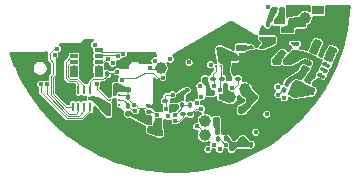
<source format=gbr>
%TF.GenerationSoftware,KiCad,Pcbnew,9.0.5*%
%TF.CreationDate,2025-10-30T22:03:55+01:00*%
%TF.ProjectId,36mm PCB,33366d6d-2050-4434-922e-6b696361645f,rev?*%
%TF.SameCoordinates,Original*%
%TF.FileFunction,Copper,L6,Bot*%
%TF.FilePolarity,Positive*%
%FSLAX46Y46*%
G04 Gerber Fmt 4.6, Leading zero omitted, Abs format (unit mm)*
G04 Created by KiCad (PCBNEW 9.0.5) date 2025-10-30 22:03:55*
%MOMM*%
%LPD*%
G01*
G04 APERTURE LIST*
G04 Aperture macros list*
%AMRoundRect*
0 Rectangle with rounded corners*
0 $1 Rounding radius*
0 $2 $3 $4 $5 $6 $7 $8 $9 X,Y pos of 4 corners*
0 Add a 4 corners polygon primitive as box body*
4,1,4,$2,$3,$4,$5,$6,$7,$8,$9,$2,$3,0*
0 Add four circle primitives for the rounded corners*
1,1,$1+$1,$2,$3*
1,1,$1+$1,$4,$5*
1,1,$1+$1,$6,$7*
1,1,$1+$1,$8,$9*
0 Add four rect primitives between the rounded corners*
20,1,$1+$1,$2,$3,$4,$5,0*
20,1,$1+$1,$4,$5,$6,$7,0*
20,1,$1+$1,$6,$7,$8,$9,0*
20,1,$1+$1,$8,$9,$2,$3,0*%
%AMRotRect*
0 Rectangle, with rotation*
0 The origin of the aperture is its center*
0 $1 length*
0 $2 width*
0 $3 Rotation angle, in degrees counterclockwise*
0 Add horizontal line*
21,1,$1,$2,0,0,$3*%
%AMFreePoly0*
4,1,6,0.130000,-0.115000,-0.020000,-0.275000,-0.130000,-0.275000,-0.130000,0.115000,0.130000,0.115000,0.130000,-0.115000,0.130000,-0.115000,$1*%
%AMFreePoly1*
4,1,6,0.130000,-0.275000,0.020000,-0.275000,-0.130000,-0.115000,-0.130000,0.115000,0.130000,0.115000,0.130000,-0.275000,0.130000,-0.275000,$1*%
G04 Aperture macros list end*
%TA.AperFunction,ComponentPad*%
%ADD10R,1.000000X0.800000*%
%TD*%
%TA.AperFunction,SMDPad,CuDef*%
%ADD11RoundRect,0.100000X-0.100000X0.130000X-0.100000X-0.130000X0.100000X-0.130000X0.100000X0.130000X0*%
%TD*%
%TA.AperFunction,SMDPad,CuDef*%
%ADD12RoundRect,0.100000X-0.130000X-0.100000X0.130000X-0.100000X0.130000X0.100000X-0.130000X0.100000X0*%
%TD*%
%TA.AperFunction,SMDPad,CuDef*%
%ADD13C,1.000000*%
%TD*%
%TA.AperFunction,SMDPad,CuDef*%
%ADD14RoundRect,0.100000X0.130000X0.100000X-0.130000X0.100000X-0.130000X-0.100000X0.130000X-0.100000X0*%
%TD*%
%TA.AperFunction,SMDPad,CuDef*%
%ADD15R,0.280000X0.792000*%
%TD*%
%TA.AperFunction,SMDPad,CuDef*%
%ADD16R,0.250000X0.792000*%
%TD*%
%TA.AperFunction,SMDPad,CuDef*%
%ADD17R,0.800000X0.250000*%
%TD*%
%TA.AperFunction,SMDPad,CuDef*%
%ADD18RoundRect,0.140000X0.170000X-0.140000X0.170000X0.140000X-0.170000X0.140000X-0.170000X-0.140000X0*%
%TD*%
%TA.AperFunction,SMDPad,CuDef*%
%ADD19RoundRect,0.100000X-0.160082X-0.035690X0.075558X-0.145571X0.160082X0.035690X-0.075558X0.145571X0*%
%TD*%
%TA.AperFunction,SMDPad,CuDef*%
%ADD20RoundRect,0.100000X-0.035690X0.160082X-0.145571X-0.075558X0.035690X-0.160082X0.145571X0.075558X0*%
%TD*%
%TA.AperFunction,SMDPad,CuDef*%
%ADD21RoundRect,0.140000X-0.170000X0.140000X-0.170000X-0.140000X0.170000X-0.140000X0.170000X0.140000X0*%
%TD*%
%TA.AperFunction,SMDPad,CuDef*%
%ADD22RoundRect,0.147500X0.147500X0.172500X-0.147500X0.172500X-0.147500X-0.172500X0.147500X-0.172500X0*%
%TD*%
%TA.AperFunction,SMDPad,CuDef*%
%ADD23R,0.700000X0.300000*%
%TD*%
%TA.AperFunction,SMDPad,CuDef*%
%ADD24R,1.000000X1.700000*%
%TD*%
%TA.AperFunction,SMDPad,CuDef*%
%ADD25RoundRect,0.100000X0.035690X-0.160082X0.145571X0.075558X-0.035690X0.160082X-0.145571X-0.075558X0*%
%TD*%
%TA.AperFunction,SMDPad,CuDef*%
%ADD26RoundRect,0.140000X0.140000X0.170000X-0.140000X0.170000X-0.140000X-0.170000X0.140000X-0.170000X0*%
%TD*%
%TA.AperFunction,SMDPad,CuDef*%
%ADD27RoundRect,0.050000X-0.300560X0.029815X0.216036X-0.211077X0.300560X-0.029815X-0.216036X0.211077X0*%
%TD*%
%TA.AperFunction,SMDPad,CuDef*%
%ADD28C,0.215000*%
%TD*%
%TA.AperFunction,SMDPad,CuDef*%
%ADD29C,0.173000*%
%TD*%
%TA.AperFunction,SMDPad,CuDef*%
%ADD30FreePoly0,90.000000*%
%TD*%
%TA.AperFunction,SMDPad,CuDef*%
%ADD31FreePoly1,90.000000*%
%TD*%
%TA.AperFunction,SMDPad,CuDef*%
%ADD32FreePoly0,270.000000*%
%TD*%
%TA.AperFunction,SMDPad,CuDef*%
%ADD33FreePoly1,270.000000*%
%TD*%
%TA.AperFunction,SMDPad,CuDef*%
%ADD34RotRect,0.520000X0.520000X225.000000*%
%TD*%
%TA.AperFunction,SMDPad,CuDef*%
%ADD35RoundRect,0.100000X0.100000X-0.130000X0.100000X0.130000X-0.100000X0.130000X-0.100000X-0.130000X0*%
%TD*%
%TA.AperFunction,SMDPad,CuDef*%
%ADD36R,0.325000X0.300000*%
%TD*%
%TA.AperFunction,SMDPad,CuDef*%
%ADD37R,0.300000X0.325000*%
%TD*%
%TA.AperFunction,SMDPad,CuDef*%
%ADD38R,0.350000X0.500000*%
%TD*%
%TA.AperFunction,SMDPad,CuDef*%
%ADD39R,0.900000X0.440000*%
%TD*%
%TA.AperFunction,SMDPad,CuDef*%
%ADD40R,0.300000X0.340000*%
%TD*%
%TA.AperFunction,ViaPad*%
%ADD41C,0.400000*%
%TD*%
%TA.AperFunction,Conductor*%
%ADD42C,0.100000*%
%TD*%
G04 APERTURE END LIST*
D10*
%TO.P,J2,1,Pin_1*%
%TO.N,+3V0*%
X165480000Y-95070000D03*
%TO.P,J2,2,Pin_2*%
%TO.N,GND*%
X167080000Y-95070000D03*
%TD*%
D11*
%TO.P,C13,1*%
%TO.N,GND*%
X159080000Y-105380000D03*
%TO.P,C13,2*%
%TO.N,+3.3V*%
X159080000Y-106020000D03*
%TD*%
D12*
%TO.P,C4,1*%
%TO.N,GND*%
X146230000Y-100560000D03*
%TO.P,C4,2*%
%TO.N,+3.3V*%
X146870000Y-100560000D03*
%TD*%
%TO.P,R18,1*%
%TO.N,/Power/Charge +*%
X163180000Y-96830000D03*
%TO.P,R18,2*%
%TO.N,GND*%
X163820000Y-96830000D03*
%TD*%
D13*
%TO.P,TP17,1,1*%
%TO.N,/SWDIO*%
X155890000Y-105660000D03*
%TD*%
D11*
%TO.P,C11,1*%
%TO.N,GND*%
X148300000Y-100860000D03*
%TO.P,C11,2*%
%TO.N,+3.3V*%
X148300000Y-101500000D03*
%TD*%
D14*
%TO.P,R13,1*%
%TO.N,+3.3V*%
X157930000Y-100900000D03*
%TO.P,R13,2*%
%TO.N,/I2C_SCL*%
X157290000Y-100900000D03*
%TD*%
D15*
%TO.P,IC8,1,1D+*%
%TO.N,Net-(IC8-1D+)*%
X146180000Y-103291000D03*
D16*
%TO.P,IC8,2,1D-*%
%TO.N,Net-(IC8-1D-)*%
X145680000Y-103291000D03*
%TO.P,IC8,3,2D+*%
%TO.N,/Dial/MOT1*%
X145180000Y-103291000D03*
%TO.P,IC8,4,2D-*%
%TO.N,/Dial/MOT2*%
X144680000Y-103291000D03*
D17*
%TO.P,IC8,5,GND*%
%TO.N,GND*%
X144480000Y-102550000D03*
D16*
%TO.P,IC8,6,~{OE}*%
X144680000Y-101809000D03*
%TO.P,IC8,7,D-*%
%TO.N,/Dial/OUT2*%
X145180000Y-101809000D03*
%TO.P,IC8,8,D+*%
%TO.N,/Dial/OUT1*%
X145680000Y-101809000D03*
%TO.P,IC8,9,S*%
%TO.N,/Select dial*%
X146180000Y-101809000D03*
D17*
%TO.P,IC8,10,VCC*%
%TO.N,+3.3V*%
X146380000Y-102550000D03*
%TD*%
D14*
%TO.P,R14,1*%
%TO.N,/I2C_SDA*%
X156530000Y-100900000D03*
%TO.P,R14,2*%
%TO.N,+3.3V*%
X155890000Y-100900000D03*
%TD*%
D18*
%TO.P,C29,1*%
%TO.N,+1V8*%
X158820000Y-98280000D03*
%TO.P,C29,2*%
%TO.N,GND*%
X158820000Y-97320000D03*
%TD*%
D19*
%TO.P,CSPT1,1*%
%TO.N,GND*%
X164769982Y-97614763D03*
%TO.P,CSPT1,2*%
%TO.N,Net-(TPS3424A11C13ADRLR1-SPT)*%
X165350018Y-97885237D03*
%TD*%
D14*
%TO.P,C38,1*%
%TO.N,GND*%
X159330000Y-100900000D03*
%TO.P,C38,2*%
%TO.N,Net-(D1-VCAP)*%
X158690000Y-100900000D03*
%TD*%
%TO.P,R5,1*%
%TO.N,/I2C_SCL*%
X151190000Y-103680000D03*
%TO.P,R5,2*%
%TO.N,+3.3V*%
X150550000Y-103680000D03*
%TD*%
D13*
%TO.P,TP20,1,1*%
%TO.N,+3.3V*%
X159280000Y-101790000D03*
%TD*%
D20*
%TO.P,R16,1*%
%TO.N,+3V0*%
X164539999Y-100970000D03*
%TO.P,R16,2*%
%TO.N,Net-(C20-Pad2)*%
X164269525Y-101550036D03*
%TD*%
D21*
%TO.P,C24,1*%
%TO.N,+3.3V*%
X158390000Y-99140000D03*
%TO.P,C24,2*%
%TO.N,GND*%
X158390000Y-100100000D03*
%TD*%
D18*
%TO.P,C22,1*%
%TO.N,/Power/Charge +*%
X163260000Y-96049999D03*
%TO.P,C22,2*%
%TO.N,GND*%
X163260000Y-95090001D03*
%TD*%
D13*
%TO.P,TP18,1,1*%
%TO.N,/SWCLK*%
X155900000Y-104430000D03*
%TD*%
D22*
%TO.P,D2,1,K*%
%TO.N,GND*%
X157845000Y-104450000D03*
%TO.P,D2,2,A*%
%TO.N,Net-(D2-A)*%
X156875000Y-104450000D03*
%TD*%
D23*
%TO.P,IC3,1,VM*%
%TO.N,+3.3V*%
X144800000Y-99950000D03*
%TO.P,IC3,2,OUT1*%
%TO.N,/Dial/OUT1*%
X144800000Y-99450000D03*
%TO.P,IC3,3,OUT2*%
%TO.N,/Dial/OUT2*%
X144800000Y-98950000D03*
%TO.P,IC3,4,GND*%
%TO.N,GND*%
X144800000Y-98450000D03*
%TO.P,IC3,5,IN2*%
%TO.N,/H_Tim2*%
X146900000Y-98450000D03*
%TO.P,IC3,6,IN1*%
%TO.N,/H_Tim1*%
X146900000Y-98950000D03*
%TO.P,IC3,7,NSLEEP*%
%TO.N,/H_on_GPIO*%
X146900000Y-99450000D03*
%TO.P,IC3,8,VCC*%
%TO.N,+3.3V*%
X146900000Y-99950000D03*
D24*
%TO.P,IC3,9,EP*%
%TO.N,GND*%
X145850000Y-99200000D03*
%TD*%
D11*
%TO.P,R31,1*%
%TO.N,Net-(D2-A)*%
X156980000Y-105380000D03*
%TO.P,R31,2*%
%TO.N,/DEBLED*%
X156980000Y-106020000D03*
%TD*%
D25*
%TO.P,R15,1*%
%TO.N,Net-(C20-Pad2)*%
X163639524Y-101260036D03*
%TO.P,R15,2*%
%TO.N,Net-(TPS3424A11C13ADRLR1-PB)*%
X163910000Y-100680000D03*
%TD*%
D20*
%TO.P,C20,1*%
%TO.N,GND*%
X165170000Y-101270000D03*
%TO.P,C20,2*%
%TO.N,Net-(C20-Pad2)*%
X164899524Y-101850036D03*
%TD*%
D11*
%TO.P,R10,1*%
%TO.N,+3.3V*%
X151220000Y-104550000D03*
%TO.P,R10,2*%
%TO.N,/Peripherals/VDDIO*%
X151220000Y-105190000D03*
%TD*%
D21*
%TO.P,C2,1*%
%TO.N,+3.3V*%
X161930000Y-99420000D03*
%TO.P,C2,2*%
%TO.N,GND*%
X161930000Y-100380000D03*
%TD*%
D26*
%TO.P,C19,1*%
%TO.N,+3.3V*%
X158980000Y-103520000D03*
%TO.P,C19,2*%
%TO.N,GND*%
X158020000Y-103520000D03*
%TD*%
D14*
%TO.P,C10,1*%
%TO.N,GND*%
X152740000Y-105560000D03*
%TO.P,C10,2*%
%TO.N,/Peripherals/VDDIO*%
X152100000Y-105560000D03*
%TD*%
D13*
%TO.P,TP16,1,1*%
%TO.N,/Dial/VDD PROG*%
X152150000Y-100000000D03*
%TD*%
D14*
%TO.P,R17,1*%
%TO.N,Net-(Q7-D_1)*%
X162420000Y-95010000D03*
%TO.P,R17,2*%
%TO.N,Net-(IC5-PROG)*%
X161780000Y-95010000D03*
%TD*%
D27*
%TO.P,TPS3424A11C13ADRLR1,1,PB*%
%TO.N,Net-(TPS3424A11C13ADRLR1-PB)*%
X164402368Y-99986994D03*
%TO.P,TPS3424A11C13ADRLR1,2,GND*%
%TO.N,GND*%
X164613677Y-99533839D03*
%TO.P,TPS3424A11C13ADRLR1,3,VDD*%
%TO.N,+3V0*%
X164824987Y-99080686D03*
%TO.P,TPS3424A11C13ADRLR1,4,SPT*%
%TO.N,Net-(TPS3424A11C13ADRLR1-SPT)*%
X165036297Y-98627533D03*
%TO.P,TPS3424A11C13ADRLR1,5,LPT*%
%TO.N,Net-(TPS3424A11C13ADRLR1-LPT)*%
X166377632Y-99253006D03*
%TO.P,TPS3424A11C13ADRLR1,6,RESET/~RESET~*%
%TO.N,Net-(LDLN025PU1-EN)*%
X166166323Y-99706161D03*
%TO.P,TPS3424A11C13ADRLR1,7,~INT~*%
%TO.N,Net-(TPS3424A11C13ADRLR1-~INT~)*%
X165955013Y-100159314D03*
%TO.P,TPS3424A11C13ADRLR1,8,kill*%
%TO.N,Net-(TPS3424A11C13ADRLR1-kill)*%
X165743703Y-100612467D03*
%TD*%
D13*
%TO.P,TP19,1,1*%
%TO.N,/NRST*%
X158010000Y-102460000D03*
%TD*%
%TO.P,J3,1,Pin_1*%
%TO.N,GND*%
X166612885Y-96788273D03*
%TO.P,J3,2,Pin_2*%
%TO.N,/Power/Charge +*%
X164347115Y-95731727D03*
%TD*%
D28*
%TO.P,IC2,A1,INT*%
%TO.N,unconnected-(IC2-INT-PadA1)*%
X148610000Y-103100000D03*
%TO.P,IC2,A2,SDA*%
%TO.N,/I2C_SDA*%
X148610000Y-102700000D03*
%TO.P,IC2,A3,SCK*%
%TO.N,/I2C_SCL*%
X148610000Y-102300000D03*
%TO.P,IC2,B1,GND*%
%TO.N,GND*%
X148210000Y-103100000D03*
%TO.P,IC2,B2,ADSEL*%
X148210000Y-102700000D03*
%TO.P,IC2,B3,VDDIO*%
%TO.N,+3.3V*%
X148210000Y-102300000D03*
%TO.P,IC2,C1,VDD*%
X147810000Y-103100000D03*
%TO.P,IC2,C2,CRST*%
%TO.N,Net-(IC2-CRST)*%
X147810000Y-102700000D03*
%TO.P,IC2,C3,BYPASS*%
%TO.N,GND*%
X147810000Y-102300000D03*
%TD*%
D21*
%TO.P,C35,1*%
%TO.N,+3.3V*%
X156430000Y-102050000D03*
%TO.P,C35,2*%
%TO.N,GND*%
X156430000Y-103010000D03*
%TD*%
D29*
%TO.P,IC7,A1,VCC*%
%TO.N,+3.3V*%
X157210000Y-99430000D03*
%TO.P,IC7,A2,VSS*%
%TO.N,GND*%
X156810000Y-99430000D03*
%TO.P,IC7,B1,SCL*%
%TO.N,/I2C_SCL*%
X157210000Y-99830000D03*
%TO.P,IC7,B2,SDA*%
%TO.N,/I2C_SDA*%
X156810000Y-99830000D03*
%TD*%
D11*
%TO.P,C12,1*%
%TO.N,GND*%
X159780000Y-105820000D03*
%TO.P,C12,2*%
%TO.N,+3.3V*%
X159780000Y-106460000D03*
%TD*%
D12*
%TO.P,C14,1*%
%TO.N,GND*%
X159020000Y-102710000D03*
%TO.P,C14,2*%
%TO.N,+3.3V*%
X159660000Y-102710000D03*
%TD*%
D30*
%TO.P,LDLN025PU2,1,Vout*%
%TO.N,+1V8*%
X159785000Y-98215000D03*
D31*
%TO.P,LDLN025PU2,2,GND*%
%TO.N,GND*%
X159785000Y-97565000D03*
D32*
%TO.P,LDLN025PU2,3,EN*%
%TO.N,+3V0*%
X160755000Y-97565000D03*
D33*
%TO.P,LDLN025PU2,4,Vin_*%
X160755000Y-98215000D03*
D34*
%TO.P,LDLN025PU2,5,GND*%
%TO.N,GND*%
X160270000Y-97890000D03*
%TD*%
D12*
%TO.P,R11,1*%
%TO.N,Net-(U1-INT)*%
X154010000Y-103870000D03*
%TO.P,R11,2*%
%TO.N,/BMP581_INT*%
X154650000Y-103870000D03*
%TD*%
D11*
%TO.P,R4,1*%
%TO.N,+3.3V*%
X149390000Y-101800000D03*
%TO.P,R4,2*%
%TO.N,/I2C_SCL*%
X149390000Y-102440000D03*
%TD*%
D14*
%TO.P,R9,1*%
%TO.N,+3.3V*%
X153140000Y-102740000D03*
%TO.P,R9,2*%
%TO.N,/I2C_SDA*%
X152500000Y-102740000D03*
%TD*%
D35*
%TO.P,C36,1*%
%TO.N,+3.3V*%
X158380000Y-106470000D03*
%TO.P,C36,2*%
%TO.N,GND*%
X158380000Y-105830000D03*
%TD*%
D30*
%TO.P,LDLN025PU1,1,Vout*%
%TO.N,+3.3V*%
X162445000Y-98585000D03*
D31*
%TO.P,LDLN025PU1,2,GND*%
%TO.N,GND*%
X162445000Y-97935001D03*
D32*
%TO.P,LDLN025PU1,3,EN*%
%TO.N,Net-(LDLN025PU1-EN)*%
X163415000Y-97935000D03*
D33*
%TO.P,LDLN025PU1,4,Vin_*%
%TO.N,+3V0*%
X163415000Y-98584999D03*
D34*
%TO.P,LDLN025PU1,5,GND*%
%TO.N,GND*%
X162930000Y-98260000D03*
%TD*%
D21*
%TO.P,C30,1*%
%TO.N,+3V0*%
X161590000Y-97590000D03*
%TO.P,C30,2*%
%TO.N,GND*%
X161590000Y-98550000D03*
%TD*%
D35*
%TO.P,R29,1*%
%TO.N,Net-(U1-CSB)*%
X153950000Y-103140000D03*
%TO.P,R29,2*%
%TO.N,+3.3V*%
X153950000Y-102500000D03*
%TD*%
D19*
%TO.P,CLPT1,1*%
%TO.N,GND*%
X166029982Y-98204762D03*
%TO.P,CLPT1,2*%
%TO.N,Net-(TPS3424A11C13ADRLR1-LPT)*%
X166610018Y-98475238D03*
%TD*%
D14*
%TO.P,C9,1*%
%TO.N,GND*%
X148340000Y-103870000D03*
%TO.P,C9,2*%
%TO.N,+3.3V*%
X147700000Y-103870000D03*
%TD*%
D35*
%TO.P,R3,1*%
%TO.N,+3.3V*%
X149390000Y-103840000D03*
%TO.P,R3,2*%
%TO.N,/I2C_SDA*%
X149390000Y-103200000D03*
%TD*%
D36*
%TO.P,U1,1,VDDIO*%
%TO.N,/Peripherals/VDDIO*%
X151850000Y-104440000D03*
%TO.P,U1,2,SCK*%
%TO.N,/I2C_SCL*%
X151850000Y-103940000D03*
D37*
%TO.P,U1,3,VSS_1*%
%TO.N,GND*%
X152100000Y-103415000D03*
%TO.P,U1,4,SDI*%
%TO.N,/I2C_SDA*%
X152600000Y-103415000D03*
%TO.P,U1,5,SDO*%
%TO.N,GND*%
X153100000Y-103415000D03*
D36*
%TO.P,U1,6,CSB*%
%TO.N,Net-(U1-CSB)*%
X153350000Y-103940000D03*
%TO.P,U1,7,INT*%
%TO.N,Net-(U1-INT)*%
X153350000Y-104440000D03*
D37*
%TO.P,U1,8,VSS_2*%
%TO.N,GND*%
X153100000Y-104965000D03*
%TO.P,U1,9,VSS_3*%
X152600000Y-104965000D03*
%TO.P,U1,10,VDD*%
%TO.N,/Peripherals/VDDIO*%
X152100000Y-104965000D03*
%TD*%
D25*
%TO.P,R27,1*%
%TO.N,/Button press*%
X162584762Y-101880018D03*
%TO.P,R27,2*%
%TO.N,Net-(TPS3424A11C13ADRLR1-PB)*%
X162855238Y-101299982D03*
%TD*%
D38*
%TO.P,Q7,1,G*%
%TO.N,/Power/Charge +*%
X162525000Y-96760000D03*
%TO.P,Q7,2,S*%
%TO.N,GND*%
X161875000Y-96760000D03*
D39*
%TO.P,Q7,3,D_1*%
%TO.N,Net-(Q7-D_1)*%
X162200000Y-96070000D03*
D40*
%TO.P,Q7,4,D_2*%
X162200000Y-95680000D03*
%TD*%
D11*
%TO.P,R32,1*%
%TO.N,GND*%
X147600000Y-99870000D03*
%TO.P,R32,2*%
%TO.N,/Select dial*%
X147600000Y-100510000D03*
%TD*%
%TO.P,C37,1*%
%TO.N,GND*%
X157680000Y-105300000D03*
%TO.P,C37,2*%
%TO.N,+3.3V*%
X157680000Y-105940000D03*
%TD*%
D21*
%TO.P,C1,1*%
%TO.N,+3V0*%
X162840000Y-99420000D03*
%TO.P,C1,2*%
%TO.N,GND*%
X162840000Y-100380000D03*
%TD*%
D12*
%TO.P,C23,1*%
%TO.N,GND*%
X156470000Y-98360000D03*
%TO.P,C23,2*%
%TO.N,+3.3V*%
X157110000Y-98360000D03*
%TD*%
D14*
%TO.P,C3,1*%
%TO.N,GND*%
X145470000Y-100560000D03*
%TO.P,C3,2*%
%TO.N,+3.3V*%
X144830000Y-100560000D03*
%TD*%
D35*
%TO.P,R28,1*%
%TO.N,Net-(U1-CSB)*%
X154660000Y-103140000D03*
%TO.P,R28,2*%
%TO.N,GND*%
X154660000Y-102500000D03*
%TD*%
D20*
%TO.P,C21,1*%
%TO.N,GND*%
X164485237Y-98279982D03*
%TO.P,C21,2*%
%TO.N,+3V0*%
X164214763Y-98860018D03*
%TD*%
D13*
%TO.P,TP21,1,1*%
%TO.N,GND*%
X159440000Y-104500000D03*
%TD*%
D11*
%TO.P,C27,1*%
%TO.N,/NRST*%
X157240000Y-102410000D03*
%TO.P,C27,2*%
%TO.N,GND*%
X157240000Y-103050000D03*
%TD*%
D41*
%TO.N,GND*%
X151930000Y-102770000D03*
X151930000Y-102240000D03*
X151565954Y-98778557D03*
X150965954Y-98778557D03*
X162430000Y-100380000D03*
X160780000Y-96750000D03*
X164310000Y-97410000D03*
X158560000Y-105090000D03*
X158540000Y-104260000D03*
X157320000Y-103720000D03*
X156580000Y-103720000D03*
X157845000Y-104450000D03*
X145850000Y-99200000D03*
X159940000Y-98810000D03*
X162830000Y-103070000D03*
X140174791Y-100282707D03*
X145556824Y-106363784D03*
X167832791Y-96464370D03*
X163260000Y-95090001D03*
X167948428Y-95649789D03*
X167671581Y-97271170D03*
X151709590Y-108543764D03*
X148510174Y-107801021D03*
X168010000Y-94840000D03*
X146993070Y-107165478D03*
X158111156Y-96180002D03*
X166583318Y-100370140D03*
X155511928Y-97669994D03*
X165740000Y-98810000D03*
X166920316Y-99619575D03*
X158020000Y-103520000D03*
X154994071Y-108554639D03*
X167214622Y-98851267D03*
X156031544Y-97369993D03*
X159670000Y-97080000D03*
X156430000Y-103010000D03*
X158967765Y-107541734D03*
X141908027Y-103072657D03*
X142435781Y-103703838D03*
X146263680Y-106784815D03*
X156359200Y-107521581D03*
X165327473Y-102491993D03*
X158630771Y-96480002D03*
X155809089Y-108442121D03*
X164831647Y-103148553D03*
X157590386Y-96469999D03*
X140962929Y-101726437D03*
X153400000Y-107370000D03*
X157070770Y-96770000D03*
X143593376Y-104872382D03*
X149293098Y-108053893D03*
X150895336Y-108425853D03*
X156616499Y-108284001D03*
X140548570Y-101015648D03*
X139842771Y-99529927D03*
X152529183Y-108615753D03*
X162526202Y-104986315D03*
X166204694Y-101100590D03*
X142998156Y-104304378D03*
X152740000Y-107370000D03*
X150088989Y-108262390D03*
X157413754Y-108080779D03*
X158198335Y-107833096D03*
X144219560Y-105406055D03*
X139540000Y-98780000D03*
X154174020Y-108621199D03*
X167465307Y-98067640D03*
X147742691Y-107504570D03*
X153351525Y-108641592D03*
X159150385Y-96780000D03*
X156551154Y-97070001D03*
X153382512Y-103412512D03*
X144800000Y-98450000D03*
X147660000Y-101350000D03*
X165785638Y-101808620D03*
X141416558Y-102412829D03*
X144480000Y-102550000D03*
X144874732Y-105903713D03*
%TO.N,+3.3V*%
X148840000Y-101780000D03*
X144800000Y-99950000D03*
X150710000Y-104170000D03*
X159135000Y-106470000D03*
X146380000Y-102550000D03*
X160190000Y-102420000D03*
X154370000Y-101860000D03*
X158135000Y-106870000D03*
X146900000Y-99950000D03*
X161930000Y-99420000D03*
X157690000Y-100210000D03*
X158392122Y-98953911D03*
X156135000Y-101870000D03*
%TO.N,Net-(C20-Pad2)*%
X163380000Y-102070000D03*
%TO.N,+3V0*%
X161580000Y-97590000D03*
X155450000Y-101500000D03*
X162840000Y-99420000D03*
%TO.N,/Peripherals/VDDIO*%
X152070847Y-104384273D03*
%TO.N,Net-(IC2-CRST)*%
X146710000Y-101360000D03*
%TO.N,/Power/Charge +*%
X164393692Y-96037382D03*
X146555002Y-97999998D03*
%TO.N,/NRST*%
X157635000Y-101470000D03*
%TO.N,+1V8*%
X152774641Y-104064641D03*
X158830000Y-98250000D03*
%TO.N,Net-(D1-VCAP)*%
X158135000Y-101670000D03*
%TO.N,/I2C_SCL*%
X149897012Y-103110719D03*
X157135000Y-101870000D03*
%TO.N,/SWDIO*%
X155190000Y-104920000D03*
%TO.N,/H_Tim2*%
X155580000Y-102420000D03*
X148983266Y-98778557D03*
%TO.N,/Button press*%
X162070000Y-102220000D03*
X160180000Y-105420000D03*
%TO.N,/DEBLED*%
X157635000Y-106470000D03*
%TO.N,/H_on_GPIO*%
X156630000Y-106470000D03*
X147700000Y-99201000D03*
%TO.N,/H_Tim1*%
X148534974Y-98999999D03*
X155190000Y-102920000D03*
%TO.N,/Select dial*%
X156130000Y-106870000D03*
X148460000Y-100294323D03*
%TO.N,/I2C_SDA*%
X156640000Y-101470000D03*
X153149592Y-102240000D03*
X150000000Y-103600000D03*
%TO.N,/PCF_Reset*%
X157135000Y-106870000D03*
X156370000Y-99680000D03*
%TO.N,/SWCLK*%
X155580000Y-104420000D03*
%TO.N,/BMP581_INT*%
X155580000Y-103420000D03*
%TO.N,/Dial/MOT1*%
X152329119Y-100779693D03*
X143400000Y-98351003D03*
X148847277Y-100973924D03*
%TO.N,/Dial/VDD PROG*%
X151256277Y-99961251D03*
%TO.N,/Dial/MOT2*%
X143160000Y-98870000D03*
X151657420Y-99369628D03*
%TO.N,Net-(IC1-RESET)*%
X154540000Y-99499999D03*
X152950000Y-99210000D03*
%TO.N,/Power/STAT*%
X148074517Y-99549495D03*
X161190000Y-94830000D03*
%TO.N,Net-(IC5-PROG)*%
X161190000Y-96340000D03*
%TO.N,Net-(IC8-1D-)*%
X142482000Y-101340000D03*
%TO.N,Net-(IC8-1D+)*%
X141982169Y-101326916D03*
%TO.N,Net-(LDLN025PU1-EN)*%
X162040000Y-101570000D03*
X163720000Y-97940000D03*
X166044763Y-99650018D03*
%TO.N,Net-(TPS3424A11C13ADRLR1-~INT~)*%
X166074763Y-100210018D03*
X161120000Y-103880000D03*
%TO.N,Net-(TPS3424A11C13ADRLR1-kill)*%
X162600000Y-102490000D03*
X165624763Y-100560018D03*
%TD*%
D42*
%TO.N,/I2C_SCL*%
X150007108Y-103110719D02*
X149897012Y-103110719D01*
X150226389Y-103330000D02*
X150007108Y-103110719D01*
X150312262Y-103330000D02*
X150226389Y-103330000D01*
X150931000Y-103473262D02*
X150786738Y-103329000D01*
X150786738Y-103329000D02*
X150313262Y-103329000D01*
X150313262Y-103329000D02*
X150312262Y-103330000D01*
X150931000Y-103481000D02*
X150931000Y-103473262D01*
X151130000Y-103680000D02*
X150931000Y-103481000D01*
X151190000Y-103680000D02*
X151130000Y-103680000D01*
X151730000Y-103940000D02*
X151470000Y-103680000D01*
X151850000Y-103940000D02*
X151730000Y-103940000D01*
X151470000Y-103680000D02*
X151190000Y-103680000D01*
X149390000Y-102603707D02*
X149897012Y-103110719D01*
X149390000Y-102440000D02*
X149390000Y-102603707D01*
X149879448Y-102973018D02*
X149888738Y-102963728D01*
%TO.N,/I2C_SDA*%
X149790000Y-103600000D02*
X149390000Y-103200000D01*
X150000000Y-103600000D02*
X149790000Y-103600000D01*
%TO.N,/Dial/MOT1*%
X151530000Y-100400000D02*
X150830000Y-100400000D01*
X149950000Y-100850000D02*
X148971201Y-100850000D01*
X148971201Y-100850000D02*
X148847277Y-100973924D01*
X151910000Y-100780000D02*
X151530000Y-100400000D01*
X150830000Y-100400000D02*
X149950000Y-100850000D01*
X152329119Y-100779693D02*
X152328812Y-100780000D01*
X152328812Y-100780000D02*
X151910000Y-100780000D01*
%TO.N,/I2C_SDA*%
X156810000Y-100200000D02*
X156810000Y-99830000D01*
X156530000Y-100480000D02*
X156810000Y-100200000D01*
X156530000Y-100900000D02*
X156530000Y-100480000D01*
%TO.N,/I2C_SCL*%
X157210000Y-100820000D02*
X157210000Y-99830000D01*
X157290000Y-100900000D02*
X157210000Y-100820000D01*
%TO.N,/H_on_GPIO*%
X147285758Y-99450000D02*
X146900000Y-99450000D01*
X147534758Y-99201000D02*
X147285758Y-99450000D01*
X147700000Y-99201000D02*
X147534758Y-99201000D01*
%TO.N,GND*%
X161875000Y-96760000D02*
X162296000Y-97181000D01*
X163469000Y-97181000D02*
X163820000Y-96830000D01*
X162296000Y-97181000D02*
X163469000Y-97181000D01*
%TO.N,/Peripherals/VDDIO*%
X152100000Y-104965000D02*
X152100000Y-105560000D01*
%TO.N,/Power/Charge +*%
X162575000Y-96810000D02*
X162525000Y-96760000D01*
X163160000Y-96810000D02*
X162575000Y-96810000D01*
X163180000Y-96830000D02*
X163160000Y-96810000D01*
%TO.N,Net-(D1-VCAP)*%
X158690000Y-101310000D02*
X158690000Y-100900000D01*
X158330000Y-101670000D02*
X158690000Y-101310000D01*
X158135000Y-101670000D02*
X158330000Y-101670000D01*
%TO.N,/I2C_SCL*%
X149390000Y-102440000D02*
X149350000Y-102400000D01*
X149350000Y-102400000D02*
X149350000Y-102350000D01*
X157290000Y-100900000D02*
X157135000Y-101055000D01*
X148640000Y-102270000D02*
X148610000Y-102300000D01*
X149350000Y-102350000D02*
X149270000Y-102270000D01*
X157135000Y-101055000D02*
X157135000Y-101870000D01*
X149270000Y-102270000D02*
X148640000Y-102270000D01*
%TO.N,/SWDIO*%
X155190000Y-104920000D02*
X155320000Y-104920000D01*
X155880000Y-105650000D02*
X155890000Y-105660000D01*
X155320000Y-104920000D02*
X155880000Y-105480000D01*
X155880000Y-105480000D02*
X155880000Y-105650000D01*
%TO.N,/H_Tim2*%
X148983266Y-98778557D02*
X148854709Y-98650000D01*
X148854709Y-98650000D02*
X147100000Y-98650000D01*
X147100000Y-98650000D02*
X146900000Y-98450000D01*
%TO.N,/Button press*%
X162409982Y-101880018D02*
X162584762Y-101880018D01*
X162070000Y-102220000D02*
X162409982Y-101880018D01*
%TO.N,/DEBLED*%
X157130000Y-106020000D02*
X156980000Y-106020000D01*
X157580000Y-106470000D02*
X157130000Y-106020000D01*
X157635000Y-106470000D02*
X157580000Y-106470000D01*
%TO.N,/H_Tim1*%
X148534974Y-98999999D02*
X148534974Y-98994974D01*
X146999000Y-98851000D02*
X146900000Y-98950000D01*
X148391000Y-98851000D02*
X146999000Y-98851000D01*
X148534974Y-98994974D02*
X148391000Y-98851000D01*
%TO.N,/Select dial*%
X148394323Y-100360000D02*
X147750000Y-100360000D01*
X146410000Y-100940000D02*
X147260000Y-100940000D01*
X146180000Y-101809000D02*
X146180000Y-101170000D01*
X146180000Y-101170000D02*
X146410000Y-100940000D01*
X147260000Y-100940000D02*
X147640000Y-100560000D01*
X148460000Y-100294323D02*
X148394323Y-100360000D01*
X147750000Y-100360000D02*
X147600000Y-100510000D01*
%TO.N,/I2C_SDA*%
X152550000Y-102790000D02*
X152500000Y-102740000D01*
X149350000Y-103045000D02*
X149350000Y-103160000D01*
X148610000Y-102700000D02*
X148640000Y-102670000D01*
X152550000Y-103365000D02*
X152550000Y-102790000D01*
X152590000Y-102240000D02*
X152500000Y-102330000D01*
X148975000Y-102670000D02*
X149350000Y-103045000D01*
X148640000Y-102670000D02*
X148975000Y-102670000D01*
X152600000Y-103415000D02*
X152550000Y-103365000D01*
X153149592Y-102240000D02*
X152590000Y-102240000D01*
X149350000Y-103160000D02*
X149390000Y-103200000D01*
X156640000Y-101010000D02*
X156530000Y-100900000D01*
X152500000Y-102330000D02*
X152500000Y-102740000D01*
X156640000Y-101470000D02*
X156640000Y-101010000D01*
%TO.N,/SWCLK*%
X155890000Y-104420000D02*
X155900000Y-104430000D01*
X155580000Y-104420000D02*
X155890000Y-104420000D01*
%TO.N,/BMP581_INT*%
X155100000Y-103420000D02*
X155580000Y-103420000D01*
X154650000Y-103870000D02*
X155100000Y-103420000D01*
%TO.N,/Dial/MOT1*%
X142832000Y-100662120D02*
X142832000Y-102266000D01*
X142832000Y-102266000D02*
X144404000Y-103838000D01*
X142730000Y-99231305D02*
X143037887Y-99539192D01*
X143160003Y-98351003D02*
X143159000Y-98350000D01*
X145180000Y-103614000D02*
X145180000Y-103291000D01*
X144956000Y-103838000D02*
X145180000Y-103614000D01*
X144404000Y-103838000D02*
X144956000Y-103838000D01*
X143037887Y-100456233D02*
X142832000Y-100662120D01*
X143090000Y-98350000D02*
X142730000Y-98710000D01*
X142730000Y-98710000D02*
X142730000Y-99231305D01*
X143400000Y-98351003D02*
X143160003Y-98351003D01*
X143037887Y-99539192D02*
X143037887Y-100456233D01*
X143159000Y-98350000D02*
X143090000Y-98350000D01*
%TO.N,/Dial/VDD PROG*%
X151256277Y-99961251D02*
X151315026Y-100020000D01*
X152130000Y-100020000D02*
X152150000Y-100000000D01*
X151315026Y-100020000D02*
X152130000Y-100020000D01*
%TO.N,/Dial/MOT2*%
X143238887Y-100539490D02*
X143033000Y-100745376D01*
X143238887Y-98948887D02*
X143238887Y-100539490D01*
X143033000Y-102182744D02*
X144141256Y-103291000D01*
X143160000Y-98870000D02*
X143238887Y-98948887D01*
X143033000Y-100745376D02*
X143033000Y-102182744D01*
X144141256Y-103291000D02*
X144680000Y-103291000D01*
%TO.N,/Dial/OUT2*%
X144100000Y-100810000D02*
X144401000Y-101111000D01*
X144680000Y-98950000D02*
X144670000Y-98960000D01*
X144100000Y-99430000D02*
X144100000Y-100810000D01*
X144800000Y-98950000D02*
X144680000Y-98950000D01*
X144968744Y-101111000D02*
X145180000Y-101322256D01*
X145180000Y-101322256D02*
X145180000Y-101809000D01*
X144401000Y-101111000D02*
X144968744Y-101111000D01*
X144570000Y-98960000D02*
X144100000Y-99430000D01*
X144670000Y-98960000D02*
X144570000Y-98960000D01*
%TO.N,/Dial/OUT1*%
X144680000Y-99450000D02*
X144800000Y-99450000D01*
X144300000Y-99730000D02*
X144570000Y-99460000D01*
X144491000Y-100911000D02*
X144300000Y-100720000D01*
X144670000Y-99460000D02*
X144680000Y-99450000D01*
X145680000Y-101809000D02*
X145680000Y-101538000D01*
X144570000Y-99460000D02*
X144670000Y-99460000D01*
X144300000Y-100720000D02*
X144300000Y-99730000D01*
X145680000Y-101538000D02*
X145053000Y-100911000D01*
X145053000Y-100911000D02*
X144491000Y-100911000D01*
%TO.N,Net-(IC8-1D-)*%
X145202000Y-104040000D02*
X145680000Y-103562000D01*
X142480000Y-102200000D02*
X144320000Y-104040000D01*
X142480000Y-101342000D02*
X142480000Y-102200000D01*
X145680000Y-103562000D02*
X145680000Y-103291000D01*
X142482000Y-101340000D02*
X142480000Y-101342000D01*
X144320000Y-104040000D02*
X145202000Y-104040000D01*
%TO.N,Net-(IC8-1D+)*%
X141982169Y-101326916D02*
X141980000Y-101329085D01*
X141980000Y-101329085D02*
X141980000Y-101990000D01*
X146180000Y-103530000D02*
X146180000Y-103291000D01*
X141980000Y-101990000D02*
X144230000Y-104240000D01*
X145470000Y-104240000D02*
X146180000Y-103530000D01*
X144230000Y-104240000D02*
X145470000Y-104240000D01*
%TO.N,Net-(LDLN025PU1-EN)*%
X163715000Y-97935000D02*
X163720000Y-97940000D01*
X163415000Y-97935000D02*
X163715000Y-97935000D01*
%TO.N,Net-(U1-INT)*%
X154010000Y-104140000D02*
X154010000Y-103870000D01*
X153350000Y-104440000D02*
X153710000Y-104440000D01*
X153710000Y-104440000D02*
X154010000Y-104140000D01*
%TO.N,Net-(U1-CSB)*%
X154150000Y-103140000D02*
X154660000Y-103140000D01*
X153350000Y-103940000D02*
X154150000Y-103140000D01*
%TO.N,Net-(IC2-CRST)*%
X146710000Y-101730000D02*
X147650000Y-102670000D01*
X147650000Y-102670000D02*
X147780000Y-102670000D01*
X146710000Y-101360000D02*
X146710000Y-101730000D01*
X147780000Y-102670000D02*
X147810000Y-102700000D01*
%TD*%
%TA.AperFunction,Conductor*%
%TO.N,GND*%
G36*
X168160554Y-94650185D02*
G01*
X168206309Y-94702989D01*
X168217300Y-94761806D01*
X168186732Y-95279683D01*
X168186198Y-95285987D01*
X168103750Y-96032641D01*
X168102895Y-96038908D01*
X167982485Y-96780349D01*
X167981313Y-96786565D01*
X167823235Y-97520960D01*
X167821746Y-97527108D01*
X167626433Y-98252447D01*
X167626166Y-98252883D01*
X167626174Y-98253395D01*
X167624633Y-98258511D01*
X167392582Y-98972954D01*
X167390475Y-98978919D01*
X167122293Y-99680599D01*
X167119885Y-99686448D01*
X166816270Y-100373535D01*
X166815803Y-100374086D01*
X166813567Y-100379254D01*
X166475296Y-101049989D01*
X166472304Y-101055562D01*
X166100285Y-101708142D01*
X166097013Y-101713556D01*
X165692191Y-102346331D01*
X165688647Y-102351571D01*
X165252085Y-102962871D01*
X165248279Y-102967923D01*
X164781105Y-103556176D01*
X164777046Y-103561027D01*
X164280489Y-104124680D01*
X164276196Y-104129309D01*
X164107516Y-104302152D01*
X163751533Y-104666916D01*
X163747001Y-104671328D01*
X163195610Y-105181474D01*
X163190859Y-105185650D01*
X162614177Y-105667007D01*
X162609219Y-105670936D01*
X162008719Y-106122274D01*
X162003567Y-106125944D01*
X161380848Y-106546060D01*
X161375515Y-106549463D01*
X160732184Y-106937275D01*
X160726686Y-106940401D01*
X160064405Y-107294907D01*
X160058754Y-107297749D01*
X159379273Y-107618013D01*
X159373484Y-107620563D01*
X158678543Y-107905763D01*
X158672631Y-107908015D01*
X157964048Y-108157404D01*
X157958030Y-108159351D01*
X157237659Y-108372280D01*
X157231549Y-108373918D01*
X156501250Y-108549835D01*
X156495065Y-108551159D01*
X155756745Y-108689605D01*
X155750500Y-108690612D01*
X155006082Y-108791226D01*
X154999793Y-108791913D01*
X154251205Y-108854434D01*
X154244890Y-108854799D01*
X153494106Y-108879063D01*
X153487781Y-108879106D01*
X152736740Y-108865052D01*
X152730420Y-108864773D01*
X151981036Y-108812433D01*
X151974740Y-108811831D01*
X151229035Y-108721350D01*
X151222776Y-108720428D01*
X150482637Y-108592031D01*
X150476435Y-108590791D01*
X149743833Y-108424824D01*
X149737701Y-108423270D01*
X149014487Y-108220150D01*
X149008443Y-108218285D01*
X148296541Y-107978554D01*
X148290599Y-107976383D01*
X147591838Y-107700654D01*
X147586016Y-107698183D01*
X146902240Y-107387187D01*
X146896550Y-107384422D01*
X146229506Y-107038950D01*
X146223965Y-107035898D01*
X145575424Y-106656870D01*
X145570046Y-106653540D01*
X144941669Y-106241926D01*
X144936468Y-106238326D01*
X144423925Y-105863892D01*
X144329908Y-105795209D01*
X144324900Y-105791351D01*
X144323546Y-105790252D01*
X143796252Y-105362147D01*
X143741719Y-105317872D01*
X143736911Y-105313761D01*
X143178623Y-104811148D01*
X143174032Y-104806797D01*
X142755888Y-104389833D01*
X142642119Y-104276385D01*
X142637762Y-104271813D01*
X142133567Y-103714940D01*
X142129473Y-103710180D01*
X141654322Y-103128307D01*
X141650451Y-103123310D01*
X141650112Y-103122849D01*
X141205615Y-102517995D01*
X141202024Y-102512838D01*
X140788612Y-101885590D01*
X140785274Y-101880231D01*
X140779550Y-101870500D01*
X140404402Y-101232743D01*
X140401358Y-101227253D01*
X140053992Y-100561165D01*
X140051215Y-100555491D01*
X140050655Y-100554270D01*
X139763459Y-99927525D01*
X141379500Y-99927525D01*
X141379500Y-99954381D01*
X141379500Y-100072475D01*
X141414129Y-100201711D01*
X141417017Y-100212488D01*
X141489488Y-100338011D01*
X141489490Y-100338013D01*
X141489491Y-100338015D01*
X141591985Y-100440509D01*
X141591986Y-100440510D01*
X141591988Y-100440511D01*
X141717511Y-100512982D01*
X141717512Y-100512982D01*
X141717515Y-100512984D01*
X141857525Y-100550500D01*
X141857528Y-100550500D01*
X142002472Y-100550500D01*
X142002475Y-100550500D01*
X142142485Y-100512984D01*
X142268015Y-100440509D01*
X142370509Y-100338015D01*
X142442984Y-100212485D01*
X142480500Y-100072475D01*
X142480500Y-99927525D01*
X142442984Y-99787515D01*
X142442195Y-99786149D01*
X142370511Y-99661988D01*
X142370506Y-99661982D01*
X142268017Y-99559493D01*
X142268011Y-99559488D01*
X142142488Y-99487017D01*
X142142489Y-99487017D01*
X142129550Y-99483550D01*
X142002475Y-99449500D01*
X141857525Y-99449500D01*
X141730450Y-99483550D01*
X141717511Y-99487017D01*
X141591988Y-99559488D01*
X141591982Y-99559493D01*
X141489493Y-99661982D01*
X141489488Y-99661988D01*
X141417017Y-99787511D01*
X141417016Y-99787515D01*
X141379500Y-99927525D01*
X139763459Y-99927525D01*
X139738280Y-99872578D01*
X139735810Y-99866805D01*
X139458098Y-99168799D01*
X139455914Y-99162875D01*
X139455586Y-99161911D01*
X139367943Y-98904056D01*
X139313188Y-98742962D01*
X139310252Y-98673154D01*
X139345522Y-98612840D01*
X139407802Y-98581169D01*
X139430592Y-98579057D01*
X142345486Y-98579057D01*
X142365476Y-98579077D01*
X142365524Y-98579057D01*
X142365578Y-98579057D01*
X142384321Y-98571293D01*
X142402430Y-98563814D01*
X142402431Y-98563812D01*
X142403517Y-98563364D01*
X142404816Y-98562836D01*
X142409460Y-98560979D01*
X142479016Y-98554365D01*
X142541106Y-98586407D01*
X142576016Y-98646930D01*
X142579500Y-98676115D01*
X142579500Y-99261243D01*
X142587279Y-99280020D01*
X142591455Y-99290102D01*
X142602412Y-99316558D01*
X142851068Y-99565213D01*
X142884553Y-99626536D01*
X142887387Y-99652894D01*
X142887387Y-100342531D01*
X142867702Y-100409570D01*
X142851068Y-100430212D01*
X142704414Y-100576865D01*
X142704412Y-100576867D01*
X142704412Y-100576868D01*
X142696827Y-100595182D01*
X142691689Y-100607586D01*
X142691688Y-100607588D01*
X142681500Y-100632182D01*
X142681500Y-100920755D01*
X142661815Y-100987794D01*
X142609011Y-101033549D01*
X142539853Y-101043493D01*
X142525410Y-101040531D01*
X142521562Y-101039500D01*
X142442438Y-101039500D01*
X142392788Y-101052804D01*
X142366010Y-101059979D01*
X142304326Y-101095592D01*
X142236425Y-101112063D01*
X142173795Y-101090385D01*
X142173719Y-101090519D01*
X142173027Y-101090119D01*
X142170399Y-101089210D01*
X142166834Y-101086575D01*
X142166682Y-101086458D01*
X142166680Y-101086456D01*
X142166676Y-101086453D01*
X142166670Y-101086449D01*
X142098164Y-101046898D01*
X142098159Y-101046895D01*
X142070560Y-101039500D01*
X142021731Y-101026416D01*
X141942607Y-101026416D01*
X141915987Y-101033549D01*
X141866178Y-101046895D01*
X141866173Y-101046898D01*
X141797664Y-101086451D01*
X141797656Y-101086457D01*
X141741710Y-101142403D01*
X141741704Y-101142411D01*
X141702151Y-101210920D01*
X141702148Y-101210925D01*
X141694736Y-101238587D01*
X141681669Y-101287354D01*
X141681669Y-101366478D01*
X141690534Y-101399562D01*
X141702148Y-101442906D01*
X141702151Y-101442911D01*
X141741704Y-101511420D01*
X141741710Y-101511428D01*
X141793181Y-101562899D01*
X141826666Y-101624222D01*
X141829500Y-101650580D01*
X141829500Y-102019936D01*
X141837438Y-102039097D01*
X141837441Y-102039105D01*
X141837444Y-102039113D01*
X141852412Y-102075253D01*
X144144749Y-104367588D01*
X144144751Y-104367590D01*
X144187529Y-104385308D01*
X144200064Y-104390500D01*
X144200066Y-104390500D01*
X145499934Y-104390500D01*
X145499936Y-104390500D01*
X145524225Y-104380438D01*
X145524229Y-104380438D01*
X145524229Y-104380437D01*
X145555252Y-104367588D01*
X146099020Y-103823817D01*
X146160343Y-103790333D01*
X146186701Y-103787499D01*
X146329895Y-103787499D01*
X146329898Y-103787499D01*
X146359213Y-103781669D01*
X146392457Y-103759457D01*
X146414669Y-103726213D01*
X146420500Y-103696899D01*
X146420499Y-103303000D01*
X146440183Y-103235963D01*
X146492987Y-103190208D01*
X146562146Y-103180264D01*
X146625701Y-103209289D01*
X146638328Y-103221934D01*
X147393538Y-104096021D01*
X147393548Y-104096032D01*
X147393557Y-104096042D01*
X147393568Y-104096053D01*
X147404240Y-104106747D01*
X147404245Y-104106752D01*
X147416319Y-104117229D01*
X147431033Y-104129997D01*
X147470453Y-104151541D01*
X147488920Y-104156963D01*
X147491769Y-104158867D01*
X147503032Y-104161107D01*
X147537492Y-104171226D01*
X147567216Y-104175500D01*
X147567220Y-104175500D01*
X147815401Y-104175500D01*
X147815411Y-104175500D01*
X147838391Y-104172967D01*
X147845594Y-104171359D01*
X147848367Y-104170774D01*
X147849744Y-104170500D01*
X147849748Y-104170500D01*
X147908231Y-104158867D01*
X147974552Y-104114552D01*
X147990321Y-104090951D01*
X147990382Y-104090898D01*
X147990762Y-104090291D01*
X148018867Y-104048231D01*
X148018867Y-104048229D01*
X148021836Y-104041059D01*
X148021979Y-104040548D01*
X148021981Y-104040547D01*
X148040944Y-103973300D01*
X148044898Y-103943533D01*
X148036037Y-103119445D01*
X148035376Y-103108736D01*
X148032549Y-103083711D01*
X148020311Y-103044993D01*
X147987349Y-102984628D01*
X147986334Y-102982177D01*
X147983845Y-102979688D01*
X147980050Y-102974618D01*
X147975053Y-102966804D01*
X147968899Y-102945671D01*
X147958353Y-102926357D01*
X147959323Y-102912785D01*
X147955519Y-102899720D01*
X147961767Y-102878617D01*
X147963337Y-102856665D01*
X147972476Y-102842446D01*
X147975355Y-102832725D01*
X147980287Y-102828470D01*
X147979549Y-102827977D01*
X147986330Y-102817826D01*
X147986334Y-102817823D01*
X148018000Y-102741374D01*
X148018000Y-102658626D01*
X148018000Y-102658625D01*
X148016804Y-102652613D01*
X148023031Y-102583022D01*
X148065893Y-102527844D01*
X148131783Y-102504599D01*
X148138421Y-102504421D01*
X148159985Y-102504421D01*
X148168626Y-102508000D01*
X148251374Y-102508000D01*
X148260015Y-102504421D01*
X148281578Y-102504421D01*
X148303851Y-102510961D01*
X148326976Y-102513030D01*
X148336748Y-102520620D01*
X148348617Y-102524106D01*
X148363817Y-102541648D01*
X148382154Y-102555892D01*
X148386270Y-102567560D01*
X148394372Y-102576910D01*
X148397676Y-102599888D01*
X148405400Y-102621782D01*
X148403880Y-102643037D01*
X148404316Y-102646068D01*
X148403542Y-102647761D01*
X148403196Y-102652607D01*
X148402000Y-102658621D01*
X148402000Y-102741375D01*
X148433666Y-102817823D01*
X148440451Y-102827977D01*
X148437711Y-102829807D01*
X148461647Y-102873642D01*
X148456663Y-102943334D01*
X148438893Y-102970982D01*
X148440451Y-102972023D01*
X148433666Y-102982176D01*
X148402000Y-103058624D01*
X148402000Y-103141375D01*
X148425264Y-103197538D01*
X148433666Y-103217823D01*
X148492177Y-103276334D01*
X148568626Y-103308000D01*
X148568628Y-103308000D01*
X148634954Y-103308000D01*
X148701993Y-103327685D01*
X148716922Y-103338956D01*
X149007774Y-103595183D01*
X149045065Y-103654268D01*
X149048544Y-103705874D01*
X149044695Y-103732643D01*
X149044500Y-103734000D01*
X149044500Y-103956000D01*
X149045574Y-103971015D01*
X149050597Y-104005950D01*
X149056118Y-104020754D01*
X149058118Y-104029942D01*
X149063718Y-104041129D01*
X149066042Y-104047360D01*
X149066042Y-104047362D01*
X149066267Y-104047965D01*
X149066274Y-104047979D01*
X149066628Y-104048530D01*
X149073195Y-104060062D01*
X149081473Y-104076598D01*
X149087875Y-104083986D01*
X149088208Y-104084372D01*
X149088228Y-104084417D01*
X149098629Y-104098323D01*
X149104046Y-104106752D01*
X149121798Y-104122133D01*
X149121303Y-104122563D01*
X149127231Y-104129404D01*
X149138681Y-104136763D01*
X149148973Y-104145680D01*
X149153294Y-104147653D01*
X149168813Y-104156127D01*
X149177237Y-104161541D01*
X149186842Y-104164361D01*
X149203413Y-104170541D01*
X149212527Y-104174704D01*
X149222436Y-104176128D01*
X149239723Y-104179889D01*
X149244271Y-104181225D01*
X149274000Y-104185500D01*
X149505823Y-104185500D01*
X149561277Y-104198591D01*
X150857827Y-104846866D01*
X150875609Y-104863407D01*
X150896049Y-104876530D01*
X150900734Y-104886777D01*
X150908985Y-104894452D01*
X150915002Y-104917982D01*
X150925102Y-104940072D01*
X150924280Y-104954266D01*
X150926295Y-104962144D01*
X150925118Y-104975366D01*
X150923982Y-104983290D01*
X150923737Y-104983868D01*
X150923023Y-104989982D01*
X150922795Y-104991574D01*
X150922367Y-104992511D01*
X150919028Y-105008910D01*
X150918773Y-105009777D01*
X150918771Y-105009784D01*
X150914500Y-105039496D01*
X150914500Y-105363231D01*
X150914582Y-105367393D01*
X150914965Y-105377132D01*
X150921805Y-105410561D01*
X150921808Y-105410573D01*
X150928536Y-105428216D01*
X150946700Y-105475853D01*
X150982670Y-105523180D01*
X150982671Y-105523181D01*
X150982674Y-105523184D01*
X151017295Y-105548709D01*
X151038907Y-105564643D01*
X151056066Y-105573851D01*
X151065367Y-105578843D01*
X151710909Y-105814276D01*
X151805755Y-105848867D01*
X151813274Y-105851609D01*
X151813277Y-105851610D01*
X151820388Y-105853518D01*
X151831065Y-105856385D01*
X151873551Y-105863891D01*
X151873557Y-105863891D01*
X151873560Y-105863892D01*
X151891899Y-105865500D01*
X151891905Y-105865500D01*
X152206000Y-105865500D01*
X152228427Y-105863089D01*
X152228431Y-105863088D01*
X152228441Y-105863087D01*
X152231701Y-105862559D01*
X152231749Y-105862855D01*
X152243734Y-105861567D01*
X152243688Y-105861097D01*
X152249742Y-105860500D01*
X152249748Y-105860500D01*
X152264568Y-105857552D01*
X152308229Y-105848868D01*
X152308229Y-105848867D01*
X152308231Y-105848867D01*
X152374552Y-105804552D01*
X152418867Y-105738231D01*
X152418867Y-105738229D01*
X152418868Y-105738229D01*
X152429112Y-105686724D01*
X152430500Y-105679748D01*
X152430500Y-105679641D01*
X152431761Y-105662000D01*
X152435500Y-105636000D01*
X152435500Y-105375909D01*
X152434643Y-105362486D01*
X152434600Y-105362147D01*
X152430632Y-105331211D01*
X152430630Y-105331201D01*
X152430629Y-105331199D01*
X152430628Y-105331186D01*
X152428069Y-105317978D01*
X152388201Y-105165151D01*
X152379515Y-105131853D01*
X152375500Y-105100553D01*
X152375500Y-104389833D01*
X152395185Y-104322794D01*
X152447989Y-104277039D01*
X152517147Y-104267095D01*
X152580703Y-104296120D01*
X152587181Y-104302152D01*
X152590130Y-104305101D01*
X152590132Y-104305102D01*
X152590136Y-104305105D01*
X152619748Y-104322201D01*
X152658652Y-104344662D01*
X152735079Y-104365141D01*
X152735081Y-104365141D01*
X152814201Y-104365141D01*
X152814203Y-104365141D01*
X152890630Y-104344662D01*
X152900999Y-104338675D01*
X152968895Y-104322201D01*
X153034923Y-104345051D01*
X153078116Y-104399970D01*
X153087000Y-104446060D01*
X153087000Y-104599894D01*
X153087001Y-104599902D01*
X153092830Y-104629212D01*
X153115042Y-104662457D01*
X153125108Y-104669182D01*
X153148287Y-104684669D01*
X153148290Y-104684669D01*
X153148291Y-104684670D01*
X153158147Y-104686630D01*
X153177601Y-104690500D01*
X153522398Y-104690499D01*
X153551713Y-104684669D01*
X153584957Y-104662457D01*
X153596212Y-104645612D01*
X153649823Y-104600806D01*
X153678149Y-104592320D01*
X153688654Y-104590500D01*
X153739936Y-104590500D01*
X153764080Y-104580499D01*
X153795252Y-104567588D01*
X154137587Y-104225252D01*
X154137589Y-104225245D01*
X154144373Y-104215095D01*
X154146905Y-104216787D01*
X154178771Y-104177230D01*
X154188229Y-104171275D01*
X154205656Y-104161368D01*
X154218231Y-104158867D01*
X154264832Y-104127728D01*
X154268719Y-104125519D01*
X154298541Y-104118494D01*
X154327784Y-104109338D01*
X154332234Y-104110559D01*
X154336727Y-104109501D01*
X154365615Y-104119716D01*
X154395164Y-104127822D01*
X154398890Y-104130216D01*
X154441769Y-104158867D01*
X154441770Y-104158868D01*
X154500247Y-104170499D01*
X154500250Y-104170500D01*
X154500252Y-104170500D01*
X154799750Y-104170500D01*
X154799751Y-104170499D01*
X154818053Y-104166859D01*
X154858229Y-104158868D01*
X154858229Y-104158867D01*
X154858231Y-104158867D01*
X154924552Y-104114552D01*
X154968867Y-104048231D01*
X154968867Y-104048229D01*
X154968868Y-104048229D01*
X154979258Y-103995990D01*
X154980500Y-103989748D01*
X154980500Y-103803701D01*
X154989144Y-103774260D01*
X154995668Y-103744274D01*
X154999422Y-103739258D01*
X155000185Y-103736662D01*
X155016819Y-103716020D01*
X155126020Y-103606819D01*
X155187343Y-103573334D01*
X155213701Y-103570500D01*
X155254167Y-103570500D01*
X155321206Y-103590185D01*
X155341848Y-103606819D01*
X155395489Y-103660460D01*
X155395491Y-103660461D01*
X155395495Y-103660464D01*
X155458607Y-103696901D01*
X155464011Y-103700021D01*
X155515911Y-103713928D01*
X155575570Y-103750293D01*
X155606099Y-103813140D01*
X155597804Y-103882515D01*
X155553318Y-103936393D01*
X155545818Y-103941088D01*
X155531287Y-103949477D01*
X155531282Y-103949481D01*
X155419481Y-104061282D01*
X155419475Y-104061290D01*
X155340426Y-104198209D01*
X155340421Y-104198220D01*
X155326775Y-104249147D01*
X155314390Y-104279049D01*
X155299980Y-104304008D01*
X155299979Y-104304009D01*
X155297302Y-104314000D01*
X155279501Y-104380437D01*
X155279500Y-104380439D01*
X155279500Y-104459562D01*
X155280531Y-104463410D01*
X155280450Y-104466780D01*
X155280561Y-104467619D01*
X155280430Y-104467636D01*
X155278866Y-104533260D01*
X155239702Y-104591121D01*
X155175472Y-104618624D01*
X155160755Y-104619500D01*
X155150438Y-104619500D01*
X155114193Y-104629212D01*
X155074009Y-104639979D01*
X155074004Y-104639982D01*
X155005495Y-104679535D01*
X155005487Y-104679541D01*
X154949541Y-104735487D01*
X154949535Y-104735495D01*
X154909982Y-104804004D01*
X154909979Y-104804009D01*
X154898496Y-104846865D01*
X154889500Y-104880438D01*
X154889500Y-104959562D01*
X154893735Y-104975366D01*
X154909979Y-105035990D01*
X154909982Y-105035995D01*
X154949535Y-105104504D01*
X154949539Y-105104509D01*
X154949540Y-105104511D01*
X155005489Y-105160460D01*
X155005491Y-105160461D01*
X155005495Y-105160464D01*
X155074004Y-105200017D01*
X155074011Y-105200021D01*
X155150438Y-105220500D01*
X155150440Y-105220500D01*
X155235574Y-105220500D01*
X155302613Y-105240185D01*
X155348368Y-105292989D01*
X155358312Y-105362147D01*
X155342962Y-105406496D01*
X155330423Y-105428216D01*
X155289500Y-105580943D01*
X155289500Y-105739057D01*
X155323381Y-105865500D01*
X155330423Y-105891783D01*
X155330426Y-105891790D01*
X155409475Y-106028709D01*
X155409479Y-106028714D01*
X155409480Y-106028716D01*
X155521284Y-106140520D01*
X155521286Y-106140521D01*
X155521290Y-106140524D01*
X155601681Y-106186937D01*
X155658216Y-106219577D01*
X155810943Y-106260500D01*
X155810945Y-106260500D01*
X155969055Y-106260500D01*
X155969057Y-106260500D01*
X156121784Y-106219577D01*
X156179725Y-106186124D01*
X156247625Y-106169652D01*
X156313652Y-106192505D01*
X156356843Y-106247426D01*
X156363484Y-106316979D01*
X156362560Y-106321349D01*
X156358392Y-106339437D01*
X156349979Y-106354011D01*
X156329500Y-106430438D01*
X156329500Y-106464853D01*
X156326335Y-106478592D01*
X156315845Y-106497255D01*
X156309815Y-106517794D01*
X156299070Y-106527103D01*
X156292103Y-106539502D01*
X156273186Y-106549532D01*
X156257011Y-106563549D01*
X156242937Y-106565572D01*
X156230375Y-106572234D01*
X156209043Y-106570446D01*
X156187853Y-106573493D01*
X156173410Y-106570531D01*
X156169562Y-106569500D01*
X156090438Y-106569500D01*
X156052224Y-106579739D01*
X156014009Y-106589979D01*
X156014004Y-106589982D01*
X155945495Y-106629535D01*
X155945487Y-106629541D01*
X155889541Y-106685487D01*
X155889535Y-106685495D01*
X155849982Y-106754004D01*
X155849979Y-106754009D01*
X155839508Y-106793087D01*
X155829500Y-106830438D01*
X155829500Y-106909562D01*
X155840777Y-106951648D01*
X155849979Y-106985990D01*
X155849982Y-106985995D01*
X155889535Y-107054504D01*
X155889539Y-107054509D01*
X155889540Y-107054511D01*
X155945489Y-107110460D01*
X155945491Y-107110461D01*
X155945495Y-107110464D01*
X156014004Y-107150017D01*
X156014011Y-107150021D01*
X156090438Y-107170500D01*
X156090440Y-107170500D01*
X156169560Y-107170500D01*
X156169562Y-107170500D01*
X156245989Y-107150021D01*
X156314511Y-107110460D01*
X156370460Y-107054511D01*
X156410021Y-106985989D01*
X156430500Y-106909562D01*
X156430500Y-106889244D01*
X156450185Y-106822205D01*
X156502989Y-106776450D01*
X156553435Y-106765249D01*
X156570300Y-106765104D01*
X156590438Y-106770500D01*
X156669562Y-106770500D01*
X156693653Y-106764044D01*
X156709435Y-106763909D01*
X156728466Y-106769320D01*
X156748251Y-106769790D01*
X156761387Y-106778680D01*
X156776641Y-106783017D01*
X156789726Y-106797859D01*
X156806115Y-106808950D01*
X156812358Y-106823528D01*
X156822848Y-106835426D01*
X156825832Y-106854988D01*
X156833622Y-106873177D01*
X156834500Y-106887904D01*
X156834500Y-106909562D01*
X156845777Y-106951648D01*
X156854979Y-106985990D01*
X156854982Y-106985995D01*
X156894535Y-107054504D01*
X156894539Y-107054509D01*
X156894540Y-107054511D01*
X156950489Y-107110460D01*
X156950491Y-107110461D01*
X156950495Y-107110464D01*
X157019004Y-107150017D01*
X157019011Y-107150021D01*
X157095438Y-107170500D01*
X157095440Y-107170500D01*
X157174560Y-107170500D01*
X157174562Y-107170500D01*
X157250989Y-107150021D01*
X157319511Y-107110460D01*
X157375460Y-107054511D01*
X157415021Y-106985989D01*
X157435500Y-106909562D01*
X157435500Y-106889244D01*
X157455185Y-106822205D01*
X157507989Y-106776450D01*
X157561286Y-106765257D01*
X157576699Y-106765479D01*
X157595438Y-106770500D01*
X157674562Y-106770500D01*
X157687352Y-106767072D01*
X157704582Y-106767321D01*
X157722146Y-106772754D01*
X157740528Y-106773188D01*
X157754832Y-106782865D01*
X157771331Y-106787969D01*
X157783170Y-106802036D01*
X157798399Y-106812339D01*
X157811098Y-106835220D01*
X157816321Y-106841426D01*
X157816860Y-106845601D01*
X157820385Y-106851953D01*
X157828089Y-106874972D01*
X157832432Y-106901635D01*
X157833439Y-106901503D01*
X157834499Y-106909559D01*
X157854979Y-106985990D01*
X157854982Y-106985995D01*
X157894535Y-107054504D01*
X157894539Y-107054509D01*
X157894540Y-107054511D01*
X157950489Y-107110460D01*
X157950491Y-107110461D01*
X157950495Y-107110464D01*
X158019004Y-107150017D01*
X158019011Y-107150021D01*
X158095438Y-107170500D01*
X158095440Y-107170500D01*
X158174560Y-107170500D01*
X158174562Y-107170500D01*
X158250989Y-107150021D01*
X158319511Y-107110460D01*
X158375460Y-107054511D01*
X158415021Y-106985989D01*
X158415022Y-106985984D01*
X158416896Y-106982739D01*
X158418971Y-106980205D01*
X158419459Y-106978498D01*
X158442362Y-106951653D01*
X158584683Y-106826411D01*
X158648014Y-106796901D01*
X158666600Y-106795500D01*
X159856000Y-106795500D01*
X159878427Y-106793089D01*
X159878431Y-106793088D01*
X159878441Y-106793087D01*
X159881701Y-106792559D01*
X159881749Y-106792855D01*
X159893734Y-106791567D01*
X159893688Y-106791097D01*
X159899742Y-106790500D01*
X159899748Y-106790500D01*
X159914568Y-106787552D01*
X159958229Y-106778868D01*
X159958229Y-106778867D01*
X159958231Y-106778867D01*
X160024552Y-106734552D01*
X160068867Y-106668231D01*
X160068867Y-106668229D01*
X160068868Y-106668229D01*
X160080499Y-106609752D01*
X160080500Y-106609750D01*
X160080500Y-106609641D01*
X160081761Y-106592000D01*
X160085500Y-106566000D01*
X160085500Y-106344000D01*
X160084426Y-106328985D01*
X160079403Y-106294050D01*
X160074848Y-106281839D01*
X160068867Y-106251769D01*
X160024552Y-106185448D01*
X160003382Y-106171302D01*
X160002770Y-106170596D01*
X159991323Y-106163239D01*
X159989339Y-106161520D01*
X159988620Y-106160426D01*
X159984622Y-106157433D01*
X159981031Y-106154321D01*
X159980432Y-106154048D01*
X159967834Y-106147394D01*
X159965408Y-106145928D01*
X159958231Y-106141133D01*
X159957093Y-106140906D01*
X159953906Y-106138981D01*
X159952769Y-106138461D01*
X159950611Y-106137827D01*
X159943708Y-106135800D01*
X159943704Y-106135797D01*
X159943181Y-106135644D01*
X159926846Y-106129573D01*
X159926401Y-106129371D01*
X159926399Y-106129369D01*
X159926161Y-106129260D01*
X159926153Y-106129259D01*
X159917468Y-106125293D01*
X159917469Y-106125293D01*
X159907544Y-106123866D01*
X159890280Y-106120111D01*
X159885728Y-106118775D01*
X159885727Y-106118774D01*
X159885721Y-106118773D01*
X159885717Y-106118772D01*
X159885711Y-106118771D01*
X159856002Y-106114500D01*
X159856000Y-106114500D01*
X159699717Y-106114500D01*
X159632678Y-106094815D01*
X159598021Y-106061450D01*
X159591521Y-106052134D01*
X159423826Y-105811769D01*
X159403536Y-105782687D01*
X159403531Y-105782680D01*
X159390175Y-105767040D01*
X159355520Y-105733679D01*
X159312078Y-105708458D01*
X159245046Y-105688775D01*
X159244712Y-105688727D01*
X159215315Y-105684500D01*
X158946363Y-105684500D01*
X158946354Y-105684500D01*
X158924824Y-105686723D01*
X158924817Y-105686724D01*
X158924810Y-105686725D01*
X158924804Y-105686726D01*
X158898383Y-105692241D01*
X158875192Y-105697082D01*
X158829020Y-105719472D01*
X158775450Y-105764335D01*
X158775448Y-105764338D01*
X158755413Y-105786688D01*
X158755409Y-105786694D01*
X158560349Y-106079283D01*
X158554213Y-106084421D01*
X158550888Y-106091703D01*
X158527812Y-106106532D01*
X158506784Y-106124144D01*
X158497341Y-106126115D01*
X158492110Y-106129477D01*
X158457175Y-106134500D01*
X158312552Y-106134500D01*
X158245513Y-106114815D01*
X158205145Y-106072466D01*
X158007171Y-105729312D01*
X158000577Y-105720500D01*
X157992153Y-105709241D01*
X157992149Y-105709237D01*
X157992146Y-105709233D01*
X157951785Y-105666892D01*
X157951783Y-105666890D01*
X157905146Y-105638459D01*
X157905143Y-105638458D01*
X157885896Y-105632806D01*
X157869740Y-105625254D01*
X157869512Y-105625806D01*
X157858231Y-105621133D01*
X157858229Y-105621132D01*
X157858228Y-105621132D01*
X157799750Y-105609500D01*
X157799748Y-105609500D01*
X157560252Y-105609500D01*
X157560247Y-105609500D01*
X157501770Y-105621131D01*
X157501767Y-105621133D01*
X157473267Y-105640176D01*
X157463225Y-105643320D01*
X157455231Y-105650166D01*
X157430453Y-105653581D01*
X157406590Y-105661053D01*
X157396441Y-105658268D01*
X157386016Y-105659706D01*
X157363327Y-105649184D01*
X157339210Y-105642568D01*
X157332177Y-105634738D01*
X157322630Y-105630311D01*
X157309231Y-105609192D01*
X157292520Y-105590588D01*
X157289844Y-105578636D01*
X157285199Y-105571314D01*
X157283146Y-105548709D01*
X157280380Y-105536350D01*
X157280416Y-105530170D01*
X157280500Y-105529748D01*
X157280500Y-105515767D01*
X157280502Y-105515424D01*
X157280559Y-105515233D01*
X157281533Y-105500173D01*
X157283780Y-105482878D01*
X157282386Y-105380438D01*
X159879500Y-105380438D01*
X159879500Y-105459562D01*
X159885748Y-105482878D01*
X159899979Y-105535990D01*
X159899982Y-105535995D01*
X159939535Y-105604504D01*
X159939539Y-105604509D01*
X159939540Y-105604511D01*
X159995489Y-105660460D01*
X159995491Y-105660461D01*
X159995495Y-105660464D01*
X160044532Y-105688775D01*
X160064011Y-105700021D01*
X160140438Y-105720500D01*
X160140440Y-105720500D01*
X160219560Y-105720500D01*
X160219562Y-105720500D01*
X160295989Y-105700021D01*
X160364511Y-105660460D01*
X160420460Y-105604511D01*
X160460021Y-105535989D01*
X160480500Y-105459562D01*
X160480500Y-105380438D01*
X160460021Y-105304011D01*
X160460017Y-105304004D01*
X160420464Y-105235495D01*
X160420458Y-105235487D01*
X160364512Y-105179541D01*
X160364504Y-105179535D01*
X160295995Y-105139982D01*
X160295990Y-105139979D01*
X160265663Y-105131853D01*
X160219562Y-105119500D01*
X160140438Y-105119500D01*
X160102224Y-105129739D01*
X160064009Y-105139979D01*
X160064004Y-105139982D01*
X159995495Y-105179535D01*
X159995487Y-105179541D01*
X159939541Y-105235487D01*
X159939535Y-105235495D01*
X159899982Y-105304004D01*
X159899979Y-105304009D01*
X159886326Y-105354962D01*
X159879500Y-105380438D01*
X157282386Y-105380438D01*
X157280511Y-105242607D01*
X157280500Y-105240921D01*
X157280500Y-105227679D01*
X157280246Y-105223171D01*
X157270511Y-104507614D01*
X157270500Y-104505927D01*
X157270500Y-104253069D01*
X157270499Y-104253067D01*
X157256112Y-104180739D01*
X157256111Y-104180738D01*
X157256111Y-104180735D01*
X157250919Y-104172965D01*
X157201298Y-104098701D01*
X157119267Y-104043890D01*
X157119260Y-104043887D01*
X157046931Y-104029500D01*
X157046928Y-104029500D01*
X156703072Y-104029500D01*
X156703070Y-104029500D01*
X156630739Y-104043887D01*
X156630731Y-104043890D01*
X156613969Y-104055089D01*
X156613970Y-104055090D01*
X156607517Y-104059401D01*
X156583401Y-104071474D01*
X156563024Y-104089129D01*
X156556569Y-104093443D01*
X156556569Y-104093444D01*
X156553015Y-104095819D01*
X156486338Y-104116701D01*
X156418957Y-104098220D01*
X156387708Y-104066017D01*
X156385470Y-104067735D01*
X156380518Y-104061282D01*
X156268717Y-103949481D01*
X156268709Y-103949475D01*
X156131790Y-103870426D01*
X156131786Y-103870424D01*
X156131784Y-103870423D01*
X155979057Y-103829500D01*
X155894833Y-103829500D01*
X155827794Y-103809815D01*
X155782039Y-103757011D01*
X155772095Y-103687853D01*
X155801120Y-103624297D01*
X155807152Y-103617819D01*
X155809320Y-103615651D01*
X155820460Y-103604511D01*
X155860021Y-103535989D01*
X155880500Y-103459562D01*
X155880500Y-103380438D01*
X155860021Y-103304011D01*
X155860017Y-103304004D01*
X155820464Y-103235495D01*
X155820458Y-103235487D01*
X155764512Y-103179541D01*
X155764504Y-103179535D01*
X155695995Y-103139982D01*
X155695990Y-103139979D01*
X155665883Y-103131912D01*
X155619562Y-103119500D01*
X155609245Y-103119500D01*
X155542206Y-103099815D01*
X155496451Y-103047011D01*
X155485245Y-102995500D01*
X155485245Y-102979173D01*
X155490500Y-102959562D01*
X155490500Y-102880438D01*
X155485245Y-102860826D01*
X155485245Y-102844500D01*
X155490674Y-102826008D01*
X155491134Y-102806740D01*
X155500315Y-102793174D01*
X155504930Y-102777461D01*
X155519493Y-102764841D01*
X155530298Y-102748879D01*
X155545356Y-102742430D01*
X155557734Y-102731706D01*
X155576808Y-102728963D01*
X155594528Y-102721376D01*
X155609245Y-102720500D01*
X155619560Y-102720500D01*
X155619562Y-102720500D01*
X155695989Y-102700021D01*
X155764511Y-102660460D01*
X155820460Y-102604511D01*
X155860021Y-102535989D01*
X155868205Y-102505446D01*
X155904569Y-102445787D01*
X155967416Y-102415258D01*
X156022916Y-102418564D01*
X156066035Y-102431226D01*
X156095759Y-102435500D01*
X156095763Y-102435500D01*
X156316000Y-102435500D01*
X156331015Y-102434426D01*
X156345501Y-102432343D01*
X156349544Y-102431762D01*
X156367191Y-102430500D01*
X156623690Y-102430500D01*
X156623691Y-102430499D01*
X156693834Y-102416547D01*
X156693835Y-102416547D01*
X156693835Y-102416546D01*
X156693839Y-102416546D01*
X156741612Y-102384624D01*
X156808286Y-102363748D01*
X156875666Y-102382232D01*
X156922356Y-102434210D01*
X156934500Y-102487728D01*
X156934500Y-102551524D01*
X156934623Y-102556621D01*
X156935211Y-102568681D01*
X156942726Y-102602963D01*
X156942727Y-102602965D01*
X156968831Y-102667775D01*
X157005675Y-102714425D01*
X157062674Y-102754834D01*
X157089394Y-102768538D01*
X157217384Y-102812535D01*
X157231930Y-102816400D01*
X157266600Y-102823007D01*
X157266609Y-102823006D01*
X157272516Y-102823486D01*
X157274408Y-102823540D01*
X157291986Y-102825000D01*
X157291990Y-102825000D01*
X157331204Y-102825000D01*
X157349348Y-102830327D01*
X157368260Y-102830666D01*
X157396471Y-102844164D01*
X157398243Y-102844685D01*
X157400057Y-102845873D01*
X157411907Y-102853791D01*
X157414885Y-102855781D01*
X157423168Y-102861826D01*
X157432818Y-102869500D01*
X157434860Y-102871123D01*
X157482234Y-102900710D01*
X157503823Y-102910998D01*
X157681351Y-102972023D01*
X157705863Y-102980449D01*
X157727553Y-102990327D01*
X157778216Y-103019577D01*
X157930943Y-103060500D01*
X157930945Y-103060500D01*
X158089055Y-103060500D01*
X158089057Y-103060500D01*
X158241784Y-103019577D01*
X158378716Y-102940520D01*
X158490520Y-102828716D01*
X158569577Y-102691784D01*
X158610500Y-102539057D01*
X158610500Y-102380943D01*
X158610194Y-102379801D01*
X158610217Y-102378801D01*
X158609439Y-102372887D01*
X158610361Y-102372765D01*
X158611853Y-102309954D01*
X158651012Y-102252089D01*
X158715239Y-102224582D01*
X158784142Y-102236164D01*
X158833451Y-102279388D01*
X158850730Y-102305563D01*
X158850732Y-102305565D01*
X158850734Y-102305568D01*
X158895850Y-102352543D01*
X158899127Y-102355955D01*
X158912616Y-102366484D01*
X158922799Y-102374433D01*
X159140562Y-102499113D01*
X159140565Y-102499114D01*
X159155987Y-102506357D01*
X159155994Y-102506361D01*
X159158712Y-102507378D01*
X159164461Y-102509529D01*
X159182117Y-102522777D01*
X159202203Y-102531950D01*
X159209521Y-102543338D01*
X159220348Y-102551461D01*
X159228040Y-102572154D01*
X159239977Y-102590728D01*
X159243150Y-102612800D01*
X159244694Y-102616952D01*
X159245000Y-102625663D01*
X159245000Y-102786752D01*
X159225315Y-102853791D01*
X159172511Y-102899546D01*
X159161049Y-102903736D01*
X159161117Y-102903922D01*
X159156687Y-102905530D01*
X159156686Y-102905531D01*
X159141637Y-102910997D01*
X159126650Y-102916440D01*
X159126649Y-102916440D01*
X158759998Y-103116944D01*
X158759995Y-103116945D01*
X158749195Y-103122850D01*
X158746161Y-103123454D01*
X158737456Y-103129268D01*
X158732632Y-103131907D01*
X158732625Y-103131912D01*
X158712599Y-103142864D01*
X158691982Y-103157609D01*
X158690665Y-103158815D01*
X158690664Y-103158814D01*
X158683702Y-103165186D01*
X158666609Y-103176609D01*
X158659337Y-103187490D01*
X158648362Y-103197538D01*
X158648360Y-103197541D01*
X158619697Y-103242622D01*
X158618905Y-103243867D01*
X158616472Y-103251643D01*
X158613454Y-103256161D01*
X158610649Y-103270259D01*
X158608584Y-103276859D01*
X158608539Y-103277001D01*
X158598046Y-103310551D01*
X158595275Y-103327685D01*
X158593252Y-103340194D01*
X158586994Y-103696901D01*
X158586808Y-103707474D01*
X158589403Y-103732643D01*
X158589406Y-103732662D01*
X158602464Y-103790251D01*
X158602464Y-103790252D01*
X158628094Y-103838768D01*
X158628095Y-103838769D01*
X158675584Y-103889840D01*
X158675674Y-103889936D01*
X158726777Y-103920300D01*
X158794465Y-103937622D01*
X158824320Y-103940851D01*
X159119336Y-103930500D01*
X159143688Y-103930500D01*
X159148903Y-103929462D01*
X159209314Y-103927343D01*
X159222737Y-103926009D01*
X159253963Y-103920873D01*
X159294355Y-103905216D01*
X159352929Y-103867126D01*
X159375517Y-103847340D01*
X159381433Y-103840438D01*
X160819500Y-103840438D01*
X160819500Y-103919562D01*
X160829264Y-103956000D01*
X160839979Y-103995990D01*
X160839982Y-103995995D01*
X160879535Y-104064504D01*
X160879539Y-104064509D01*
X160879540Y-104064511D01*
X160935489Y-104120460D01*
X160935491Y-104120461D01*
X160935495Y-104120464D01*
X160992415Y-104153326D01*
X161004011Y-104160021D01*
X161080438Y-104180500D01*
X161080440Y-104180500D01*
X161159560Y-104180500D01*
X161159562Y-104180500D01*
X161235989Y-104160021D01*
X161304511Y-104120460D01*
X161360460Y-104064511D01*
X161400021Y-103995989D01*
X161420500Y-103919562D01*
X161420500Y-103840438D01*
X161400021Y-103764011D01*
X161393282Y-103752339D01*
X161360464Y-103695495D01*
X161360458Y-103695487D01*
X161304512Y-103639541D01*
X161304504Y-103639535D01*
X161235995Y-103599982D01*
X161235990Y-103599979D01*
X161199438Y-103590185D01*
X161159562Y-103579500D01*
X161080438Y-103579500D01*
X161050952Y-103587401D01*
X161004009Y-103599979D01*
X161004004Y-103599982D01*
X160935495Y-103639535D01*
X160935487Y-103639541D01*
X160879541Y-103695487D01*
X160879535Y-103695495D01*
X160839982Y-103764004D01*
X160839979Y-103764009D01*
X160829906Y-103801603D01*
X160819500Y-103840438D01*
X159381433Y-103840438D01*
X159438157Y-103774260D01*
X159457570Y-103751612D01*
X159783932Y-103370855D01*
X160392001Y-102661441D01*
X160395299Y-102657395D01*
X160402813Y-102647696D01*
X160412060Y-102630425D01*
X160426149Y-102611446D01*
X160425513Y-102610958D01*
X160430458Y-102604513D01*
X160430458Y-102604512D01*
X160430460Y-102604511D01*
X160470021Y-102535989D01*
X160490500Y-102459562D01*
X160490500Y-102380438D01*
X160470021Y-102304011D01*
X160470015Y-102304000D01*
X160430464Y-102235495D01*
X160430458Y-102235487D01*
X160394322Y-102199351D01*
X160384816Y-102188681D01*
X160381687Y-102184732D01*
X160381686Y-102184731D01*
X159905766Y-101734306D01*
X159871228Y-101676341D01*
X159839577Y-101558216D01*
X159834129Y-101548780D01*
X159760524Y-101421290D01*
X159760518Y-101421282D01*
X159648717Y-101309481D01*
X159648709Y-101309475D01*
X159511790Y-101230426D01*
X159511786Y-101230424D01*
X159511784Y-101230423D01*
X159359057Y-101189500D01*
X159200943Y-101189500D01*
X159200941Y-101189500D01*
X159167286Y-101198518D01*
X159097436Y-101196855D01*
X159039574Y-101157692D01*
X159012071Y-101093463D01*
X159013577Y-101054550D01*
X159013925Y-101052804D01*
X159020500Y-101019748D01*
X159020500Y-100780252D01*
X159020500Y-100780249D01*
X159020499Y-100780247D01*
X159008868Y-100721770D01*
X159008867Y-100721769D01*
X158964552Y-100655447D01*
X158898230Y-100611132D01*
X158898229Y-100611131D01*
X158839752Y-100599500D01*
X158839748Y-100599500D01*
X158540252Y-100599500D01*
X158540247Y-100599500D01*
X158481770Y-100611131D01*
X158481770Y-100611132D01*
X158419500Y-100652739D01*
X158391343Y-100661554D01*
X158364114Y-100672898D01*
X158358380Y-100671875D01*
X158352822Y-100673616D01*
X158324371Y-100665810D01*
X158295330Y-100660632D01*
X158291059Y-100656672D01*
X158285442Y-100655131D01*
X158265728Y-100633183D01*
X158244096Y-100613125D01*
X158240970Y-100605620D01*
X158238753Y-100603152D01*
X158230526Y-100580552D01*
X158199204Y-100458795D01*
X158199083Y-100458392D01*
X158198479Y-100456045D01*
X158198534Y-100454401D01*
X158197230Y-100451269D01*
X158194442Y-100443925D01*
X158190401Y-100432174D01*
X158189755Y-100431028D01*
X158183281Y-100417764D01*
X158180859Y-100411948D01*
X158179344Y-100409775D01*
X158155206Y-100375146D01*
X158153469Y-100373535D01*
X158148072Y-100368529D01*
X158132067Y-100350485D01*
X158125908Y-100342005D01*
X158123137Y-100338028D01*
X158106535Y-100313182D01*
X158088015Y-100268462D01*
X158087376Y-100265245D01*
X158085000Y-100241089D01*
X158085000Y-99958909D01*
X158087380Y-99934730D01*
X158088017Y-99931528D01*
X158106533Y-99886821D01*
X158121439Y-99864512D01*
X158133369Y-99846656D01*
X158136726Y-99842114D01*
X158138368Y-99839642D01*
X158138376Y-99839634D01*
X158157487Y-99803777D01*
X158177861Y-99736944D01*
X158182440Y-99707267D01*
X158182842Y-99668220D01*
X158183100Y-99643223D01*
X158185552Y-99635178D01*
X158184355Y-99626853D01*
X158195588Y-99602255D01*
X158203473Y-99576390D01*
X158209886Y-99570947D01*
X158213380Y-99563297D01*
X158236128Y-99548677D01*
X158256746Y-99531181D01*
X158266610Y-99529088D01*
X158272158Y-99525523D01*
X158307093Y-99520500D01*
X158388221Y-99520500D01*
X158390220Y-99520515D01*
X158572299Y-99523453D01*
X158595595Y-99521233D01*
X158595607Y-99521230D01*
X158595610Y-99521230D01*
X158618310Y-99516483D01*
X158649106Y-99510043D01*
X158696599Y-99486509D01*
X158749403Y-99440754D01*
X158775350Y-99400379D01*
X158781538Y-99390751D01*
X158781538Y-99390750D01*
X158781541Y-99390746D01*
X158786473Y-99373947D01*
X158786546Y-99373839D01*
X158786631Y-99373411D01*
X158801226Y-99323707D01*
X158805500Y-99293983D01*
X158805500Y-99201361D01*
X161504500Y-99201361D01*
X161504500Y-99207933D01*
X161504500Y-99575999D01*
X161506910Y-99598426D01*
X161518117Y-99649938D01*
X161541474Y-99696600D01*
X161572608Y-99732530D01*
X161587229Y-99749403D01*
X161637237Y-99781541D01*
X161704276Y-99801226D01*
X161734000Y-99805500D01*
X161734004Y-99805500D01*
X162171598Y-99805500D01*
X162171605Y-99805500D01*
X162200576Y-99801444D01*
X162250320Y-99787238D01*
X162266054Y-99782745D01*
X162266055Y-99782744D01*
X162266060Y-99782743D01*
X162315786Y-99751563D01*
X162315793Y-99751554D01*
X162317963Y-99749724D01*
X162318155Y-99749638D01*
X162318273Y-99749463D01*
X162321122Y-99748217D01*
X162323202Y-99746913D01*
X162323396Y-99747222D01*
X162350175Y-99735513D01*
X162381888Y-99721522D01*
X162382096Y-99721554D01*
X162382290Y-99721470D01*
X162416591Y-99726968D01*
X162450912Y-99732356D01*
X162451140Y-99732507D01*
X162451279Y-99732530D01*
X162480657Y-99752089D01*
X162480926Y-99752330D01*
X162481204Y-99752579D01*
X162493458Y-99765229D01*
X162496662Y-99769045D01*
X162507851Y-99776485D01*
X162517845Y-99785451D01*
X162526104Y-99789396D01*
X162526384Y-99788809D01*
X162537191Y-99795995D01*
X162537531Y-99796221D01*
X162537532Y-99796222D01*
X162546160Y-99801959D01*
X162546162Y-99801960D01*
X162555448Y-99804845D01*
X162555452Y-99804846D01*
X162564017Y-99807507D01*
X162580890Y-99815567D01*
X162599754Y-99818610D01*
X162608135Y-99821214D01*
X162608145Y-99821216D01*
X162612877Y-99822687D01*
X162642538Y-99827427D01*
X162915127Y-99831686D01*
X163127135Y-99834999D01*
X163127135Y-99834998D01*
X163127142Y-99834999D01*
X163152943Y-99832210D01*
X163211875Y-99818350D01*
X163236213Y-99809347D01*
X164327352Y-99244633D01*
X164351153Y-99235285D01*
X164427502Y-99214076D01*
X164452859Y-99214447D01*
X164477947Y-99210759D01*
X164492552Y-99215028D01*
X164497363Y-99215099D01*
X164500961Y-99217486D01*
X164512288Y-99220797D01*
X164869447Y-99384243D01*
X164922215Y-99430038D01*
X164935541Y-99465861D01*
X164937706Y-99465286D01*
X164939656Y-99472625D01*
X164939657Y-99472626D01*
X164945735Y-99495489D01*
X164951316Y-99516483D01*
X164954274Y-99531102D01*
X164954906Y-99535604D01*
X164954341Y-99539438D01*
X164955401Y-99543958D01*
X164955455Y-99545485D01*
X164953441Y-99545556D01*
X164950272Y-99567082D01*
X164947296Y-99598756D01*
X164944740Y-99604670D01*
X164944732Y-99604729D01*
X164944699Y-99604766D01*
X164944492Y-99605246D01*
X164878756Y-99746218D01*
X164847680Y-99787437D01*
X164844777Y-99789959D01*
X164826200Y-99806091D01*
X164826193Y-99806098D01*
X164825731Y-99806643D01*
X164825514Y-99806784D01*
X164822899Y-99809430D01*
X164822335Y-99808872D01*
X164767325Y-99844989D01*
X164697459Y-99845672D01*
X164677269Y-99838002D01*
X164406764Y-99707259D01*
X164328638Y-99669498D01*
X164306901Y-99661792D01*
X164306898Y-99661791D01*
X164306892Y-99661789D01*
X164300748Y-99660343D01*
X164276763Y-99652026D01*
X164236512Y-99633257D01*
X164236509Y-99633256D01*
X164236505Y-99633254D01*
X164193025Y-99622615D01*
X164193023Y-99622615D01*
X164136702Y-99631284D01*
X164133850Y-99631723D01*
X164082665Y-99662783D01*
X164082664Y-99662783D01*
X164082664Y-99662784D01*
X164056193Y-99698885D01*
X163959142Y-99907012D01*
X163957302Y-99912244D01*
X163952492Y-99923965D01*
X163872632Y-100093366D01*
X163828810Y-100143959D01*
X162825561Y-100806582D01*
X162774209Y-100840499D01*
X162766991Y-100845266D01*
X162745452Y-100864153D01*
X162701741Y-100914523D01*
X162701730Y-100914537D01*
X162686075Y-100938507D01*
X162686073Y-100938510D01*
X162528461Y-101271247D01*
X162528459Y-101271252D01*
X162520884Y-101293233D01*
X162520882Y-101293239D01*
X162520882Y-101293241D01*
X162508947Y-101346275D01*
X162508947Y-101346277D01*
X162508194Y-101349624D01*
X162474271Y-101410706D01*
X162412710Y-101443752D01*
X162343055Y-101438269D01*
X162287423Y-101395998D01*
X162281036Y-101386240D01*
X162280458Y-101385487D01*
X162224512Y-101329541D01*
X162224504Y-101329535D01*
X162155995Y-101289982D01*
X162155990Y-101289979D01*
X162123170Y-101281185D01*
X162079562Y-101269500D01*
X162000438Y-101269500D01*
X161962224Y-101279739D01*
X161924009Y-101289979D01*
X161924004Y-101289982D01*
X161855495Y-101329535D01*
X161855487Y-101329541D01*
X161799541Y-101385487D01*
X161799535Y-101385495D01*
X161759982Y-101454004D01*
X161759979Y-101454009D01*
X161754088Y-101475995D01*
X161739500Y-101530438D01*
X161739500Y-101609562D01*
X161744994Y-101630065D01*
X161759979Y-101685990D01*
X161759982Y-101685995D01*
X161799535Y-101754504D01*
X161799539Y-101754509D01*
X161799540Y-101754511D01*
X161855489Y-101810460D01*
X161855492Y-101810462D01*
X161855959Y-101810820D01*
X161856256Y-101811227D01*
X161861236Y-101816207D01*
X161860459Y-101816983D01*
X161897161Y-101867249D01*
X161901315Y-101936995D01*
X161868153Y-101996875D01*
X161829541Y-102035487D01*
X161829535Y-102035495D01*
X161789982Y-102104004D01*
X161789979Y-102104009D01*
X161779603Y-102142733D01*
X161769500Y-102180438D01*
X161769500Y-102259562D01*
X161781410Y-102304009D01*
X161789979Y-102335990D01*
X161789982Y-102335995D01*
X161829535Y-102404504D01*
X161829539Y-102404509D01*
X161829540Y-102404511D01*
X161885489Y-102460460D01*
X161885491Y-102460461D01*
X161885495Y-102460464D01*
X161944391Y-102494467D01*
X161954011Y-102500021D01*
X162030438Y-102520500D01*
X162030440Y-102520500D01*
X162109561Y-102520500D01*
X162109562Y-102520500D01*
X162164735Y-102505716D01*
X162234585Y-102507378D01*
X162292448Y-102546539D01*
X162316604Y-102593395D01*
X162319977Y-102605984D01*
X162319982Y-102605995D01*
X162359535Y-102674504D01*
X162359539Y-102674509D01*
X162359540Y-102674511D01*
X162415489Y-102730460D01*
X162415491Y-102730461D01*
X162415495Y-102730464D01*
X162457701Y-102754831D01*
X162484011Y-102770021D01*
X162560438Y-102790500D01*
X162560440Y-102790500D01*
X162639560Y-102790500D01*
X162639562Y-102790500D01*
X162715989Y-102770021D01*
X162784511Y-102730460D01*
X162840460Y-102674511D01*
X162880021Y-102605989D01*
X162900500Y-102529562D01*
X162900500Y-102529560D01*
X162902603Y-102521712D01*
X162904657Y-102522262D01*
X162928363Y-102468657D01*
X162986683Y-102430179D01*
X163056547Y-102429338D01*
X163076951Y-102437057D01*
X163370471Y-102578757D01*
X163371156Y-102579085D01*
X163372766Y-102579848D01*
X163402203Y-102588831D01*
X163471290Y-102599258D01*
X163501317Y-102599468D01*
X164732540Y-102431226D01*
X165003261Y-102394233D01*
X165003262Y-102394232D01*
X165003275Y-102394231D01*
X165027560Y-102387899D01*
X165082084Y-102366484D01*
X165126047Y-102334005D01*
X165130144Y-102328860D01*
X165169565Y-102279354D01*
X165169566Y-102279351D01*
X165169570Y-102279347D01*
X165184742Y-102253434D01*
X165266245Y-102053382D01*
X165333387Y-101888579D01*
X165333387Y-101888576D01*
X165333391Y-101888568D01*
X165339088Y-101869706D01*
X165339220Y-101869057D01*
X165344948Y-101840772D01*
X165348243Y-101824506D01*
X165346441Y-101775137D01*
X165327615Y-101707851D01*
X165296118Y-101657435D01*
X165296117Y-101657434D01*
X165296116Y-101657432D01*
X165249504Y-101615989D01*
X165243903Y-101611009D01*
X165218851Y-101594453D01*
X165165408Y-101569216D01*
X164987081Y-101485006D01*
X164934866Y-101438580D01*
X164916040Y-101371294D01*
X164936251Y-101305012D01*
X164944138Y-101292952D01*
X165041660Y-101083813D01*
X165087828Y-101031379D01*
X165133537Y-101014280D01*
X165133501Y-101014105D01*
X165134651Y-101013863D01*
X165135184Y-101013664D01*
X165136767Y-101013421D01*
X165158712Y-101007570D01*
X165208227Y-100988455D01*
X165250848Y-100958087D01*
X165295918Y-100904697D01*
X165298490Y-100900580D01*
X165302298Y-100894482D01*
X165311826Y-100879228D01*
X165311835Y-100879205D01*
X165313630Y-100875818D01*
X165362391Y-100825777D01*
X165430465Y-100810041D01*
X165449670Y-100812682D01*
X165468515Y-100816795D01*
X165508774Y-100840039D01*
X165585201Y-100860518D01*
X165664325Y-100860518D01*
X165666335Y-100859979D01*
X165681872Y-100863371D01*
X165691125Y-100868432D01*
X165707831Y-100872136D01*
X165909563Y-100966206D01*
X165909564Y-100966206D01*
X165909566Y-100966207D01*
X165953046Y-100976846D01*
X166012221Y-100967738D01*
X166063406Y-100936678D01*
X166089875Y-100900580D01*
X166186925Y-100692455D01*
X166197564Y-100648976D01*
X166193468Y-100622365D01*
X166202725Y-100553113D01*
X166247953Y-100499857D01*
X166251682Y-100497502D01*
X166274716Y-100483525D01*
X166301185Y-100447427D01*
X166398235Y-100239302D01*
X166408874Y-100195823D01*
X166404778Y-100169212D01*
X166408866Y-100138623D01*
X166410852Y-100107832D01*
X166413454Y-100104304D01*
X166414035Y-100099960D01*
X166434008Y-100076441D01*
X166452329Y-100051606D01*
X166456425Y-100050045D01*
X166459263Y-100046704D01*
X166462992Y-100044349D01*
X166486026Y-100030372D01*
X166512495Y-99994274D01*
X166609545Y-99786149D01*
X166620184Y-99742670D01*
X166616088Y-99716058D01*
X166625343Y-99646805D01*
X166645110Y-99615784D01*
X166657793Y-99601211D01*
X166697335Y-99577217D01*
X166723804Y-99541119D01*
X166739016Y-99508495D01*
X166745282Y-99501218D01*
X166761436Y-99475904D01*
X166762681Y-99473155D01*
X166999185Y-98950875D01*
X166999197Y-98950839D01*
X167006205Y-98929615D01*
X167017247Y-98878464D01*
X167019622Y-98856202D01*
X167019622Y-98841917D01*
X167023846Y-98809829D01*
X167026204Y-98801029D01*
X167028686Y-98791764D01*
X167041070Y-98761863D01*
X167050417Y-98745672D01*
X167070117Y-98719998D01*
X167102007Y-98688109D01*
X167114163Y-98673540D01*
X167139438Y-98637011D01*
X167148787Y-98620502D01*
X167185221Y-98540044D01*
X167190435Y-98525925D01*
X167200271Y-98492029D01*
X167201333Y-98476477D01*
X167203301Y-98467324D01*
X167202822Y-98454679D01*
X167203328Y-98447279D01*
X167203245Y-98446715D01*
X167202015Y-98433379D01*
X167201330Y-98415250D01*
X167198422Y-98405413D01*
X167194655Y-98388298D01*
X167194651Y-98388271D01*
X167193164Y-98378155D01*
X167189098Y-98369328D01*
X167183537Y-98354528D01*
X167183278Y-98354138D01*
X167183273Y-98353826D01*
X167182818Y-98352617D01*
X167181528Y-98348249D01*
X167181526Y-98348246D01*
X167181526Y-98348245D01*
X167178815Y-98344043D01*
X167178815Y-98344042D01*
X167174055Y-98336665D01*
X167168297Y-98324161D01*
X167162406Y-98317406D01*
X167161909Y-98317838D01*
X167154567Y-98306458D01*
X167154566Y-98306457D01*
X167154564Y-98306454D01*
X167150944Y-98300843D01*
X167149301Y-98298295D01*
X167148968Y-98298008D01*
X167142149Y-98292119D01*
X167142069Y-98292050D01*
X167142052Y-98292036D01*
X167141501Y-98291560D01*
X167141478Y-98291525D01*
X167129117Y-98279234D01*
X167122374Y-98271502D01*
X167122371Y-98271500D01*
X167122370Y-98271499D01*
X167114181Y-98266273D01*
X167099859Y-98255607D01*
X167096413Y-98252632D01*
X167071125Y-98236444D01*
X167071123Y-98236443D01*
X167071120Y-98236441D01*
X167071118Y-98236440D01*
X166603528Y-98023899D01*
X166601397Y-98022958D01*
X166601376Y-98022949D01*
X166596379Y-98020809D01*
X166596377Y-98020808D01*
X166596376Y-98020808D01*
X166565073Y-98012786D01*
X166495543Y-98006010D01*
X166495533Y-98006011D01*
X166437149Y-98017146D01*
X166374978Y-98049043D01*
X166331878Y-98089979D01*
X166331878Y-98089980D01*
X166296831Y-98150409D01*
X166296827Y-98150419D01*
X166285615Y-98178265D01*
X166283019Y-98188878D01*
X166274955Y-98211807D01*
X166192669Y-98388271D01*
X166183758Y-98403859D01*
X166183915Y-98403962D01*
X166177033Y-98414445D01*
X166164080Y-98436606D01*
X166164072Y-98436619D01*
X166159066Y-98446305D01*
X166159060Y-98446317D01*
X165896175Y-99026856D01*
X165890151Y-99033852D01*
X165887553Y-99042712D01*
X165867717Y-99059910D01*
X165850589Y-99079806D01*
X165841739Y-99082435D01*
X165834764Y-99088483D01*
X165808779Y-99092227D01*
X165783613Y-99099704D01*
X165772911Y-99097395D01*
X165765608Y-99098448D01*
X165731741Y-99088515D01*
X165530259Y-98996577D01*
X165477440Y-98950839D01*
X165457735Y-98883806D01*
X165468776Y-98832619D01*
X165885296Y-97912805D01*
X165892334Y-97891455D01*
X165903376Y-97840084D01*
X165902445Y-97815487D01*
X165901531Y-97791308D01*
X165901406Y-97788012D01*
X165881603Y-97721008D01*
X165849375Y-97671056D01*
X165796490Y-97625395D01*
X165796487Y-97625393D01*
X165796485Y-97625391D01*
X165771201Y-97609205D01*
X165771189Y-97609199D01*
X165362794Y-97423565D01*
X165362778Y-97423559D01*
X165341309Y-97416464D01*
X165341292Y-97416459D01*
X165289597Y-97405348D01*
X165289594Y-97405348D01*
X165263487Y-97406355D01*
X165237377Y-97407362D01*
X165237376Y-97407362D01*
X165170410Y-97427257D01*
X165170404Y-97427260D01*
X165120499Y-97459555D01*
X165074915Y-97512501D01*
X165074910Y-97512507D01*
X165058758Y-97537818D01*
X164710208Y-98307530D01*
X164708128Y-98311896D01*
X164703439Y-98321259D01*
X164690125Y-98339420D01*
X164632890Y-98462160D01*
X164632108Y-98463723D01*
X164609423Y-98488082D01*
X164587439Y-98513050D01*
X164585715Y-98513541D01*
X164584492Y-98514855D01*
X164552220Y-98523088D01*
X164520245Y-98532202D01*
X164518257Y-98531752D01*
X164516791Y-98532127D01*
X164510206Y-98529934D01*
X164468826Y-98520588D01*
X164391556Y-98484557D01*
X164391538Y-98484549D01*
X164376746Y-98478960D01*
X164376735Y-98478956D01*
X164376733Y-98478956D01*
X164341158Y-98468488D01*
X164339245Y-98468078D01*
X164325683Y-98465171D01*
X163945490Y-98413128D01*
X163881740Y-98384534D01*
X163843569Y-98326012D01*
X163843096Y-98256144D01*
X163880473Y-98197112D01*
X163900304Y-98182888D01*
X163904511Y-98180460D01*
X163960460Y-98124511D01*
X164000021Y-98055989D01*
X164020500Y-97979562D01*
X164020500Y-97900438D01*
X164000021Y-97824011D01*
X163989044Y-97804998D01*
X163960464Y-97755495D01*
X163960458Y-97755487D01*
X163904512Y-97699541D01*
X163904504Y-97699535D01*
X163835995Y-97659982D01*
X163835990Y-97659979D01*
X163810513Y-97653152D01*
X163759562Y-97639500D01*
X163680438Y-97639500D01*
X163642224Y-97649739D01*
X163604009Y-97659979D01*
X163604008Y-97659980D01*
X163564333Y-97682887D01*
X163502333Y-97699500D01*
X163140000Y-97699500D01*
X163135051Y-97700284D01*
X163107401Y-97704663D01*
X163107397Y-97704665D01*
X163054649Y-97742988D01*
X163054648Y-97742989D01*
X163034500Y-97804998D01*
X163034500Y-97915002D01*
X163036385Y-97934856D01*
X163066622Y-97989748D01*
X163067844Y-97991966D01*
X163227844Y-98141966D01*
X163227853Y-98141974D01*
X163237985Y-98150348D01*
X163237989Y-98150351D01*
X163237992Y-98150352D01*
X163243177Y-98153201D01*
X163292454Y-98202734D01*
X163307129Y-98271045D01*
X163282542Y-98336446D01*
X163255594Y-98362744D01*
X163246393Y-98369323D01*
X163227844Y-98378033D01*
X163207365Y-98397231D01*
X163200671Y-98402018D01*
X163199882Y-98402292D01*
X163197246Y-98404382D01*
X163184342Y-98412969D01*
X162995294Y-98582117D01*
X162932208Y-98612149D01*
X162862900Y-98603306D01*
X162820739Y-98572986D01*
X162810997Y-98562239D01*
X162792156Y-98528034D01*
X162713401Y-98454201D01*
X162692561Y-98433361D01*
X162670934Y-98411733D01*
X162670924Y-98411724D01*
X162670919Y-98411719D01*
X162662516Y-98404172D01*
X162656051Y-98398962D01*
X162648476Y-98392858D01*
X162641476Y-98386771D01*
X162632156Y-98378033D01*
X162632153Y-98378031D01*
X162622013Y-98369650D01*
X162622011Y-98369649D01*
X162560001Y-98349500D01*
X162560000Y-98349500D01*
X162552279Y-98349500D01*
X162534638Y-98348238D01*
X162508638Y-98344500D01*
X162361362Y-98344500D01*
X162361346Y-98344500D01*
X162350084Y-98345105D01*
X162350065Y-98345106D01*
X162323731Y-98347938D01*
X162323711Y-98347942D01*
X162316748Y-98350122D01*
X162316652Y-98350153D01*
X162307211Y-98353109D01*
X162297399Y-98354664D01*
X162293727Y-98357331D01*
X162284445Y-98360238D01*
X162282197Y-98361465D01*
X162282192Y-98361467D01*
X162223124Y-98393719D01*
X162223114Y-98393726D01*
X162199091Y-98411709D01*
X162199074Y-98411724D01*
X161936734Y-98674063D01*
X161936723Y-98674075D01*
X161923605Y-98690061D01*
X161923602Y-98690065D01*
X161915660Y-98701952D01*
X161914716Y-98703343D01*
X161907877Y-98713283D01*
X161905612Y-98715070D01*
X161870638Y-98767410D01*
X161870087Y-98768212D01*
X161867697Y-98770154D01*
X161836824Y-98801029D01*
X161785066Y-98835614D01*
X161781254Y-98838620D01*
X161781113Y-98838441D01*
X161771956Y-98845657D01*
X161760070Y-98853599D01*
X161760063Y-98853604D01*
X161744070Y-98866728D01*
X161744067Y-98866730D01*
X161571724Y-99039074D01*
X161571699Y-99039100D01*
X161570933Y-99039953D01*
X161570899Y-99039991D01*
X161564165Y-99047490D01*
X161560252Y-99052345D01*
X161560215Y-99052389D01*
X161547536Y-99068126D01*
X161547532Y-99068131D01*
X161544571Y-99073789D01*
X161544457Y-99073704D01*
X161540703Y-99078720D01*
X161531875Y-99098050D01*
X161530342Y-99100981D01*
X161530330Y-99101007D01*
X161528466Y-99104569D01*
X161526189Y-99110209D01*
X161524014Y-99115268D01*
X161522080Y-99119502D01*
X161517332Y-99141326D01*
X161515139Y-99149914D01*
X161514464Y-99152209D01*
X161514442Y-99152330D01*
X161508773Y-99171640D01*
X161504500Y-99201361D01*
X158805500Y-99201361D01*
X158805500Y-98935638D01*
X158805500Y-98935634D01*
X158802950Y-98916297D01*
X158801896Y-98908298D01*
X158785242Y-98846228D01*
X158785241Y-98846226D01*
X158783976Y-98843226D01*
X158783635Y-98840237D01*
X158783039Y-98838015D01*
X158783371Y-98837925D01*
X158776063Y-98773806D01*
X158806937Y-98711128D01*
X158866797Y-98675092D01*
X158896226Y-98671057D01*
X159214095Y-98665931D01*
X159236982Y-98663040D01*
X159257225Y-98658188D01*
X159289378Y-98650483D01*
X159289383Y-98650481D01*
X159289397Y-98650478D01*
X159311106Y-98642682D01*
X159668629Y-98468077D01*
X159679104Y-98465515D01*
X159685082Y-98461454D01*
X159714674Y-98456812D01*
X159719877Y-98455540D01*
X159721442Y-98455500D01*
X159870638Y-98455500D01*
X159874404Y-98455433D01*
X159883250Y-98455117D01*
X159904895Y-98450811D01*
X159915504Y-98450540D01*
X159916250Y-98450738D01*
X159918672Y-98450500D01*
X160059999Y-98450500D01*
X160060000Y-98450500D01*
X160092601Y-98445336D01*
X160145351Y-98407011D01*
X160149843Y-98393184D01*
X160189279Y-98335511D01*
X160253637Y-98308311D01*
X160322484Y-98320225D01*
X160373960Y-98367468D01*
X160377742Y-98374956D01*
X160417988Y-98430350D01*
X160417989Y-98430351D01*
X160480000Y-98450500D01*
X160615722Y-98450500D01*
X160633362Y-98451761D01*
X160659363Y-98455500D01*
X160659367Y-98455500D01*
X160842275Y-98455500D01*
X160842280Y-98455500D01*
X160865262Y-98452966D01*
X160891737Y-98447056D01*
X160902601Y-98445336D01*
X160903998Y-98444319D01*
X160915024Y-98441859D01*
X160917987Y-98441198D01*
X160917990Y-98441195D01*
X160925737Y-98438347D01*
X160925890Y-98438763D01*
X160934231Y-98435363D01*
X160940001Y-98433656D01*
X161863721Y-97998964D01*
X161888343Y-97982840D01*
X161939859Y-97937681D01*
X161971541Y-97888071D01*
X161982578Y-97850482D01*
X161991223Y-97821043D01*
X161991223Y-97821041D01*
X161991226Y-97821032D01*
X161995500Y-97791308D01*
X161995500Y-97791037D01*
X161995570Y-97790321D01*
X161995816Y-97786889D01*
X161995907Y-97786895D01*
X161997883Y-97766843D01*
X162000141Y-97755495D01*
X162000500Y-97753688D01*
X162000500Y-97426312D01*
X162000500Y-97426309D01*
X162000499Y-97426307D01*
X161986547Y-97356165D01*
X161986546Y-97356164D01*
X161986546Y-97356161D01*
X161933391Y-97276609D01*
X161853839Y-97223454D01*
X161853837Y-97223453D01*
X161853834Y-97223452D01*
X161783691Y-97209500D01*
X161783688Y-97209500D01*
X161396312Y-97209500D01*
X161396311Y-97209500D01*
X161383155Y-97212117D01*
X161358963Y-97214500D01*
X160603997Y-97214500D01*
X160581569Y-97216911D01*
X160581568Y-97216911D01*
X160572168Y-97218956D01*
X160502477Y-97213969D01*
X160446545Y-97172095D01*
X160422131Y-97106630D01*
X160431440Y-97049891D01*
X160484762Y-96922576D01*
X160633219Y-96502398D01*
X160659759Y-96411052D01*
X160697365Y-96352169D01*
X160760838Y-96322963D01*
X160830024Y-96332709D01*
X160882958Y-96378314D01*
X160898608Y-96413555D01*
X160909977Y-96455984D01*
X160909982Y-96455995D01*
X160949535Y-96524504D01*
X160949539Y-96524509D01*
X160949540Y-96524511D01*
X161005489Y-96580460D01*
X161005491Y-96580461D01*
X161005495Y-96580464D01*
X161043246Y-96602259D01*
X161074011Y-96620021D01*
X161150438Y-96640500D01*
X161150440Y-96640500D01*
X161229560Y-96640500D01*
X161229562Y-96640500D01*
X161305989Y-96620021D01*
X161374511Y-96580460D01*
X161430460Y-96524511D01*
X161470021Y-96455989D01*
X161478054Y-96426008D01*
X161514418Y-96366351D01*
X161577265Y-96335822D01*
X161627055Y-96337599D01*
X161667485Y-96347404D01*
X161677543Y-96362457D01*
X161710787Y-96384669D01*
X161740101Y-96390500D01*
X161841803Y-96390499D01*
X161844276Y-96391226D01*
X161874000Y-96395500D01*
X162125500Y-96395500D01*
X162134185Y-96398050D01*
X162143147Y-96396762D01*
X162167187Y-96407740D01*
X162192539Y-96415185D01*
X162198466Y-96422025D01*
X162206703Y-96425787D01*
X162220992Y-96448021D01*
X162238294Y-96467989D01*
X162240581Y-96478503D01*
X162244477Y-96484565D01*
X162249500Y-96519500D01*
X162249500Y-96558614D01*
X162248238Y-96576261D01*
X162244500Y-96602259D01*
X162244500Y-96885999D01*
X162244501Y-96886018D01*
X162246909Y-96908424D01*
X162247441Y-96911702D01*
X162247144Y-96911749D01*
X162249500Y-96933659D01*
X162249500Y-97019893D01*
X162249501Y-97019903D01*
X162255330Y-97049212D01*
X162277542Y-97082457D01*
X162294219Y-97093599D01*
X162310787Y-97104669D01*
X162340101Y-97110500D01*
X162430354Y-97110499D01*
X162448003Y-97111761D01*
X162474000Y-97115500D01*
X162690836Y-97115500D01*
X162700723Y-97115894D01*
X162724749Y-97117817D01*
X162936632Y-97134768D01*
X162936649Y-97134769D01*
X162940851Y-97135021D01*
X162940854Y-97135021D01*
X162940869Y-97135022D01*
X162950753Y-97135417D01*
X162954922Y-97135500D01*
X162954950Y-97135500D01*
X163286000Y-97135500D01*
X163308427Y-97133089D01*
X163308431Y-97133088D01*
X163308441Y-97133087D01*
X163311701Y-97132559D01*
X163311749Y-97132855D01*
X163323734Y-97131567D01*
X163323688Y-97131097D01*
X163329742Y-97130500D01*
X163329748Y-97130500D01*
X163344568Y-97127552D01*
X163388229Y-97118868D01*
X163388229Y-97118867D01*
X163388231Y-97118867D01*
X163454552Y-97074552D01*
X163498867Y-97008231D01*
X163498867Y-97008229D01*
X163498868Y-97008229D01*
X163510499Y-96949752D01*
X163510500Y-96949750D01*
X163510500Y-96949641D01*
X163510561Y-96945744D01*
X163510834Y-96937058D01*
X163511226Y-96935724D01*
X163515500Y-96906000D01*
X163515500Y-96788677D01*
X163515561Y-96786738D01*
X163525873Y-96755307D01*
X163535185Y-96723596D01*
X163536712Y-96722272D01*
X163537343Y-96720350D01*
X163563020Y-96699476D01*
X163587989Y-96677841D01*
X163590695Y-96676644D01*
X163590696Y-96676643D01*
X163590704Y-96676640D01*
X163617885Y-96662969D01*
X163629093Y-96656440D01*
X163629894Y-96655904D01*
X163630006Y-96655869D01*
X163630710Y-96655430D01*
X163630741Y-96655480D01*
X163630747Y-96655477D01*
X163630826Y-96655612D01*
X163696568Y-96635020D01*
X163698795Y-96635000D01*
X163965100Y-96635000D01*
X163971174Y-96635149D01*
X163972347Y-96635206D01*
X163975739Y-96635373D01*
X163980916Y-96635500D01*
X163980937Y-96635500D01*
X164283492Y-96635500D01*
X164283495Y-96635500D01*
X164306950Y-96632860D01*
X164360707Y-96620602D01*
X164407921Y-96596076D01*
X164459799Y-96549274D01*
X164490931Y-96498632D01*
X164509271Y-96431212D01*
X164512949Y-96401410D01*
X164513177Y-96396987D01*
X164514725Y-96397066D01*
X164531327Y-96336026D01*
X164574966Y-96293574D01*
X164578896Y-96291304D01*
X164578899Y-96291304D01*
X164715831Y-96212247D01*
X164827635Y-96100443D01*
X164906692Y-95963511D01*
X164947615Y-95810784D01*
X164947615Y-95694499D01*
X164967300Y-95627460D01*
X165020104Y-95581705D01*
X165071610Y-95570499D01*
X165989898Y-95570499D01*
X166019213Y-95564669D01*
X166052457Y-95542457D01*
X166074669Y-95509213D01*
X166080500Y-95479899D01*
X166080499Y-94754499D01*
X166100183Y-94687461D01*
X166152987Y-94641706D01*
X166204499Y-94630500D01*
X168093515Y-94630500D01*
X168160554Y-94650185D01*
G37*
%TD.AperFunction*%
%TA.AperFunction,Conductor*%
G36*
X153550135Y-103008855D02*
G01*
X153564528Y-103009353D01*
X153581979Y-103021440D01*
X153601722Y-103029244D01*
X153610127Y-103040938D01*
X153621965Y-103049138D01*
X153630110Y-103068741D01*
X153642500Y-103085979D01*
X153647225Y-103109931D01*
X153648775Y-103113659D01*
X153649082Y-103119341D01*
X153649332Y-103120605D01*
X153649500Y-103123832D01*
X153649500Y-103289748D01*
X153661133Y-103348231D01*
X153661184Y-103348308D01*
X153661664Y-103357518D01*
X153645491Y-103425490D01*
X153625513Y-103451645D01*
X153423977Y-103653181D01*
X153362654Y-103686666D01*
X153336297Y-103689500D01*
X153177605Y-103689500D01*
X153177597Y-103689501D01*
X153148287Y-103695330D01*
X153115042Y-103717542D01*
X153086047Y-103760941D01*
X153084029Y-103759593D01*
X153079516Y-103770868D01*
X153064386Y-103781641D01*
X153052724Y-103796102D01*
X153036513Y-103801489D01*
X153022602Y-103811396D01*
X153004048Y-103812279D01*
X152986420Y-103818139D01*
X152969507Y-103813925D01*
X152952812Y-103814721D01*
X152920046Y-103801603D01*
X152891159Y-103784925D01*
X152842943Y-103734358D01*
X152829721Y-103665751D01*
X152842764Y-103629139D01*
X152839996Y-103627993D01*
X152844666Y-103616717D01*
X152844669Y-103616713D01*
X152850500Y-103587399D01*
X152850499Y-103242602D01*
X152849086Y-103235495D01*
X152844670Y-103213290D01*
X152842377Y-103207754D01*
X152841768Y-103202093D01*
X152838605Y-103197359D01*
X152838075Y-103167739D01*
X152834909Y-103138285D01*
X152837457Y-103133193D01*
X152837356Y-103127500D01*
X152852925Y-103102293D01*
X152866185Y-103075806D01*
X152871081Y-103072900D01*
X152874074Y-103068056D01*
X152900796Y-103055270D01*
X152926274Y-103040154D01*
X152933310Y-103039713D01*
X152937101Y-103037900D01*
X152956708Y-103038250D01*
X152972390Y-103037269D01*
X152976780Y-103037820D01*
X152990252Y-103040500D01*
X152998119Y-103040500D01*
X153005811Y-103041466D01*
X153006194Y-103041633D01*
X153008010Y-103041763D01*
X153026453Y-103044414D01*
X153034000Y-103045500D01*
X153315356Y-103045500D01*
X153328563Y-103044670D01*
X153359362Y-103040784D01*
X153372359Y-103038308D01*
X153494704Y-103006937D01*
X153515917Y-103007671D01*
X153536743Y-103003562D01*
X153550135Y-103008855D01*
G37*
%TD.AperFunction*%
%TA.AperFunction,Conductor*%
G36*
X158173604Y-95971950D02*
G01*
X160219646Y-97155447D01*
X160233416Y-97164693D01*
X160242325Y-97171583D01*
X160242327Y-97171585D01*
X160261221Y-97179495D01*
X160272962Y-97186287D01*
X160279514Y-97187154D01*
X160292006Y-97192385D01*
X160292009Y-97192384D01*
X160295136Y-97192809D01*
X160358926Y-97221315D01*
X160397177Y-97279784D01*
X160397745Y-97349652D01*
X160397465Y-97350621D01*
X160378772Y-97414280D01*
X160378772Y-97414283D01*
X160378333Y-97417334D01*
X160375086Y-97431297D01*
X160374500Y-97435001D01*
X160374500Y-97545002D01*
X160376385Y-97564856D01*
X160407841Y-97621961D01*
X160407845Y-97621967D01*
X160485171Y-97694461D01*
X160488043Y-97697242D01*
X160521284Y-97730483D01*
X160547892Y-97770060D01*
X160550307Y-97775799D01*
X160576839Y-97824389D01*
X160591690Y-97892662D01*
X160572167Y-97948932D01*
X160572776Y-97949266D01*
X160570805Y-97952858D01*
X160570593Y-97953471D01*
X160569950Y-97954417D01*
X160550570Y-97989748D01*
X160547797Y-97995897D01*
X160547168Y-97996901D01*
X160546872Y-97997949D01*
X160543074Y-98006374D01*
X160530970Y-98020478D01*
X160517717Y-98043083D01*
X160497084Y-98063716D01*
X160494483Y-98066411D01*
X160488441Y-98072901D01*
X160479218Y-98086702D01*
X160460933Y-98108261D01*
X160407859Y-98158018D01*
X160407841Y-98158037D01*
X160394649Y-98172989D01*
X160394647Y-98172992D01*
X160388762Y-98191105D01*
X160349323Y-98248780D01*
X160284964Y-98275976D01*
X160216118Y-98264060D01*
X160164643Y-98216815D01*
X160162220Y-98212612D01*
X160132158Y-98158037D01*
X160132154Y-98158032D01*
X160043523Y-98074941D01*
X160043522Y-98074940D01*
X160036131Y-98068011D01*
X160032919Y-98063719D01*
X160020919Y-98051719D01*
X160012516Y-98044172D01*
X159999608Y-98033770D01*
X159972156Y-98008034D01*
X159972153Y-98008031D01*
X159962013Y-97999650D01*
X159962011Y-97999649D01*
X159900001Y-97979500D01*
X159900000Y-97979500D01*
X159670000Y-97979500D01*
X159669869Y-97979500D01*
X159644466Y-97976870D01*
X159631757Y-97974210D01*
X159274178Y-97899368D01*
X159274170Y-97899366D01*
X159274157Y-97899364D01*
X159274161Y-97899364D01*
X159263443Y-97897693D01*
X159263436Y-97897692D01*
X159263429Y-97897691D01*
X159263421Y-97897690D01*
X159263412Y-97897689D01*
X159238001Y-97895058D01*
X159227163Y-97894500D01*
X159227162Y-97894500D01*
X158631843Y-97894500D01*
X158619887Y-97895732D01*
X158610319Y-97896718D01*
X158569043Y-97905319D01*
X158560798Y-97907037D01*
X158560797Y-97907037D01*
X158560794Y-97907038D01*
X158514640Y-97929387D01*
X158461040Y-97974210D01*
X158428032Y-98023643D01*
X158428030Y-98023648D01*
X158407174Y-98090325D01*
X158407172Y-98090330D01*
X158402379Y-98119967D01*
X158402378Y-98119976D01*
X158397733Y-98384668D01*
X158376875Y-98451352D01*
X158323276Y-98496173D01*
X158253954Y-98504901D01*
X158217005Y-98492745D01*
X157414989Y-98079943D01*
X157391547Y-98071213D01*
X157391539Y-98071210D01*
X157334810Y-98057468D01*
X157334801Y-98057466D01*
X157334799Y-98057466D01*
X157328589Y-98056724D01*
X157309963Y-98054500D01*
X157309960Y-98054500D01*
X157004000Y-98054500D01*
X156981558Y-98056912D01*
X156978299Y-98057441D01*
X156978250Y-98057144D01*
X156966265Y-98058432D01*
X156966312Y-98058903D01*
X156960247Y-98059500D01*
X156901770Y-98071131D01*
X156901769Y-98071132D01*
X156835447Y-98115447D01*
X156791132Y-98181769D01*
X156791131Y-98181770D01*
X156779500Y-98240247D01*
X156779500Y-98240355D01*
X156778238Y-98258002D01*
X156774500Y-98284000D01*
X156774500Y-98550082D01*
X156774836Y-98558494D01*
X156776411Y-98578197D01*
X156777414Y-98586543D01*
X156909752Y-99408935D01*
X156910000Y-99410411D01*
X156910594Y-99413798D01*
X156920583Y-99443626D01*
X156930255Y-99462536D01*
X156930785Y-99465335D01*
X156932651Y-99467489D01*
X156937246Y-99499452D01*
X156943257Y-99531185D01*
X156942189Y-99533826D01*
X156942595Y-99536647D01*
X156929179Y-99566022D01*
X156917080Y-99595966D01*
X156914753Y-99597611D01*
X156913570Y-99600203D01*
X156886398Y-99617664D01*
X156860035Y-99636310D01*
X156856459Y-99636905D01*
X156854792Y-99637977D01*
X156819857Y-99643000D01*
X156765593Y-99643000D01*
X156698554Y-99623315D01*
X156652799Y-99570511D01*
X156651030Y-99566449D01*
X156650023Y-99564019D01*
X156650021Y-99564011D01*
X156647413Y-99559493D01*
X156610464Y-99495495D01*
X156610458Y-99495487D01*
X156554512Y-99439541D01*
X156554504Y-99439535D01*
X156485995Y-99399982D01*
X156485990Y-99399979D01*
X156460513Y-99393152D01*
X156409562Y-99379500D01*
X156330438Y-99379500D01*
X156292224Y-99389739D01*
X156254009Y-99399979D01*
X156254004Y-99399982D01*
X156185495Y-99439535D01*
X156185487Y-99439541D01*
X156129541Y-99495487D01*
X156129535Y-99495495D01*
X156089982Y-99564004D01*
X156089979Y-99564009D01*
X156077682Y-99609902D01*
X156069500Y-99640438D01*
X156069500Y-99719562D01*
X156083152Y-99770513D01*
X156089979Y-99795990D01*
X156089982Y-99795995D01*
X156129535Y-99864504D01*
X156129539Y-99864509D01*
X156129540Y-99864511D01*
X156185489Y-99920460D01*
X156185491Y-99920461D01*
X156185495Y-99920464D01*
X156239597Y-99951699D01*
X156254011Y-99960021D01*
X156330438Y-99980500D01*
X156330440Y-99980500D01*
X156409560Y-99980500D01*
X156409562Y-99980500D01*
X156485989Y-99960021D01*
X156485992Y-99960018D01*
X156488045Y-99959169D01*
X156489918Y-99958967D01*
X156493839Y-99957917D01*
X156494002Y-99958528D01*
X156520667Y-99955661D01*
X156553147Y-99950991D01*
X156555234Y-99951944D01*
X156557514Y-99951699D01*
X156586852Y-99966383D01*
X156616703Y-99980016D01*
X156617942Y-99981945D01*
X156619994Y-99982972D01*
X156636738Y-100011192D01*
X156654477Y-100038794D01*
X156654912Y-100041820D01*
X156655648Y-100043061D01*
X156659500Y-100073729D01*
X156659500Y-100086297D01*
X156639815Y-100153336D01*
X156623181Y-100173978D01*
X156402411Y-100394747D01*
X156395128Y-100412331D01*
X156395127Y-100412336D01*
X156389345Y-100426297D01*
X156379500Y-100450064D01*
X156379500Y-100515606D01*
X156378104Y-100524832D01*
X156367134Y-100548388D01*
X156359815Y-100573317D01*
X156351661Y-100581617D01*
X156348610Y-100588171D01*
X156339675Y-100593820D01*
X156324392Y-100609379D01*
X156278892Y-100639782D01*
X156212215Y-100660661D01*
X156144835Y-100642177D01*
X156141109Y-100639783D01*
X156098230Y-100611132D01*
X156098229Y-100611131D01*
X156039752Y-100599500D01*
X156039748Y-100599500D01*
X156039641Y-100599500D01*
X156022000Y-100598238D01*
X155996000Y-100594500D01*
X155784000Y-100594500D01*
X155761558Y-100596912D01*
X155758299Y-100597441D01*
X155758250Y-100597144D01*
X155746265Y-100598432D01*
X155746312Y-100598903D01*
X155740247Y-100599500D01*
X155681770Y-100611131D01*
X155681769Y-100611132D01*
X155615447Y-100655447D01*
X155571132Y-100721769D01*
X155571131Y-100721770D01*
X155559500Y-100780247D01*
X155559500Y-100780355D01*
X155558238Y-100798002D01*
X155554500Y-100824000D01*
X155554500Y-101064917D01*
X155554625Y-101066659D01*
X155554571Y-101066905D01*
X155554579Y-101067116D01*
X155554525Y-101067117D01*
X155539771Y-101134931D01*
X155490364Y-101184334D01*
X155430941Y-101199500D01*
X155410438Y-101199500D01*
X155372547Y-101209653D01*
X155334009Y-101219979D01*
X155334004Y-101219982D01*
X155265495Y-101259535D01*
X155265487Y-101259541D01*
X155209541Y-101315487D01*
X155209535Y-101315495D01*
X155169982Y-101384004D01*
X155169979Y-101384009D01*
X155159990Y-101421290D01*
X155149500Y-101460438D01*
X155149500Y-101539562D01*
X155163751Y-101592745D01*
X155169980Y-101615993D01*
X155171463Y-101618561D01*
X155186533Y-101661074D01*
X155288828Y-102304067D01*
X155290302Y-102327595D01*
X155289836Y-102341862D01*
X155279500Y-102380438D01*
X155279500Y-102459562D01*
X155285288Y-102481166D01*
X155284689Y-102499546D01*
X155279278Y-102515971D01*
X155278866Y-102533260D01*
X155268573Y-102548466D01*
X155262828Y-102565907D01*
X155249395Y-102576799D01*
X155239702Y-102591121D01*
X155222821Y-102598349D01*
X155208559Y-102609915D01*
X155191370Y-102611816D01*
X155175472Y-102618624D01*
X155160755Y-102619500D01*
X155150438Y-102619500D01*
X155112224Y-102629739D01*
X155074009Y-102639979D01*
X155074004Y-102639982D01*
X155005495Y-102679535D01*
X155005487Y-102679541D01*
X154949541Y-102735487D01*
X154949537Y-102735492D01*
X154938148Y-102755219D01*
X154887580Y-102803434D01*
X154818973Y-102816655D01*
X154806573Y-102814835D01*
X154779749Y-102809500D01*
X154779748Y-102809500D01*
X154540252Y-102809500D01*
X154540247Y-102809500D01*
X154481770Y-102821131D01*
X154481769Y-102821132D01*
X154423832Y-102859845D01*
X154357154Y-102880723D01*
X154289774Y-102862238D01*
X154243084Y-102810260D01*
X154231908Y-102741290D01*
X154234652Y-102726634D01*
X154237945Y-102713478D01*
X154240790Y-102707781D01*
X154244367Y-102687818D01*
X154245388Y-102683743D01*
X154245680Y-102683244D01*
X154246703Y-102678908D01*
X154247994Y-102674511D01*
X154251226Y-102663508D01*
X154255500Y-102633783D01*
X154255500Y-102383659D01*
X154275185Y-102316620D01*
X154304345Y-102285029D01*
X154521765Y-102119365D01*
X154554511Y-102100460D01*
X154579906Y-102075064D01*
X154627099Y-102039106D01*
X154645569Y-102021060D01*
X154683183Y-101974001D01*
X154705191Y-101923200D01*
X154715171Y-101854047D01*
X154715170Y-101854044D01*
X154715171Y-101854042D01*
X154706744Y-101795208D01*
X154706742Y-101795201D01*
X154690660Y-101759936D01*
X154677752Y-101731631D01*
X154661531Y-101706361D01*
X154572085Y-101603023D01*
X154572079Y-101603017D01*
X154572072Y-101603009D01*
X154561895Y-101592766D01*
X154561860Y-101592733D01*
X154547863Y-101580460D01*
X154536327Y-101570344D01*
X154497630Y-101548781D01*
X154497629Y-101548780D01*
X154497628Y-101548780D01*
X154497620Y-101548777D01*
X154430818Y-101528343D01*
X154371379Y-101527673D01*
X154340028Y-101536496D01*
X154304124Y-101546600D01*
X154304121Y-101546601D01*
X154304115Y-101546603D01*
X154276678Y-101558760D01*
X154276671Y-101558764D01*
X154068938Y-101688985D01*
X153510406Y-102039110D01*
X153510053Y-102039331D01*
X153442796Y-102058259D01*
X153375982Y-102037821D01*
X153356511Y-102021948D01*
X153334104Y-101999541D01*
X153334096Y-101999535D01*
X153265587Y-101959982D01*
X153265582Y-101959979D01*
X153240105Y-101953152D01*
X153189154Y-101939500D01*
X153110030Y-101939500D01*
X153071816Y-101949739D01*
X153033601Y-101959979D01*
X153033596Y-101959982D01*
X152965087Y-101999535D01*
X152965079Y-101999541D01*
X152911440Y-102053181D01*
X152850117Y-102086666D01*
X152823759Y-102089500D01*
X152560064Y-102089500D01*
X152545821Y-102095400D01*
X152525038Y-102104009D01*
X152525035Y-102104010D01*
X152525034Y-102104010D01*
X152504748Y-102112412D01*
X152372412Y-102244747D01*
X152372412Y-102244748D01*
X152367161Y-102257424D01*
X152367160Y-102257428D01*
X152361980Y-102269936D01*
X152349500Y-102300064D01*
X152349500Y-102357172D01*
X152347601Y-102367898D01*
X152336711Y-102389828D01*
X152329815Y-102413317D01*
X152320178Y-102423126D01*
X152316529Y-102430478D01*
X152307879Y-102435648D01*
X152294392Y-102449379D01*
X152225448Y-102495446D01*
X152181132Y-102561769D01*
X152181131Y-102561770D01*
X152169500Y-102620247D01*
X152169500Y-102859752D01*
X152181131Y-102918229D01*
X152181132Y-102918230D01*
X152225447Y-102984552D01*
X152269762Y-103014162D01*
X152291769Y-103028867D01*
X152291771Y-103028867D01*
X152298473Y-103031644D01*
X152352877Y-103075486D01*
X152374941Y-103141780D01*
X152359609Y-103201843D01*
X152360004Y-103202007D01*
X152358868Y-103204748D01*
X152357661Y-103209479D01*
X152355464Y-103212966D01*
X152355329Y-103213291D01*
X152349500Y-103242598D01*
X152349500Y-103548612D01*
X152345081Y-103563659D01*
X152345634Y-103579332D01*
X152335439Y-103596496D01*
X152329815Y-103615651D01*
X152317491Y-103626715D01*
X152309955Y-103639405D01*
X152280954Y-103659521D01*
X152183618Y-103708189D01*
X152114853Y-103720564D01*
X152059278Y-103700385D01*
X152051716Y-103695332D01*
X152051708Y-103695329D01*
X152022401Y-103689500D01*
X152022399Y-103689500D01*
X151743702Y-103689500D01*
X151715358Y-103681177D01*
X151686374Y-103675452D01*
X151680044Y-103670807D01*
X151676663Y-103669815D01*
X151657719Y-103654848D01*
X151656895Y-103654055D01*
X151555252Y-103552412D01*
X151548268Y-103549519D01*
X151534303Y-103536080D01*
X151522214Y-103514917D01*
X151518257Y-103510182D01*
X151515652Y-103511924D01*
X151464552Y-103435447D01*
X151398230Y-103391132D01*
X151398229Y-103391131D01*
X151339752Y-103379500D01*
X151339748Y-103379500D01*
X151101439Y-103379500D01*
X151071998Y-103370855D01*
X151042012Y-103364332D01*
X151036996Y-103360577D01*
X151034400Y-103359815D01*
X151013758Y-103343181D01*
X150961077Y-103290500D01*
X150913198Y-103242620D01*
X150879714Y-103181299D01*
X150884698Y-103111607D01*
X150926570Y-103055674D01*
X150992034Y-103031257D01*
X151023777Y-103033073D01*
X151189100Y-103064141D01*
X151321873Y-103085609D01*
X151334997Y-103089333D01*
X151343805Y-103091086D01*
X151343807Y-103091086D01*
X151345779Y-103091086D01*
X151365566Y-103092675D01*
X151374339Y-103094093D01*
X151382248Y-103091086D01*
X151383789Y-103091086D01*
X151401001Y-103083956D01*
X151424681Y-103074954D01*
X151438445Y-103058067D01*
X151448998Y-103047515D01*
X151451013Y-103042648D01*
X151458709Y-103033208D01*
X151460611Y-103021440D01*
X151461132Y-103018217D01*
X151464298Y-103010577D01*
X151464298Y-102998639D01*
X151467305Y-102980041D01*
X151467303Y-102980037D01*
X151465651Y-102963801D01*
X151466926Y-102963671D01*
X151464298Y-102949356D01*
X151464298Y-102691783D01*
X151464301Y-100846500D01*
X151483986Y-100779463D01*
X151536790Y-100733709D01*
X151605948Y-100723765D01*
X151669504Y-100752790D01*
X151675975Y-100758815D01*
X151824748Y-100907587D01*
X151840950Y-100914297D01*
X151880064Y-100930500D01*
X152011137Y-100930500D01*
X152018617Y-100931413D01*
X152044060Y-100942382D01*
X152070632Y-100950185D01*
X152080383Y-100958043D01*
X152082777Y-100959075D01*
X152084096Y-100961035D01*
X152091274Y-100966819D01*
X152144608Y-101020153D01*
X152144610Y-101020154D01*
X152144614Y-101020157D01*
X152205938Y-101055562D01*
X152213130Y-101059714D01*
X152289557Y-101080193D01*
X152289559Y-101080193D01*
X152368679Y-101080193D01*
X152368681Y-101080193D01*
X152445108Y-101059714D01*
X152513630Y-101020153D01*
X152569579Y-100964204D01*
X152609140Y-100895682D01*
X152629619Y-100819255D01*
X152629619Y-100740131D01*
X152609140Y-100663704D01*
X152605080Y-100656672D01*
X152569583Y-100595188D01*
X152569580Y-100595185D01*
X152569579Y-100595182D01*
X152569576Y-100595179D01*
X152564633Y-100588737D01*
X152567211Y-100586758D01*
X152541012Y-100538777D01*
X152545996Y-100469085D01*
X152574493Y-100424742D01*
X152630520Y-100368716D01*
X152709577Y-100231784D01*
X152750500Y-100079057D01*
X152750500Y-99920943D01*
X152709577Y-99768216D01*
X152637824Y-99643935D01*
X152621351Y-99576034D01*
X152644204Y-99510008D01*
X152699125Y-99466817D01*
X152768679Y-99460176D01*
X152807210Y-99474547D01*
X152834011Y-99490021D01*
X152910438Y-99510500D01*
X152910440Y-99510500D01*
X152989560Y-99510500D01*
X152989562Y-99510500D01*
X153065989Y-99490021D01*
X153117230Y-99460437D01*
X154239500Y-99460437D01*
X154239500Y-99539561D01*
X154247273Y-99568570D01*
X154259979Y-99615989D01*
X154259982Y-99615994D01*
X154299535Y-99684503D01*
X154299539Y-99684508D01*
X154299540Y-99684510D01*
X154355489Y-99740459D01*
X154355491Y-99740460D01*
X154355495Y-99740463D01*
X154405003Y-99769046D01*
X154424011Y-99780020D01*
X154500438Y-99800499D01*
X154500440Y-99800499D01*
X154579560Y-99800499D01*
X154579562Y-99800499D01*
X154655989Y-99780020D01*
X154724511Y-99740459D01*
X154780460Y-99684510D01*
X154820021Y-99615988D01*
X154840500Y-99539561D01*
X154840500Y-99460437D01*
X154820021Y-99384010D01*
X154818116Y-99380710D01*
X154780464Y-99315494D01*
X154780458Y-99315486D01*
X154724512Y-99259540D01*
X154724504Y-99259534D01*
X154655995Y-99219981D01*
X154655990Y-99219978D01*
X154611037Y-99207933D01*
X154579562Y-99199499D01*
X154500438Y-99199499D01*
X154468963Y-99207933D01*
X154424009Y-99219978D01*
X154424004Y-99219981D01*
X154355495Y-99259534D01*
X154355487Y-99259540D01*
X154299541Y-99315486D01*
X154299535Y-99315494D01*
X154259982Y-99384003D01*
X154259979Y-99384008D01*
X154252892Y-99410457D01*
X154239500Y-99460437D01*
X153117230Y-99460437D01*
X153134511Y-99450460D01*
X153190460Y-99394511D01*
X153230021Y-99325989D01*
X153250500Y-99249562D01*
X153250500Y-99170438D01*
X153230021Y-99094011D01*
X153226848Y-99088515D01*
X153190464Y-99025495D01*
X153190458Y-99025487D01*
X153147286Y-98982315D01*
X153113801Y-98920992D01*
X153118785Y-98851300D01*
X153160657Y-98795367D01*
X153172961Y-98787251D01*
X158049522Y-95971899D01*
X158117422Y-95955429D01*
X158173604Y-95971950D01*
G37*
%TD.AperFunction*%
%TA.AperFunction,Conductor*%
G36*
X146462472Y-97499497D02*
G01*
X146508227Y-97552301D01*
X146518171Y-97621459D01*
X146489146Y-97685015D01*
X146442884Y-97718374D01*
X146439006Y-97719979D01*
X146370497Y-97759533D01*
X146370489Y-97759539D01*
X146314543Y-97815485D01*
X146314537Y-97815493D01*
X146274984Y-97884002D01*
X146274981Y-97884007D01*
X146262881Y-97929166D01*
X146254502Y-97960436D01*
X146254502Y-98039560D01*
X146263982Y-98074940D01*
X146274981Y-98115988D01*
X146274984Y-98115993D01*
X146314537Y-98184502D01*
X146314541Y-98184507D01*
X146314542Y-98184509D01*
X146370491Y-98240458D01*
X146370492Y-98240459D01*
X146370494Y-98240460D01*
X146387498Y-98250277D01*
X146435715Y-98300843D01*
X146449500Y-98357665D01*
X146449500Y-98609894D01*
X146449501Y-98609902D01*
X146455330Y-98639212D01*
X146460004Y-98650496D01*
X146456449Y-98651968D01*
X146470795Y-98697805D01*
X146456950Y-98748241D01*
X146460004Y-98749507D01*
X146455329Y-98760791D01*
X146449500Y-98790098D01*
X146449500Y-99109894D01*
X146449501Y-99109902D01*
X146455330Y-99139212D01*
X146460004Y-99150496D01*
X146456449Y-99151968D01*
X146470795Y-99197805D01*
X146456950Y-99248241D01*
X146460004Y-99249507D01*
X146455329Y-99260791D01*
X146449500Y-99290098D01*
X146449500Y-99609894D01*
X146449501Y-99609902D01*
X146455330Y-99639212D01*
X146460004Y-99650496D01*
X146456449Y-99651968D01*
X146470795Y-99697805D01*
X146469740Y-99716283D01*
X146465950Y-99744893D01*
X146455331Y-99760787D01*
X146449500Y-99790101D01*
X146449500Y-99869078D01*
X146448426Y-99877186D01*
X146448317Y-99877429D01*
X146448238Y-99878547D01*
X146444500Y-99904545D01*
X146444500Y-99904551D01*
X146444500Y-100375252D01*
X146444776Y-100380868D01*
X146445008Y-100385598D01*
X146447389Y-100409775D01*
X146447389Y-100409777D01*
X146448910Y-100420024D01*
X146448913Y-100420042D01*
X146452617Y-100438661D01*
X146454984Y-100460864D01*
X146455000Y-100461861D01*
X146455000Y-100636000D01*
X146457411Y-100658427D01*
X146458212Y-100662113D01*
X146458375Y-100672212D01*
X146450515Y-100700660D01*
X146445273Y-100729709D01*
X146441314Y-100733960D01*
X146439768Y-100739558D01*
X146417778Y-100759238D01*
X146397661Y-100780845D01*
X146388530Y-100785415D01*
X146387705Y-100786154D01*
X146386748Y-100786307D01*
X146381848Y-100788760D01*
X146342044Y-100805249D01*
X146342037Y-100805252D01*
X146324751Y-100812411D01*
X146324748Y-100812413D01*
X146052410Y-101084749D01*
X146045780Y-101100756D01*
X146045779Y-101100762D01*
X146039685Y-101115476D01*
X146029500Y-101140064D01*
X146029500Y-101218670D01*
X146028335Y-101227108D01*
X146017353Y-101251515D01*
X146009815Y-101277187D01*
X146003238Y-101282885D01*
X145999666Y-101290825D01*
X145977231Y-101305421D01*
X145957011Y-101322942D01*
X145948396Y-101324180D01*
X145941100Y-101328928D01*
X145914338Y-101329077D01*
X145887853Y-101332886D01*
X145878435Y-101329278D01*
X145871231Y-101329319D01*
X145860107Y-101322258D01*
X145856391Y-101320834D01*
X145855493Y-101323004D01*
X145844208Y-101318329D01*
X145814901Y-101312500D01*
X145814899Y-101312500D01*
X145718702Y-101312500D01*
X145651663Y-101292815D01*
X145631021Y-101276181D01*
X145239493Y-100884653D01*
X145206008Y-100823330D01*
X145210992Y-100753638D01*
X145217395Y-100740849D01*
X145217356Y-100740831D01*
X145221037Y-100732768D01*
X145221041Y-100732763D01*
X145240726Y-100665724D01*
X145245000Y-100636000D01*
X145245000Y-100462850D01*
X145247383Y-100438658D01*
X145250536Y-100422806D01*
X145256733Y-100391653D01*
X145258305Y-100380860D01*
X145260681Y-100355364D01*
X145261130Y-100344465D01*
X145256552Y-99909453D01*
X145255790Y-99897853D01*
X145252503Y-99870767D01*
X145252502Y-99870764D01*
X145252160Y-99867944D01*
X145251763Y-99865776D01*
X145250499Y-99856992D01*
X145250499Y-99790102D01*
X145244669Y-99760787D01*
X145234455Y-99745500D01*
X145230449Y-99717661D01*
X145231579Y-99709792D01*
X145229205Y-99702208D01*
X145236475Y-99675709D01*
X145240092Y-99650532D01*
X145239996Y-99650493D01*
X145240151Y-99650116D01*
X145240384Y-99648501D01*
X145241221Y-99647534D01*
X145244666Y-99639217D01*
X145244669Y-99639213D01*
X145250500Y-99609899D01*
X145250499Y-99290102D01*
X145244669Y-99260787D01*
X145239996Y-99249504D01*
X145243551Y-99248031D01*
X145229205Y-99202208D01*
X145243047Y-99151756D01*
X145239996Y-99150493D01*
X145244666Y-99139217D01*
X145244669Y-99139213D01*
X145250500Y-99109899D01*
X145250499Y-98790102D01*
X145244669Y-98760787D01*
X145236783Y-98748984D01*
X145222457Y-98727542D01*
X145189214Y-98705332D01*
X145189215Y-98705332D01*
X145189213Y-98705331D01*
X145189211Y-98705330D01*
X145189208Y-98705329D01*
X145159901Y-98699500D01*
X144440105Y-98699500D01*
X144440097Y-98699501D01*
X144410787Y-98705330D01*
X144377542Y-98727542D01*
X144355332Y-98760785D01*
X144355329Y-98760791D01*
X144349500Y-98790098D01*
X144349500Y-98916297D01*
X144329815Y-98983336D01*
X144313181Y-99003978D01*
X143972413Y-99344745D01*
X143959987Y-99374747D01*
X143959985Y-99374750D01*
X143949501Y-99400059D01*
X143949500Y-99400065D01*
X143949500Y-100839939D01*
X143954449Y-100851885D01*
X143954450Y-100851887D01*
X143972411Y-100895251D01*
X144315746Y-101238586D01*
X144315748Y-101238587D01*
X144328416Y-101243834D01*
X144371064Y-101261500D01*
X144831633Y-101261500D01*
X144898672Y-101281185D01*
X144944427Y-101333989D01*
X144955036Y-101397648D01*
X144954500Y-101403092D01*
X144954500Y-102214894D01*
X144954501Y-102214902D01*
X144960330Y-102244212D01*
X144982542Y-102277457D01*
X144993136Y-102284535D01*
X145015787Y-102299669D01*
X145015790Y-102299669D01*
X145015791Y-102299670D01*
X145025647Y-102301630D01*
X145045101Y-102305500D01*
X145314898Y-102305499D01*
X145344213Y-102299669D01*
X145361112Y-102288378D01*
X145427790Y-102267502D01*
X145495169Y-102285988D01*
X145498887Y-102288378D01*
X145510628Y-102296222D01*
X145515787Y-102299669D01*
X145515790Y-102299669D01*
X145515791Y-102299670D01*
X145525647Y-102301630D01*
X145545101Y-102305500D01*
X145755499Y-102305499D01*
X145764185Y-102308049D01*
X145773147Y-102306761D01*
X145797184Y-102317738D01*
X145822539Y-102325183D01*
X145828467Y-102332025D01*
X145836703Y-102335786D01*
X145850989Y-102358017D01*
X145868294Y-102377987D01*
X145870581Y-102388502D01*
X145874477Y-102394564D01*
X145879500Y-102429499D01*
X145879500Y-102488013D01*
X145878238Y-102505656D01*
X145874500Y-102531655D01*
X145874500Y-102576274D01*
X145874724Y-102579848D01*
X145875328Y-102589480D01*
X145878526Y-102614844D01*
X145879500Y-102630352D01*
X145879500Y-102670500D01*
X145859815Y-102737539D01*
X145807011Y-102783294D01*
X145755501Y-102794500D01*
X145545105Y-102794500D01*
X145545097Y-102794501D01*
X145515787Y-102800330D01*
X145498883Y-102811624D01*
X145432204Y-102832497D01*
X145364825Y-102814008D01*
X145361112Y-102811622D01*
X145344213Y-102800331D01*
X145344208Y-102800329D01*
X145314901Y-102794500D01*
X145045105Y-102794500D01*
X145045097Y-102794501D01*
X145015787Y-102800330D01*
X144998883Y-102811624D01*
X144932204Y-102832497D01*
X144864825Y-102814008D01*
X144861112Y-102811622D01*
X144844213Y-102800331D01*
X144844208Y-102800329D01*
X144814901Y-102794500D01*
X144545105Y-102794500D01*
X144545097Y-102794501D01*
X144515787Y-102800330D01*
X144482542Y-102822542D01*
X144460332Y-102855785D01*
X144460329Y-102855791D01*
X144454500Y-102885098D01*
X144454500Y-103016500D01*
X144451949Y-103025185D01*
X144453238Y-103034147D01*
X144442259Y-103058187D01*
X144434815Y-103083539D01*
X144427974Y-103089466D01*
X144424213Y-103097703D01*
X144401978Y-103111992D01*
X144382011Y-103129294D01*
X144371496Y-103131581D01*
X144365435Y-103135477D01*
X144330500Y-103140500D01*
X144254957Y-103140500D01*
X144187918Y-103120815D01*
X144167276Y-103104181D01*
X143219819Y-102156723D01*
X143186334Y-102095400D01*
X143183500Y-102069042D01*
X143183500Y-100859077D01*
X143203185Y-100792038D01*
X143219814Y-100771401D01*
X143366474Y-100624742D01*
X143376896Y-100599580D01*
X143389387Y-100569426D01*
X143389387Y-99106915D01*
X143406000Y-99044915D01*
X143409091Y-99039561D01*
X143440021Y-98985989D01*
X143460500Y-98909562D01*
X143460500Y-98830438D01*
X143446093Y-98776671D01*
X143447756Y-98706823D01*
X143486918Y-98648961D01*
X143509218Y-98635551D01*
X143508951Y-98635088D01*
X143584504Y-98591467D01*
X143584503Y-98591467D01*
X143584511Y-98591463D01*
X143640460Y-98535514D01*
X143680021Y-98466992D01*
X143700500Y-98390565D01*
X143700500Y-98311441D01*
X143680021Y-98235014D01*
X143667087Y-98212612D01*
X143640464Y-98166498D01*
X143640458Y-98166490D01*
X143584515Y-98110547D01*
X143584511Y-98110543D01*
X143584506Y-98110540D01*
X143581739Y-98108417D01*
X143579990Y-98106022D01*
X143578764Y-98104796D01*
X143578955Y-98104604D01*
X143540537Y-98051989D01*
X143536382Y-97982243D01*
X143570594Y-97921323D01*
X143632312Y-97888570D01*
X143657226Y-97886041D01*
X145279644Y-97886041D01*
X145299526Y-97886133D01*
X145299751Y-97886041D01*
X145299991Y-97886041D01*
X145318236Y-97878483D01*
X145336534Y-97871003D01*
X145336641Y-97870895D01*
X145336783Y-97870837D01*
X145336923Y-97870743D01*
X145336929Y-97870741D01*
X145350991Y-97856678D01*
X145409875Y-97798335D01*
X145415197Y-97794801D01*
X145429997Y-97779999D01*
X145430000Y-97780000D01*
X145604314Y-97605685D01*
X145683622Y-97527108D01*
X145695110Y-97515726D01*
X145756587Y-97482525D01*
X145782384Y-97479812D01*
X146395433Y-97479812D01*
X146462472Y-97499497D01*
G37*
%TD.AperFunction*%
%TA.AperFunction,Conductor*%
G36*
X148268790Y-100530185D02*
G01*
X148274603Y-100534272D01*
X148331625Y-100567193D01*
X148344011Y-100574344D01*
X148420438Y-100594823D01*
X148420440Y-100594823D01*
X148504684Y-100594823D01*
X148571723Y-100614508D01*
X148617478Y-100667312D01*
X148627422Y-100736470D01*
X148608632Y-100781076D01*
X148610880Y-100782374D01*
X148567259Y-100857928D01*
X148567256Y-100857933D01*
X148546777Y-100934363D01*
X148546777Y-101010500D01*
X148527092Y-101077539D01*
X148474288Y-101123294D01*
X148422777Y-101134500D01*
X148223997Y-101134500D01*
X148201573Y-101136910D01*
X148150061Y-101148117D01*
X148103399Y-101171474D01*
X148050596Y-101217230D01*
X148050595Y-101217231D01*
X148018459Y-101267234D01*
X148018459Y-101267235D01*
X148013408Y-101284432D01*
X148013409Y-101284433D01*
X148011351Y-101291441D01*
X148011133Y-101291769D01*
X148010875Y-101293060D01*
X148009324Y-101298343D01*
X148009322Y-101298344D01*
X147998776Y-101334264D01*
X147998773Y-101334282D01*
X147994500Y-101363994D01*
X147994500Y-102256002D01*
X147996806Y-102277457D01*
X147996911Y-102278427D01*
X147998088Y-102283839D01*
X147999166Y-102288790D01*
X148001751Y-102307304D01*
X148002000Y-102311230D01*
X148002000Y-102341374D01*
X148004256Y-102346822D01*
X148005329Y-102363731D01*
X147999374Y-102390078D01*
X147996966Y-102416982D01*
X147991788Y-102423647D01*
X147989927Y-102431882D01*
X147970669Y-102450830D01*
X147954101Y-102472158D01*
X147946141Y-102474965D01*
X147940124Y-102480887D01*
X147913678Y-102486416D01*
X147888211Y-102495400D01*
X147875173Y-102494467D01*
X147871733Y-102495187D01*
X147868625Y-102493999D01*
X147857391Y-102493196D01*
X147851377Y-102492000D01*
X147851374Y-102492000D01*
X147768626Y-102492000D01*
X147768624Y-102492000D01*
X147763742Y-102492971D01*
X147694151Y-102486742D01*
X147651873Y-102459034D01*
X146931586Y-101738746D01*
X146898101Y-101677423D01*
X146903085Y-101607731D01*
X146931586Y-101563384D01*
X146950460Y-101544511D01*
X146990021Y-101475989D01*
X147010500Y-101399562D01*
X147010500Y-101320438D01*
X146990713Y-101246593D01*
X146992376Y-101176744D01*
X147031538Y-101118881D01*
X147095767Y-101091377D01*
X147110488Y-101090500D01*
X147289934Y-101090500D01*
X147289936Y-101090500D01*
X147312842Y-101081011D01*
X147312848Y-101081010D01*
X147312848Y-101081009D01*
X147314818Y-101080193D01*
X147345252Y-101067588D01*
X147536021Y-100876817D01*
X147597342Y-100843334D01*
X147623701Y-100840500D01*
X147719750Y-100840500D01*
X147719751Y-100840499D01*
X147734568Y-100837552D01*
X147778229Y-100828868D01*
X147778229Y-100828867D01*
X147778231Y-100828867D01*
X147844552Y-100784552D01*
X147888867Y-100718231D01*
X147888867Y-100718229D01*
X147888868Y-100718229D01*
X147900499Y-100659752D01*
X147900500Y-100659750D01*
X147900500Y-100634500D01*
X147903050Y-100625814D01*
X147901762Y-100616853D01*
X147912740Y-100592812D01*
X147920185Y-100567461D01*
X147927025Y-100561533D01*
X147930787Y-100553297D01*
X147953021Y-100539007D01*
X147972989Y-100521706D01*
X147983503Y-100519418D01*
X147989565Y-100515523D01*
X148024500Y-100510500D01*
X148201751Y-100510500D01*
X148268790Y-100530185D01*
G37*
%TD.AperFunction*%
%TA.AperFunction,Conductor*%
G36*
X151693723Y-98598742D02*
G01*
X151739478Y-98651546D01*
X151743206Y-98660647D01*
X151831799Y-98904056D01*
X151836230Y-98973785D01*
X151802260Y-99034840D01*
X151740673Y-99067838D01*
X151699098Y-99069406D01*
X151696986Y-99069128D01*
X151696982Y-99069128D01*
X151617858Y-99069128D01*
X151582061Y-99078720D01*
X151541429Y-99089607D01*
X151541424Y-99089610D01*
X151472915Y-99129163D01*
X151472907Y-99129169D01*
X151416961Y-99185115D01*
X151416955Y-99185123D01*
X151377402Y-99253632D01*
X151377399Y-99253637D01*
X151367628Y-99290105D01*
X151356920Y-99330066D01*
X151356920Y-99409190D01*
X151366147Y-99443626D01*
X151377399Y-99485618D01*
X151378613Y-99488547D01*
X151378900Y-99491216D01*
X151379503Y-99493467D01*
X151379152Y-99493561D01*
X151386082Y-99558016D01*
X151354807Y-99620496D01*
X151294718Y-99656148D01*
X151264052Y-99660000D01*
X150489886Y-99660000D01*
X150422847Y-99640315D01*
X150402205Y-99623681D01*
X150338017Y-99559493D01*
X150338011Y-99559488D01*
X150212488Y-99487017D01*
X150212489Y-99487017D01*
X150199550Y-99483550D01*
X150072475Y-99449500D01*
X149927525Y-99449500D01*
X149800450Y-99483550D01*
X149787511Y-99487017D01*
X149661988Y-99559488D01*
X149661982Y-99559493D01*
X149559493Y-99661982D01*
X149559488Y-99661988D01*
X149487017Y-99787511D01*
X149487016Y-99787515D01*
X149449500Y-99927525D01*
X149449500Y-99927527D01*
X149449500Y-99961041D01*
X149429815Y-100028080D01*
X149377011Y-100073835D01*
X149325832Y-100085041D01*
X148786932Y-100086483D01*
X148728980Y-100086638D01*
X148661889Y-100067134D01*
X148651175Y-100058523D01*
X148650956Y-100058809D01*
X148644504Y-100053858D01*
X148575995Y-100014305D01*
X148575990Y-100014302D01*
X148541636Y-100005097D01*
X148499562Y-99993823D01*
X148420438Y-99993823D01*
X148420437Y-99993823D01*
X148378361Y-100005097D01*
X148378357Y-100005098D01*
X148344011Y-100014302D01*
X148275489Y-100053863D01*
X148270552Y-100058799D01*
X148270551Y-100058800D01*
X148219539Y-100109812D01*
X148208676Y-100128629D01*
X148198785Y-100145762D01*
X148197782Y-100147499D01*
X148147215Y-100195715D01*
X148090394Y-100209500D01*
X147843334Y-100209500D01*
X147790290Y-100193924D01*
X147789511Y-100195806D01*
X147778226Y-100191131D01*
X147719752Y-100179500D01*
X147719748Y-100179500D01*
X147482096Y-100179500D01*
X147475608Y-100177595D01*
X147468954Y-100178802D01*
X147442503Y-100167874D01*
X147415057Y-100159815D01*
X147410629Y-100154705D01*
X147404378Y-100152123D01*
X147388034Y-100128629D01*
X147369302Y-100107011D01*
X147367395Y-100098961D01*
X147364478Y-100094767D01*
X147359785Y-100066821D01*
X147358179Y-100060039D01*
X147358119Y-100058419D01*
X147356552Y-99909453D01*
X147355790Y-99897853D01*
X147352503Y-99870767D01*
X147351088Y-99866480D01*
X147350582Y-99852653D01*
X147350873Y-99851507D01*
X147350499Y-99848114D01*
X147350499Y-99790105D01*
X147350498Y-99790097D01*
X147344669Y-99760787D01*
X147339996Y-99749504D01*
X147343551Y-99748031D01*
X147329205Y-99702208D01*
X147343047Y-99651756D01*
X147339996Y-99650493D01*
X147344664Y-99639220D01*
X147344669Y-99639213D01*
X147346091Y-99632060D01*
X147378475Y-99570151D01*
X147380028Y-99568570D01*
X147443093Y-99505505D01*
X147453188Y-99499992D01*
X147460440Y-99491063D01*
X147483299Y-99483550D01*
X147504416Y-99472020D01*
X147515888Y-99472840D01*
X147526817Y-99469249D01*
X147561895Y-99473155D01*
X147577308Y-99477151D01*
X147584011Y-99481021D01*
X147660438Y-99501500D01*
X147671221Y-99501500D01*
X147686529Y-99505469D01*
X147746482Y-99541348D01*
X147775181Y-99593403D01*
X147785607Y-99632309D01*
X147794496Y-99665485D01*
X147794499Y-99665490D01*
X147834052Y-99733999D01*
X147834056Y-99734004D01*
X147834057Y-99734006D01*
X147890006Y-99789955D01*
X147890008Y-99789956D01*
X147890012Y-99789959D01*
X147944148Y-99821214D01*
X147958528Y-99829516D01*
X148034955Y-99849995D01*
X148034957Y-99849995D01*
X148114078Y-99849995D01*
X148114079Y-99849995D01*
X148190506Y-99829516D01*
X148259028Y-99789955D01*
X148314977Y-99734006D01*
X148354538Y-99665484D01*
X148375017Y-99589057D01*
X148375017Y-99509933D01*
X148360476Y-99455666D01*
X148362137Y-99385817D01*
X148401299Y-99327954D01*
X148465527Y-99300449D01*
X148487284Y-99300579D01*
X148487284Y-99300499D01*
X148574534Y-99300499D01*
X148574536Y-99300499D01*
X148650963Y-99280020D01*
X148719485Y-99240459D01*
X148775434Y-99184510D01*
X148803129Y-99136539D01*
X148853695Y-99088323D01*
X148922302Y-99075099D01*
X148942613Y-99078764D01*
X148943704Y-99079057D01*
X148943706Y-99079057D01*
X149022826Y-99079057D01*
X149022828Y-99079057D01*
X149099255Y-99058578D01*
X149167777Y-99019017D01*
X149223726Y-98963068D01*
X149263287Y-98894546D01*
X149283766Y-98818119D01*
X149283766Y-98738995D01*
X149282735Y-98735147D01*
X149282815Y-98731776D01*
X149282705Y-98730938D01*
X149282835Y-98730920D01*
X149284400Y-98665297D01*
X149323564Y-98607436D01*
X149387794Y-98579933D01*
X149402511Y-98579057D01*
X151626684Y-98579057D01*
X151693723Y-98598742D01*
G37*
%TD.AperFunction*%
%TA.AperFunction,Conductor*%
G36*
X164822539Y-94650185D02*
G01*
X164868294Y-94702989D01*
X164879500Y-94754500D01*
X164879500Y-95130927D01*
X164859815Y-95197966D01*
X164807011Y-95243721D01*
X164737853Y-95253665D01*
X164693501Y-95238314D01*
X164578905Y-95172153D01*
X164578901Y-95172151D01*
X164578899Y-95172150D01*
X164426172Y-95131227D01*
X164268058Y-95131227D01*
X164115331Y-95172150D01*
X164115324Y-95172153D01*
X163978405Y-95251202D01*
X163978397Y-95251208D01*
X163866596Y-95363009D01*
X163866592Y-95363014D01*
X163801294Y-95476115D01*
X163750727Y-95524331D01*
X163714431Y-95536405D01*
X163044141Y-95648902D01*
X163044123Y-95648906D01*
X163031617Y-95651800D01*
X163031607Y-95651802D01*
X163031601Y-95651804D01*
X163031594Y-95651805D01*
X163031579Y-95651810D01*
X163002639Y-95660397D01*
X163002636Y-95660398D01*
X162964996Y-95680586D01*
X162959014Y-95685586D01*
X162894950Y-95713470D01*
X162825980Y-95702291D01*
X162774003Y-95655600D01*
X162755500Y-95590436D01*
X162755500Y-94934000D01*
X162753089Y-94911573D01*
X162750500Y-94899672D01*
X162750500Y-94890252D01*
X162738867Y-94831769D01*
X162722592Y-94807413D01*
X162717253Y-94788950D01*
X162717320Y-94772455D01*
X162712391Y-94756715D01*
X162717459Y-94738239D01*
X162717537Y-94719081D01*
X162726511Y-94705240D01*
X162730875Y-94689334D01*
X162745127Y-94676531D01*
X162755551Y-94660457D01*
X162770582Y-94653666D01*
X162782853Y-94642644D01*
X162807217Y-94637115D01*
X162819224Y-94631691D01*
X162826426Y-94632756D01*
X162836371Y-94630500D01*
X164755500Y-94630500D01*
X164822539Y-94650185D01*
G37*
%TD.AperFunction*%
%TD*%
%TA.AperFunction,Conductor*%
%TO.N,+3V0*%
G36*
X161833039Y-97339685D02*
G01*
X161878794Y-97392489D01*
X161890000Y-97444000D01*
X161890000Y-97791308D01*
X161870315Y-97858347D01*
X161818799Y-97903506D01*
X160895079Y-98338198D01*
X160895035Y-98338204D01*
X160895005Y-98338232D01*
X160842280Y-98350000D01*
X160659363Y-98350000D01*
X160592324Y-98330315D01*
X160546569Y-98277511D01*
X160536625Y-98208353D01*
X160565650Y-98144797D01*
X160571682Y-98138319D01*
X160629999Y-98080001D01*
X160630000Y-98080000D01*
X160630000Y-98079998D01*
X160639403Y-98058117D01*
X160639469Y-98058145D01*
X160639823Y-98057046D01*
X160648709Y-98025532D01*
X160650490Y-98023954D01*
X160651220Y-98021691D01*
X160666055Y-98003767D01*
X160715758Y-97954065D01*
X160732364Y-97929213D01*
X160740165Y-97890000D01*
X160732364Y-97850787D01*
X160732363Y-97850785D01*
X160715761Y-97825937D01*
X160676390Y-97786566D01*
X160642905Y-97725243D01*
X160640689Y-97701728D01*
X160639999Y-97699998D01*
X160516319Y-97576318D01*
X160501615Y-97549390D01*
X160485023Y-97523572D01*
X160484131Y-97517371D01*
X160482834Y-97514995D01*
X160480000Y-97488637D01*
X160480000Y-97444000D01*
X160499685Y-97376961D01*
X160552489Y-97331206D01*
X160604000Y-97320000D01*
X161766000Y-97320000D01*
X161833039Y-97339685D01*
G37*
%TD.AperFunction*%
%TD*%
%TA.AperFunction,Conductor*%
%TO.N,+3V0*%
G36*
X163518371Y-98461145D02*
G01*
X164311377Y-98569697D01*
X164346952Y-98580165D01*
X164454090Y-98630124D01*
X164476123Y-98635515D01*
X164497606Y-98642916D01*
X164603284Y-98690566D01*
X164625627Y-98703601D01*
X164645316Y-98718038D01*
X164480000Y-99089999D01*
X164479999Y-99089999D01*
X164300000Y-99140000D01*
X164299997Y-99140001D01*
X163187722Y-99715652D01*
X163128790Y-99729512D01*
X162644186Y-99721940D01*
X162635443Y-99719223D01*
X162626363Y-99720370D01*
X162602606Y-99709022D01*
X162577462Y-99701210D01*
X162571576Y-99694199D01*
X162563317Y-99690254D01*
X162549465Y-99667861D01*
X162532538Y-99647698D01*
X162530403Y-99637045D01*
X162526561Y-99630834D01*
X162522141Y-99595818D01*
X162523250Y-99531473D01*
X162526273Y-99356165D01*
X162529286Y-99331059D01*
X162532420Y-99317154D01*
X162535000Y-99293964D01*
X162535000Y-99278912D01*
X162537377Y-99254747D01*
X162538015Y-99251537D01*
X162556527Y-99206827D01*
X162561799Y-99198938D01*
X162582785Y-99174918D01*
X162599408Y-99160230D01*
X162642530Y-99110311D01*
X162657998Y-99086591D01*
X162697726Y-99002908D01*
X162727054Y-98963688D01*
X163254694Y-98491589D01*
X163279409Y-98479823D01*
X163302440Y-98465023D01*
X163313988Y-98463362D01*
X163317779Y-98461558D01*
X163337375Y-98460000D01*
X163501555Y-98460000D01*
X163518371Y-98461145D01*
G37*
%TD.AperFunction*%
%TD*%
%TA.AperFunction,Conductor*%
%TO.N,Net-(TPS3424A11C13ADRLR1-LPT)*%
G36*
X166554846Y-98117790D02*
G01*
X166559843Y-98119930D01*
X167027469Y-98332488D01*
X167034253Y-98338345D01*
X167042863Y-98340844D01*
X167060286Y-98360822D01*
X167080354Y-98378149D01*
X167082895Y-98386747D01*
X167088786Y-98393502D01*
X167092642Y-98419727D01*
X167100157Y-98445153D01*
X167097915Y-98455583D01*
X167098951Y-98462628D01*
X167089115Y-98496524D01*
X167052681Y-98576982D01*
X167027406Y-98613511D01*
X166974160Y-98666758D01*
X166974157Y-98666762D01*
X166934604Y-98735271D01*
X166934601Y-98735276D01*
X166914122Y-98811706D01*
X166914122Y-98856202D01*
X166903080Y-98907353D01*
X166665330Y-99432385D01*
X166619744Y-99485335D01*
X166552768Y-99505233D01*
X166501060Y-99494119D01*
X166032722Y-99281237D01*
X165979838Y-99235577D01*
X165960035Y-99168573D01*
X165971075Y-99117207D01*
X166255166Y-98489838D01*
X166268112Y-98467690D01*
X166278909Y-98452966D01*
X166380124Y-98235909D01*
X166388092Y-98203343D01*
X166423141Y-98142909D01*
X166485306Y-98111014D01*
X166554846Y-98117790D01*
G37*
%TD.AperFunction*%
%TD*%
%TA.AperFunction,Conductor*%
%TO.N,/Peripherals/VDDIO*%
G36*
X152213039Y-104209685D02*
G01*
X152258794Y-104262489D01*
X152270000Y-104314000D01*
X152270000Y-105130000D01*
X152325985Y-105344609D01*
X152330000Y-105375909D01*
X152330000Y-105636000D01*
X152310315Y-105703039D01*
X152257511Y-105748794D01*
X152206000Y-105760000D01*
X151891905Y-105760000D01*
X151849419Y-105752494D01*
X151101514Y-105479728D01*
X151045277Y-105438265D01*
X151020384Y-105372981D01*
X151020000Y-105363234D01*
X151020000Y-105039500D01*
X151022082Y-105032409D01*
X151020836Y-105025124D01*
X151031793Y-104999336D01*
X151039685Y-104972461D01*
X151045269Y-104967622D01*
X151048160Y-104960819D01*
X151071322Y-104945047D01*
X151092489Y-104926706D01*
X151101229Y-104924682D01*
X151105912Y-104921494D01*
X151134292Y-104917027D01*
X151140701Y-104915544D01*
X151142354Y-104915500D01*
X151296000Y-104915500D01*
X151311015Y-104914426D01*
X151340156Y-104910235D01*
X151347369Y-104910044D01*
X151347939Y-104910195D01*
X151350668Y-104910000D01*
X151429999Y-104910000D01*
X151430000Y-104910000D01*
X151440583Y-104879519D01*
X151441785Y-104877279D01*
X151441893Y-104875926D01*
X151447836Y-104866000D01*
X151459057Y-104845087D01*
X151466554Y-104835238D01*
X151469398Y-104832775D01*
X151474642Y-104824614D01*
X151477618Y-104820706D01*
X151478488Y-104820065D01*
X151482571Y-104814611D01*
X151485682Y-104811022D01*
X151487649Y-104806713D01*
X151496127Y-104791186D01*
X151501542Y-104782762D01*
X151504363Y-104773153D01*
X151506862Y-104764642D01*
X151514704Y-104747474D01*
X151517387Y-104728797D01*
X151519889Y-104720280D01*
X151519889Y-104720278D01*
X151519892Y-104720269D01*
X151521221Y-104715741D01*
X151521224Y-104715732D01*
X151525500Y-104686000D01*
X151525500Y-104655876D01*
X151532360Y-104615203D01*
X151636944Y-104314000D01*
X151650894Y-104273823D01*
X151691479Y-104216952D01*
X151756369Y-104191049D01*
X151768017Y-104190499D01*
X152022398Y-104190499D01*
X152023395Y-104190499D01*
X152033555Y-104190000D01*
X152146000Y-104190000D01*
X152213039Y-104209685D01*
G37*
%TD.AperFunction*%
%TD*%
%TA.AperFunction,Conductor*%
%TO.N,Net-(C20-Pad2)*%
G36*
X163605850Y-101001138D02*
G01*
X163664863Y-101011278D01*
X163828994Y-101083689D01*
X163833677Y-101085622D01*
X163844790Y-101089900D01*
X163879125Y-101096883D01*
X163895513Y-101097437D01*
X163944270Y-101109238D01*
X164681989Y-101457606D01*
X165173802Y-101689851D01*
X165226017Y-101736277D01*
X165244843Y-101803563D01*
X165235688Y-101848763D01*
X165087039Y-102213629D01*
X165043516Y-102268287D01*
X164988992Y-102289702D01*
X163487034Y-102494939D01*
X163417947Y-102484512D01*
X163416337Y-102483749D01*
X162979484Y-102272854D01*
X162927670Y-102225983D01*
X162909422Y-102158539D01*
X162920682Y-102109495D01*
X163339950Y-101195353D01*
X163349117Y-101183953D01*
X163353117Y-101173109D01*
X163377969Y-101148071D01*
X163521540Y-101039764D01*
X163521542Y-101039761D01*
X163528464Y-101034540D01*
X163528468Y-101034535D01*
X163529886Y-101033466D01*
X163529896Y-101033461D01*
X163529917Y-101033443D01*
X163532104Y-101031793D01*
X163532117Y-101031782D01*
X163532492Y-101031499D01*
X163532519Y-101031481D01*
X163537522Y-101027709D01*
X163537545Y-101027692D01*
X163540170Y-101025712D01*
X163572911Y-101013374D01*
X163605502Y-101001079D01*
X163605529Y-101001083D01*
X163605552Y-101001075D01*
X163605850Y-101001138D01*
G37*
%TD.AperFunction*%
%TD*%
%TA.AperFunction,Conductor*%
%TO.N,+3.3V*%
G36*
X148525655Y-101252461D02*
G01*
X149200000Y-101580000D01*
X149476000Y-101580000D01*
X149484685Y-101582550D01*
X149493647Y-101581262D01*
X149517687Y-101592240D01*
X149543039Y-101599685D01*
X149548966Y-101606525D01*
X149557203Y-101610287D01*
X149571492Y-101632521D01*
X149588794Y-101652489D01*
X149591081Y-101663003D01*
X149594977Y-101669065D01*
X149600000Y-101704000D01*
X149600000Y-101906000D01*
X149580315Y-101973039D01*
X149527511Y-102018794D01*
X149476000Y-102030000D01*
X148489091Y-102030000D01*
X148363040Y-102307312D01*
X148351319Y-102320887D01*
X148343868Y-102337203D01*
X148328960Y-102346783D01*
X148317379Y-102360197D01*
X148300177Y-102365280D01*
X148285090Y-102374977D01*
X148250583Y-102379938D01*
X148250375Y-102380000D01*
X148224000Y-102380000D01*
X148156961Y-102360315D01*
X148111206Y-102307511D01*
X148100000Y-102256000D01*
X148100000Y-101364000D01*
X148119685Y-101296961D01*
X148172489Y-101251206D01*
X148224000Y-101240000D01*
X148471479Y-101240000D01*
X148525655Y-101252461D01*
G37*
%TD.AperFunction*%
%TD*%
%TA.AperFunction,Conductor*%
%TO.N,+1V8*%
G36*
X159252565Y-98002630D02*
G01*
X159669998Y-98090000D01*
X159670000Y-98090000D01*
X159858638Y-98090000D01*
X159888078Y-98098644D01*
X159918065Y-98105168D01*
X159923080Y-98108922D01*
X159925677Y-98109685D01*
X159946319Y-98126319D01*
X159958319Y-98138319D01*
X159991804Y-98199642D01*
X159986820Y-98269334D01*
X159944948Y-98325267D01*
X159879484Y-98349684D01*
X159870638Y-98350000D01*
X159669999Y-98350000D01*
X159264809Y-98547883D01*
X159212394Y-98560445D01*
X158628195Y-98569867D01*
X158560846Y-98551266D01*
X158514246Y-98499207D01*
X158502214Y-98443710D01*
X158506073Y-98223749D01*
X158507862Y-98121825D01*
X158528720Y-98055141D01*
X158582318Y-98010319D01*
X158631843Y-98000000D01*
X159227162Y-98000000D01*
X159252565Y-98002630D01*
G37*
%TD.AperFunction*%
%TD*%
%TA.AperFunction,Conductor*%
%TO.N,+3.3V*%
G36*
X150677000Y-103485666D02*
G01*
X150698838Y-103487135D01*
X150709865Y-103495316D01*
X150723039Y-103499185D01*
X150737369Y-103515723D01*
X150754950Y-103528767D01*
X150765944Y-103548700D01*
X150768794Y-103551989D01*
X150769468Y-103555089D01*
X150771996Y-103559672D01*
X150780000Y-103580855D01*
X150780000Y-103700000D01*
X150835102Y-103726690D01*
X150852569Y-103772917D01*
X150857492Y-103793936D01*
X150858311Y-103793774D01*
X150871131Y-103858229D01*
X150871132Y-103858230D01*
X150915447Y-103924552D01*
X150981769Y-103968867D01*
X150981770Y-103968868D01*
X151040247Y-103980499D01*
X151040250Y-103980500D01*
X151296000Y-103980500D01*
X151363039Y-104000185D01*
X151408794Y-104052989D01*
X151420000Y-104104500D01*
X151420000Y-104686000D01*
X151417449Y-104694685D01*
X151418738Y-104703647D01*
X151407759Y-104727687D01*
X151400315Y-104753039D01*
X151393474Y-104758966D01*
X151389713Y-104767203D01*
X151367478Y-104781492D01*
X151347511Y-104798794D01*
X151336996Y-104801081D01*
X151330935Y-104804977D01*
X151296000Y-104810000D01*
X151049272Y-104810000D01*
X150993818Y-104796909D01*
X149560000Y-104080000D01*
X149274000Y-104080000D01*
X149265314Y-104077449D01*
X149256353Y-104078738D01*
X149232312Y-104067759D01*
X149206961Y-104060315D01*
X149201033Y-104053474D01*
X149192797Y-104049713D01*
X149178507Y-104027478D01*
X149161206Y-104007511D01*
X149158918Y-103996996D01*
X149155023Y-103990935D01*
X149150000Y-103956000D01*
X149150000Y-103734000D01*
X149169685Y-103666961D01*
X149222489Y-103621206D01*
X149274000Y-103610000D01*
X149535799Y-103610000D01*
X149602838Y-103629685D01*
X149623480Y-103646319D01*
X149704748Y-103727587D01*
X149704750Y-103727588D01*
X149714905Y-103734373D01*
X149712580Y-103737851D01*
X149749043Y-103767201D01*
X149754610Y-103775972D01*
X149759540Y-103784511D01*
X149815489Y-103840460D01*
X149815491Y-103840461D01*
X149815495Y-103840464D01*
X149846269Y-103858231D01*
X149884011Y-103880021D01*
X149960438Y-103900500D01*
X149960440Y-103900500D01*
X150039560Y-103900500D01*
X150039562Y-103900500D01*
X150115989Y-103880021D01*
X150184511Y-103840460D01*
X150240460Y-103784511D01*
X150280021Y-103715989D01*
X150300500Y-103639562D01*
X150300500Y-103603500D01*
X150320185Y-103536461D01*
X150372989Y-103490706D01*
X150424500Y-103479500D01*
X150656000Y-103479500D01*
X150677000Y-103485666D01*
G37*
%TD.AperFunction*%
%TD*%
%TA.AperFunction,Conductor*%
%TO.N,+3.3V*%
G36*
X144822574Y-99744514D02*
G01*
X145051384Y-99790276D01*
X145113260Y-99822726D01*
X145147771Y-99883477D01*
X145151058Y-99910563D01*
X145155636Y-100345575D01*
X145153260Y-100371071D01*
X145139500Y-100440247D01*
X145139500Y-100636000D01*
X145119815Y-100703039D01*
X145067011Y-100748794D01*
X145015500Y-100760000D01*
X144604202Y-100760000D01*
X144574759Y-100751354D01*
X144544773Y-100744831D01*
X144539758Y-100741077D01*
X144537163Y-100740315D01*
X144516522Y-100723682D01*
X144486817Y-100693977D01*
X144453333Y-100632653D01*
X144450500Y-100606297D01*
X144450500Y-99904465D01*
X144470185Y-99837426D01*
X144522989Y-99791671D01*
X144553543Y-99782249D01*
X144777308Y-99743890D01*
X144822574Y-99744514D01*
G37*
%TD.AperFunction*%
%TD*%
%TA.AperFunction,Conductor*%
%TO.N,Net-(D2-A)*%
G36*
X157104714Y-104159685D02*
G01*
X157150469Y-104212489D01*
X157161664Y-104262313D01*
X157178290Y-105484313D01*
X157175630Y-105493849D01*
X157177039Y-105503647D01*
X157166399Y-105526943D01*
X157159519Y-105551614D01*
X157152126Y-105558197D01*
X157148014Y-105567203D01*
X157126466Y-105581050D01*
X157107342Y-105598083D01*
X157095997Y-105600631D01*
X157089236Y-105604977D01*
X157054301Y-105610000D01*
X156904000Y-105610000D01*
X156836961Y-105590315D01*
X156791206Y-105537511D01*
X156780000Y-105486000D01*
X156780000Y-105149999D01*
X156779999Y-105149998D01*
X156593663Y-104786642D01*
X156580000Y-104730059D01*
X156580000Y-104264000D01*
X156599685Y-104196961D01*
X156652489Y-104151206D01*
X156704000Y-104140000D01*
X157037675Y-104140000D01*
X157104714Y-104159685D01*
G37*
%TD.AperFunction*%
%TD*%
%TA.AperFunction,Conductor*%
%TO.N,+3.3V*%
G36*
X146922574Y-99744514D02*
G01*
X147151384Y-99790276D01*
X147213260Y-99822726D01*
X147247771Y-99883477D01*
X147251058Y-99910563D01*
X147258680Y-100634695D01*
X147239702Y-100701938D01*
X147187383Y-100748246D01*
X147134687Y-100760000D01*
X146684500Y-100760000D01*
X146617461Y-100740315D01*
X146571706Y-100687511D01*
X146560500Y-100636000D01*
X146560500Y-100440251D01*
X146560499Y-100440248D01*
X146552383Y-100399443D01*
X146550000Y-100375252D01*
X146550000Y-99904551D01*
X146559386Y-99872583D01*
X146567914Y-99840350D01*
X146569196Y-99839177D01*
X146569685Y-99837512D01*
X146594858Y-99815698D01*
X146619465Y-99793187D01*
X146621655Y-99792479D01*
X146622489Y-99791757D01*
X146653045Y-99782335D01*
X146877308Y-99743890D01*
X146922574Y-99744514D01*
G37*
%TD.AperFunction*%
%TD*%
%TA.AperFunction,Conductor*%
%TO.N,+3.3V*%
G36*
X157875421Y-105739685D02*
G01*
X157915788Y-105782033D01*
X158180000Y-106240000D01*
X158579999Y-106240000D01*
X158580000Y-106240000D01*
X158843189Y-105845217D01*
X158896754Y-105800356D01*
X158946363Y-105790000D01*
X159215315Y-105790000D01*
X159282354Y-105809685D01*
X159317010Y-105843048D01*
X159580000Y-106220000D01*
X159856000Y-106220000D01*
X159864685Y-106222550D01*
X159873647Y-106221262D01*
X159897687Y-106232240D01*
X159923039Y-106239685D01*
X159928966Y-106246525D01*
X159937203Y-106250287D01*
X159951492Y-106272521D01*
X159968794Y-106292489D01*
X159971081Y-106303003D01*
X159974977Y-106309065D01*
X159980000Y-106344000D01*
X159980000Y-106566000D01*
X159960315Y-106633039D01*
X159907511Y-106678794D01*
X159856000Y-106690000D01*
X158579999Y-106690000D01*
X158365127Y-106879088D01*
X158340761Y-106890441D01*
X158318144Y-106904977D01*
X158305740Y-106906760D01*
X158301795Y-106908599D01*
X158283209Y-106910000D01*
X158039597Y-106910000D01*
X157972558Y-106890315D01*
X157926803Y-106837511D01*
X157918516Y-106812748D01*
X157891708Y-106691392D01*
X157896468Y-106621689D01*
X157905401Y-106602650D01*
X157915021Y-106585989D01*
X157935500Y-106509562D01*
X157935500Y-106430438D01*
X157915021Y-106354011D01*
X157885572Y-106303003D01*
X157875464Y-106285495D01*
X157875458Y-106285487D01*
X157819512Y-106229541D01*
X157819504Y-106229535D01*
X157750995Y-106189982D01*
X157750990Y-106189979D01*
X157725513Y-106183152D01*
X157674562Y-106169500D01*
X157604000Y-106169500D01*
X157595314Y-106166949D01*
X157586353Y-106168238D01*
X157562312Y-106157259D01*
X157536961Y-106149815D01*
X157531033Y-106142974D01*
X157522797Y-106139213D01*
X157508507Y-106116978D01*
X157491206Y-106097011D01*
X157488918Y-106086496D01*
X157485023Y-106080435D01*
X157480000Y-106045500D01*
X157480000Y-105844000D01*
X157499685Y-105776961D01*
X157552489Y-105731206D01*
X157604000Y-105720000D01*
X157808382Y-105720000D01*
X157875421Y-105739685D01*
G37*
%TD.AperFunction*%
%TD*%
%TA.AperFunction,Conductor*%
%TO.N,+3.3V*%
G36*
X159807664Y-101789685D02*
G01*
X159825861Y-101803940D01*
X160309167Y-102261355D01*
X160326563Y-102291228D01*
X160344163Y-102321078D01*
X160344210Y-102321534D01*
X160344326Y-102321732D01*
X160347839Y-102356180D01*
X160341659Y-102516851D01*
X160319413Y-102583084D01*
X160311899Y-102592783D01*
X159295415Y-103778682D01*
X159236841Y-103816772D01*
X159205615Y-103821908D01*
X158820621Y-103835416D01*
X158752933Y-103818094D01*
X158705354Y-103766927D01*
X158692292Y-103709319D01*
X158698736Y-103342045D01*
X158719594Y-103275362D01*
X158763219Y-103235428D01*
X159177267Y-103009004D01*
X159228231Y-102998867D01*
X159294552Y-102954552D01*
X159304749Y-102939290D01*
X159350000Y-102914545D01*
X159350000Y-102840915D01*
X159350500Y-102830747D01*
X159350500Y-102609986D01*
X159350500Y-102590252D01*
X159350000Y-102587738D01*
X159350000Y-102497458D01*
X159294836Y-102465873D01*
X159294552Y-102465448D01*
X159228231Y-102421133D01*
X159228230Y-102421132D01*
X159228229Y-102421132D01*
X159218687Y-102417179D01*
X159192983Y-102407558D01*
X158975218Y-102282877D01*
X158926821Y-102232485D01*
X158919279Y-102214732D01*
X158824867Y-101933458D01*
X158822195Y-101863640D01*
X158857695Y-101803460D01*
X158920094Y-101772027D01*
X158942421Y-101770000D01*
X159740625Y-101770000D01*
X159807664Y-101789685D01*
G37*
%TD.AperFunction*%
%TD*%
%TA.AperFunction,Conductor*%
%TO.N,+3V0*%
G36*
X164658702Y-98727854D02*
G01*
X165202160Y-98981273D01*
X165245640Y-98991912D01*
X165257504Y-98994815D01*
X165257437Y-98995085D01*
X165289994Y-99002907D01*
X165480856Y-99090000D01*
X165776702Y-99224997D01*
X165829519Y-99270735D01*
X165849224Y-99337769D01*
X165836064Y-99393400D01*
X165831387Y-99402723D01*
X165820151Y-99418048D01*
X165773188Y-99518759D01*
X165772383Y-99520365D01*
X165772116Y-99520650D01*
X165768936Y-99526762D01*
X165764746Y-99534020D01*
X165761737Y-99541285D01*
X165758368Y-99550537D01*
X165723103Y-99626165D01*
X165723099Y-99626177D01*
X165712462Y-99669652D01*
X165711929Y-99681854D01*
X165709293Y-99681738D01*
X165711927Y-99698518D01*
X165702421Y-99732508D01*
X165680900Y-99781288D01*
X165643334Y-99825787D01*
X165644312Y-99826854D01*
X165636023Y-99834449D01*
X165635830Y-99834678D01*
X165635646Y-99834794D01*
X165635311Y-99835101D01*
X165608837Y-99871206D01*
X165608837Y-99871207D01*
X165511793Y-100079319D01*
X165511789Y-100079330D01*
X165501152Y-100122805D01*
X165501152Y-100122806D01*
X165503165Y-100135888D01*
X165500840Y-100153472D01*
X165503562Y-100170808D01*
X165494057Y-100204798D01*
X165485144Y-100225001D01*
X165440075Y-100278391D01*
X165436027Y-100280956D01*
X165424002Y-100288253D01*
X165424001Y-100288254D01*
X165397527Y-100324359D01*
X165397527Y-100324360D01*
X165300483Y-100532472D01*
X165300479Y-100532483D01*
X165289842Y-100575958D01*
X165289841Y-100575962D01*
X165294800Y-100608179D01*
X165292476Y-100625762D01*
X165295198Y-100643102D01*
X165285693Y-100677092D01*
X165215302Y-100836644D01*
X165170232Y-100890034D01*
X165120717Y-100909149D01*
X165064390Y-100917819D01*
X164996201Y-100959197D01*
X164960938Y-101007288D01*
X164848522Y-101248366D01*
X164802350Y-101300805D01*
X164735156Y-101319957D01*
X164683571Y-101308267D01*
X164371823Y-101162342D01*
X164319451Y-101116093D01*
X164300397Y-101048871D01*
X164311861Y-100997953D01*
X164583157Y-100411820D01*
X164629178Y-100359252D01*
X164659874Y-100347719D01*
X164659410Y-100346442D01*
X164670883Y-100342266D01*
X164670884Y-100342265D01*
X164670886Y-100342265D01*
X164722071Y-100311205D01*
X164748540Y-100275107D01*
X164845590Y-100066982D01*
X164856229Y-100023503D01*
X164852133Y-99996891D01*
X164861388Y-99927638D01*
X164906616Y-99874382D01*
X164910277Y-99872069D01*
X164933380Y-99858050D01*
X164959849Y-99821952D01*
X165056899Y-99613827D01*
X165067538Y-99570348D01*
X165058430Y-99511172D01*
X165058429Y-99511170D01*
X165054253Y-99499695D01*
X165055862Y-99499109D01*
X165041616Y-99445521D01*
X165053043Y-99396633D01*
X165070000Y-99360000D01*
X165069998Y-99359999D01*
X165069999Y-99359999D01*
X164480000Y-99090000D01*
X164645315Y-98718038D01*
X164658702Y-98727854D01*
G37*
%TD.AperFunction*%
%TD*%
%TA.AperFunction,Conductor*%
%TO.N,+3.3V*%
G36*
X146761185Y-102416707D02*
G01*
X146796950Y-102428801D01*
X147316031Y-102698324D01*
X147803004Y-102951175D01*
X147804403Y-102952200D01*
X147805290Y-102952393D01*
X147833544Y-102973544D01*
X147894231Y-103034231D01*
X147927716Y-103095554D01*
X147930543Y-103120579D01*
X147939404Y-103944667D01*
X147920441Y-104011914D01*
X147868132Y-104058234D01*
X147815411Y-104070000D01*
X147567216Y-104070000D01*
X147500177Y-104050315D01*
X147473387Y-104027068D01*
X146370000Y-102750000D01*
X146082093Y-102698324D01*
X146052688Y-102683637D01*
X146022797Y-102669987D01*
X146021587Y-102668104D01*
X146019586Y-102667105D01*
X146002790Y-102638856D01*
X145985023Y-102611209D01*
X145984598Y-102608258D01*
X145983879Y-102607048D01*
X145980000Y-102576274D01*
X145980000Y-102531655D01*
X145999685Y-102464616D01*
X146052489Y-102418861D01*
X146079677Y-102410064D01*
X146357205Y-102354558D01*
X146402897Y-102354007D01*
X146761185Y-102416707D01*
G37*
%TD.AperFunction*%
%TD*%
%TA.AperFunction,Conductor*%
%TO.N,+3.3V*%
G36*
X162575677Y-98469685D02*
G01*
X162596319Y-98486319D01*
X162683681Y-98573681D01*
X162698384Y-98600608D01*
X162714977Y-98626427D01*
X162715868Y-98632627D01*
X162717166Y-98635004D01*
X162720000Y-98661362D01*
X162720000Y-98682060D01*
X162708017Y-98735240D01*
X162562693Y-99041345D01*
X162519571Y-99091264D01*
X162496613Y-99106605D01*
X162496608Y-99106609D01*
X162443454Y-99186161D01*
X162443452Y-99186165D01*
X162429500Y-99256307D01*
X162429500Y-99293964D01*
X162417518Y-99347141D01*
X162283620Y-99629183D01*
X162237089Y-99681299D01*
X162171605Y-99700000D01*
X161734000Y-99700000D01*
X161666961Y-99680315D01*
X161621206Y-99627511D01*
X161610000Y-99576000D01*
X161610000Y-99201361D01*
X161618644Y-99171920D01*
X161625168Y-99141934D01*
X161628922Y-99136918D01*
X161629685Y-99134322D01*
X161646314Y-99113685D01*
X161818673Y-98941326D01*
X161844276Y-98924220D01*
X161843683Y-98923332D01*
X161853839Y-98916546D01*
X161933391Y-98863391D01*
X161986546Y-98783839D01*
X161986546Y-98783838D01*
X161993332Y-98773683D01*
X161994220Y-98774276D01*
X162011324Y-98748675D01*
X162273683Y-98486316D01*
X162335004Y-98452834D01*
X162361362Y-98450000D01*
X162508638Y-98450000D01*
X162575677Y-98469685D01*
G37*
%TD.AperFunction*%
%TD*%
%TA.AperFunction,Conductor*%
%TO.N,Net-(TPS3424A11C13ADRLR1-SPT)*%
G36*
X165319130Y-97519606D02*
G01*
X165727544Y-97705249D01*
X165780429Y-97750910D01*
X165800232Y-97817914D01*
X165789190Y-97869285D01*
X165366338Y-98803083D01*
X165320752Y-98856033D01*
X165253776Y-98875931D01*
X165200975Y-98864314D01*
X164794360Y-98674706D01*
X164741921Y-98628534D01*
X164722769Y-98561340D01*
X164733805Y-98511178D01*
X165154864Y-97581338D01*
X165200449Y-97528391D01*
X165267425Y-97508493D01*
X165319130Y-97519606D01*
G37*
%TD.AperFunction*%
%TD*%
%TA.AperFunction,Conductor*%
%TO.N,Net-(TPS3424A11C13ADRLR1-PB)*%
G36*
X164282728Y-99764485D02*
G01*
X164652079Y-99943004D01*
X164658145Y-99948497D01*
X164665981Y-99950866D01*
X164683665Y-99971604D01*
X164703870Y-99989899D01*
X164706004Y-99997801D01*
X164711316Y-100004031D01*
X164714980Y-100031042D01*
X164722086Y-100057352D01*
X164719851Y-100066936D01*
X164720710Y-100073267D01*
X164710498Y-100107051D01*
X164670294Y-100193268D01*
X164624121Y-100245707D01*
X164601533Y-100256937D01*
X164592075Y-100260491D01*
X164592073Y-100260492D01*
X164549799Y-100289758D01*
X164505432Y-100340438D01*
X164503778Y-100342327D01*
X164503777Y-100342328D01*
X164503776Y-100342328D01*
X164487415Y-100367504D01*
X164487411Y-100367511D01*
X164423083Y-100506491D01*
X164401466Y-100538730D01*
X164012542Y-100958040D01*
X163952521Y-100993805D01*
X163882691Y-100991443D01*
X163871578Y-100987165D01*
X163584168Y-100860367D01*
X163474012Y-100943467D01*
X163474009Y-100943469D01*
X163469006Y-100947241D01*
X163465724Y-100949234D01*
X163464929Y-100950317D01*
X163458004Y-100955541D01*
X163458004Y-100955542D01*
X163120459Y-101210182D01*
X162974678Y-101486399D01*
X162970852Y-101490334D01*
X162969304Y-101495600D01*
X162946762Y-101515117D01*
X162925978Y-101536500D01*
X162920632Y-101537742D01*
X162916483Y-101541335D01*
X162886967Y-101545567D01*
X162857922Y-101552318D01*
X162851312Y-101550679D01*
X162847320Y-101551252D01*
X162813460Y-101541296D01*
X162684319Y-101482260D01*
X162631532Y-101436485D01*
X162611873Y-101369438D01*
X162623808Y-101316404D01*
X162781415Y-100983678D01*
X162825137Y-100933296D01*
X163940631Y-100196540D01*
X164116609Y-99823252D01*
X164163001Y-99771008D01*
X164230274Y-99752138D01*
X164282728Y-99764485D01*
G37*
%TD.AperFunction*%
%TD*%
%TA.AperFunction,Conductor*%
%TO.N,/NRST*%
G36*
X157683478Y-101274479D02*
G01*
X157704487Y-101281208D01*
X157726455Y-101283290D01*
X157737112Y-101291658D01*
X157750017Y-101295792D01*
X157764054Y-101312814D01*
X157781408Y-101326440D01*
X157791656Y-101346282D01*
X157794471Y-101349696D01*
X157797604Y-101357799D01*
X157847162Y-101500646D01*
X157850538Y-101570434D01*
X157849787Y-101573380D01*
X157834500Y-101630432D01*
X157834500Y-101630438D01*
X157834500Y-101709562D01*
X157834857Y-101710893D01*
X157854979Y-101785990D01*
X157854982Y-101785995D01*
X157894535Y-101854504D01*
X157894541Y-101854512D01*
X157950489Y-101910460D01*
X157959068Y-101915413D01*
X158000471Y-101958835D01*
X158002188Y-101957742D01*
X158009999Y-101969998D01*
X158010000Y-101970001D01*
X158226561Y-102179999D01*
X158407348Y-102355308D01*
X158441772Y-102416109D01*
X158437861Y-102485869D01*
X158411675Y-102528937D01*
X158054887Y-102911194D01*
X157994754Y-102946772D01*
X157924932Y-102944190D01*
X157923928Y-102943850D01*
X157538119Y-102811228D01*
X157490745Y-102781641D01*
X157484551Y-102775447D01*
X157418230Y-102731132D01*
X157418229Y-102731131D01*
X157359752Y-102719500D01*
X157359748Y-102719500D01*
X157291990Y-102719500D01*
X157288326Y-102718887D01*
X157286350Y-102719372D01*
X157251680Y-102712765D01*
X157123690Y-102668768D01*
X157066691Y-102628359D01*
X157040587Y-102563549D01*
X157040000Y-102551503D01*
X157040000Y-102304000D01*
X157059685Y-102236961D01*
X157112489Y-102191206D01*
X157164000Y-102180000D01*
X157419999Y-102180000D01*
X157420000Y-102180000D01*
X157422943Y-101971038D01*
X157427154Y-101940708D01*
X157435500Y-101909562D01*
X157435500Y-101830438D01*
X157429906Y-101809562D01*
X157425693Y-101775732D01*
X157431075Y-101393635D01*
X157451702Y-101326882D01*
X157505145Y-101281875D01*
X157558086Y-101271421D01*
X157683478Y-101274479D01*
G37*
%TD.AperFunction*%
%TD*%
%TA.AperFunction,Conductor*%
%TO.N,+3.3V*%
G36*
X154466770Y-101649667D02*
G01*
X154492316Y-101672068D01*
X154581762Y-101775406D01*
X154610753Y-101838978D01*
X154600773Y-101908131D01*
X154563159Y-101955190D01*
X154150000Y-102269999D01*
X154150000Y-102633783D01*
X154141973Y-102661118D01*
X154136945Y-102689165D01*
X154132255Y-102694212D01*
X154130315Y-102700822D01*
X154108786Y-102719476D01*
X154089391Y-102740355D01*
X154080362Y-102744106D01*
X154077511Y-102746577D01*
X154056799Y-102753897D01*
X153855105Y-102805614D01*
X153836222Y-102807996D01*
X153836312Y-102808903D01*
X153830247Y-102809500D01*
X153771774Y-102821131D01*
X153760489Y-102825806D01*
X153760354Y-102825480D01*
X153737068Y-102835879D01*
X153346155Y-102936114D01*
X153315356Y-102940000D01*
X153034000Y-102940000D01*
X153025314Y-102937449D01*
X153016353Y-102938738D01*
X152992312Y-102927759D01*
X152966961Y-102920315D01*
X152961033Y-102913474D01*
X152952797Y-102909713D01*
X152938507Y-102887478D01*
X152921206Y-102867511D01*
X152918918Y-102856996D01*
X152915023Y-102850935D01*
X152910000Y-102816000D01*
X152910000Y-102648501D01*
X152929685Y-102581462D01*
X152982489Y-102535707D01*
X153051647Y-102525763D01*
X153066085Y-102528724D01*
X153110030Y-102540500D01*
X153110031Y-102540500D01*
X153189152Y-102540500D01*
X153189154Y-102540500D01*
X153265581Y-102520021D01*
X153334103Y-102480460D01*
X153390052Y-102424511D01*
X153429613Y-102355989D01*
X153450092Y-102279562D01*
X153450092Y-102270052D01*
X153469777Y-102203013D01*
X153508227Y-102164991D01*
X154332703Y-101648155D01*
X154399956Y-101629229D01*
X154466770Y-101649667D01*
G37*
%TD.AperFunction*%
%TD*%
%TA.AperFunction,Conductor*%
%TO.N,/Power/Charge +*%
G36*
X164317745Y-95562086D02*
G01*
X164371609Y-95606589D01*
X164392862Y-95673147D01*
X164392871Y-95673579D01*
X164407470Y-96403520D01*
X164389130Y-96470940D01*
X164337252Y-96517742D01*
X164283495Y-96530000D01*
X163980916Y-96530000D01*
X163970738Y-96529500D01*
X163969748Y-96529500D01*
X163670252Y-96529500D01*
X163670249Y-96529500D01*
X163611769Y-96541132D01*
X163570481Y-96568719D01*
X163543300Y-96582390D01*
X163410001Y-96629999D01*
X163410000Y-96630000D01*
X163410000Y-96906000D01*
X163390315Y-96973039D01*
X163337511Y-97018794D01*
X163286000Y-97030000D01*
X162954950Y-97030000D01*
X162945062Y-97029605D01*
X162700003Y-97010000D01*
X162700000Y-97010000D01*
X162474000Y-97010000D01*
X162406961Y-96990315D01*
X162361206Y-96937511D01*
X162350000Y-96886000D01*
X162350000Y-96602259D01*
X162369685Y-96535220D01*
X162422489Y-96489465D01*
X162438365Y-96483490D01*
X162950000Y-96330000D01*
X162958160Y-95873019D01*
X162979038Y-95806344D01*
X163032650Y-95761539D01*
X163061611Y-95752946D01*
X164248374Y-95553769D01*
X164317745Y-95562086D01*
G37*
%TD.AperFunction*%
%TD*%
%TA.AperFunction,Conductor*%
%TO.N,Net-(IC5-PROG)*%
G36*
X161953039Y-94829685D02*
G01*
X161998794Y-94882489D01*
X162010000Y-94934000D01*
X162010000Y-95178461D01*
X161994932Y-95237705D01*
X161753175Y-95682224D01*
X161739557Y-95702297D01*
X161738388Y-95703701D01*
X161701906Y-95745048D01*
X161696835Y-95751255D01*
X161685506Y-95766251D01*
X161684234Y-95768776D01*
X161679997Y-95773869D01*
X161655332Y-95810785D01*
X161655329Y-95810791D01*
X161649500Y-95840098D01*
X161649500Y-95841314D01*
X161649304Y-95842081D01*
X161648903Y-95846161D01*
X161648282Y-95846099D01*
X161634432Y-95900557D01*
X161425218Y-96285243D01*
X161415637Y-96294855D01*
X161409999Y-96307203D01*
X161391454Y-96319120D01*
X161375896Y-96334732D01*
X161361375Y-96338451D01*
X161351221Y-96344977D01*
X161316286Y-96350000D01*
X161167034Y-96350000D01*
X161099995Y-96330315D01*
X161054240Y-96277511D01*
X161044296Y-96208353D01*
X161050500Y-96183624D01*
X161520319Y-94891624D01*
X161561728Y-94835348D01*
X161626990Y-94810393D01*
X161636853Y-94810000D01*
X161886000Y-94810000D01*
X161953039Y-94829685D01*
G37*
%TD.AperFunction*%
%TD*%
%TA.AperFunction,Conductor*%
%TO.N,+3.3V*%
G36*
X156063039Y-100719685D02*
G01*
X156108794Y-100772489D01*
X156120000Y-100824000D01*
X156120000Y-101100002D01*
X156427893Y-101744650D01*
X156440000Y-101798091D01*
X156440000Y-102206000D01*
X156437449Y-102214685D01*
X156438738Y-102223647D01*
X156427759Y-102247687D01*
X156420315Y-102273039D01*
X156413474Y-102278966D01*
X156409713Y-102287203D01*
X156387478Y-102301492D01*
X156367511Y-102318794D01*
X156356996Y-102321081D01*
X156350935Y-102324977D01*
X156316000Y-102330000D01*
X156095759Y-102330000D01*
X156028720Y-102310315D01*
X155982965Y-102257511D01*
X155971771Y-102204254D01*
X155980000Y-101620000D01*
X155678394Y-101129890D01*
X155673716Y-101113364D01*
X155665023Y-101099837D01*
X155660000Y-101064902D01*
X155660000Y-100824000D01*
X155679685Y-100756961D01*
X155732489Y-100711206D01*
X155784000Y-100700000D01*
X155996000Y-100700000D01*
X156063039Y-100719685D01*
G37*
%TD.AperFunction*%
%TD*%
%TA.AperFunction,Conductor*%
%TO.N,Net-(Q7-D_1)*%
G36*
X162593039Y-94829685D02*
G01*
X162638794Y-94882489D01*
X162650000Y-94934000D01*
X162650000Y-96166000D01*
X162630315Y-96233039D01*
X162577511Y-96278794D01*
X162526000Y-96290000D01*
X161874000Y-96290000D01*
X161806961Y-96270315D01*
X161761206Y-96217511D01*
X161750000Y-96166000D01*
X161750000Y-95896884D01*
X161769685Y-95829845D01*
X161781014Y-95814849D01*
X162050000Y-95510000D01*
X162190000Y-95210000D01*
X162190000Y-94934000D01*
X162192550Y-94925314D01*
X162191262Y-94916353D01*
X162202240Y-94892312D01*
X162209685Y-94866961D01*
X162216525Y-94861033D01*
X162220287Y-94852797D01*
X162242521Y-94838507D01*
X162262489Y-94821206D01*
X162273003Y-94818918D01*
X162279065Y-94815023D01*
X162314000Y-94810000D01*
X162526000Y-94810000D01*
X162593039Y-94829685D01*
G37*
%TD.AperFunction*%
%TD*%
%TA.AperFunction,Conductor*%
%TO.N,+3.3V*%
G36*
X157366708Y-98173747D02*
G01*
X158632748Y-98825385D01*
X158683346Y-98873568D01*
X158700000Y-98935638D01*
X158700000Y-99293983D01*
X158680315Y-99361022D01*
X158627511Y-99406777D01*
X158574000Y-99417967D01*
X158079999Y-99409999D01*
X158079999Y-99410000D01*
X158076946Y-99706180D01*
X158056572Y-99773013D01*
X158051675Y-99779026D01*
X157993454Y-99866161D01*
X157993452Y-99866165D01*
X157979500Y-99936307D01*
X157979500Y-100263692D01*
X157993452Y-100333834D01*
X157993453Y-100333837D01*
X157993454Y-100333839D01*
X158021918Y-100376438D01*
X158046608Y-100413390D01*
X158055247Y-100422029D01*
X158054286Y-100422989D01*
X158063384Y-100433875D01*
X158083463Y-100452498D01*
X158087946Y-100463265D01*
X158090636Y-100466483D01*
X158097031Y-100485080D01*
X158134353Y-100630160D01*
X158149720Y-100689895D01*
X158156090Y-100714654D01*
X158160000Y-100745548D01*
X158160000Y-100980157D01*
X158140315Y-101047196D01*
X158087511Y-101092951D01*
X158035302Y-101104155D01*
X157822252Y-101102955D01*
X157755324Y-101082893D01*
X157709867Y-101029832D01*
X157698957Y-100977631D01*
X157702035Y-100689895D01*
X157702033Y-100689894D01*
X157702034Y-100689894D01*
X157462500Y-100555156D01*
X157413720Y-100505133D01*
X157399298Y-100448296D01*
X157393693Y-99875180D01*
X157397000Y-99867197D01*
X157397000Y-99792803D01*
X157392787Y-99782634D01*
X157392233Y-99725890D01*
X157358917Y-99707538D01*
X157358917Y-99707537D01*
X157343506Y-99699048D01*
X157315927Y-99671469D01*
X157247197Y-99643000D01*
X157241756Y-99643000D01*
X157221864Y-99632043D01*
X157216916Y-99629318D01*
X157186723Y-99605985D01*
X157046323Y-99457785D01*
X157014509Y-99395583D01*
X157013924Y-99392245D01*
X156881575Y-98569786D01*
X156880000Y-98550086D01*
X156880000Y-98284000D01*
X156899685Y-98216961D01*
X156952489Y-98171206D01*
X157004000Y-98160000D01*
X157309960Y-98160000D01*
X157366708Y-98173747D01*
G37*
%TD.AperFunction*%
%TD*%
M02*

</source>
